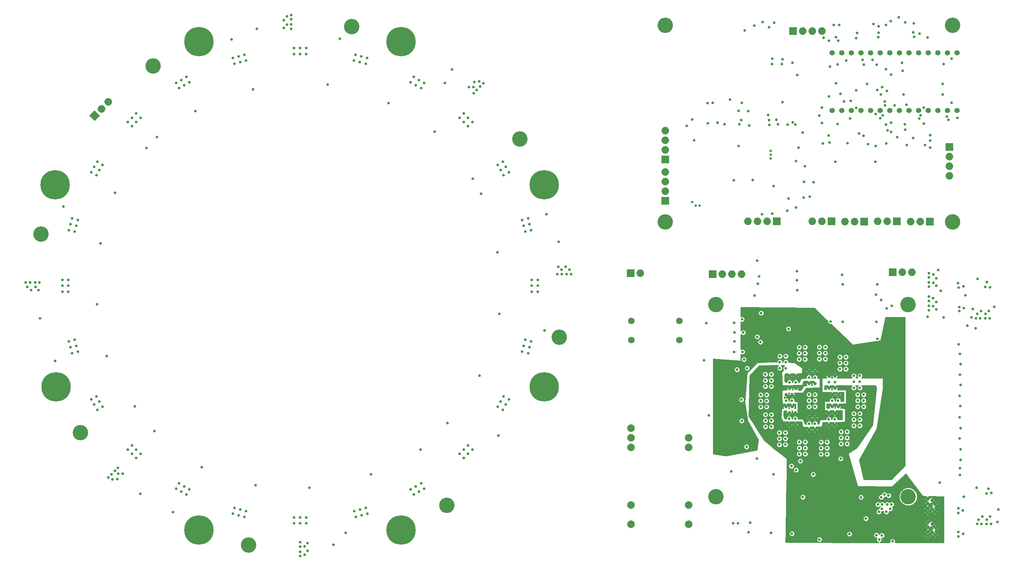
<source format=gbr>
G04 #@! TF.FileFunction,Copper,L2,Inr,Signal*
%FSLAX46Y46*%
G04 Gerber Fmt 4.6, Leading zero omitted, Abs format (unit mm)*
G04 Created by KiCad (PCBNEW 4.0.1-stable) date 2/3/2016 11:10:24 AM*
%MOMM*%
G01*
G04 APERTURE LIST*
%ADD10C,0.100000*%
%ADD11C,4.064000*%
%ADD12C,7.760000*%
%ADD13C,1.397000*%
%ADD14O,1.998980X1.998980*%
%ADD15R,1.998980X1.998980*%
%ADD16C,0.650000*%
%ADD17C,1.750000*%
%ADD18C,2.000000*%
%ADD19C,0.736600*%
%ADD20C,1.998980*%
%ADD21C,0.711200*%
%ADD22C,0.635000*%
%ADD23C,0.254000*%
G04 APERTURE END LIST*
D10*
D11*
X159910000Y-103330000D03*
X77770000Y-158210000D03*
X22890000Y-76070000D03*
X52590000Y-31620000D03*
X130210000Y-147780000D03*
X33320000Y-128510000D03*
D12*
X155930000Y-62970000D03*
X64670000Y-154230000D03*
X118130000Y-154230000D03*
X118130000Y-25170000D03*
X155930000Y-116430000D03*
X64670000Y-25170000D03*
X26670000Y-62970000D03*
D11*
X105030000Y-21190000D03*
X149480000Y-50890000D03*
D13*
X262533800Y-28091300D03*
X259993800Y-28091300D03*
X257453800Y-28091300D03*
X254913800Y-28091300D03*
X252373800Y-28091300D03*
X249833800Y-28091300D03*
X247293800Y-28091300D03*
X244753800Y-28091300D03*
X242213800Y-28091300D03*
X239673800Y-28091300D03*
X237133800Y-28091300D03*
X234593800Y-28091300D03*
X232053800Y-28091300D03*
X232053800Y-43331300D03*
X234593800Y-43331300D03*
X237133800Y-43331300D03*
X239673800Y-43331300D03*
X242213800Y-43331300D03*
X244753800Y-43331300D03*
X247293800Y-43331300D03*
X249833800Y-43331300D03*
X252373800Y-43331300D03*
X254913800Y-43331300D03*
X257453800Y-43331300D03*
X259993800Y-43331300D03*
X262533800Y-43331300D03*
X265073800Y-43331300D03*
X265073800Y-28091300D03*
D14*
X187939080Y-59610160D03*
D15*
X187939080Y-67230160D03*
D14*
X187939080Y-64690160D03*
X187939080Y-62150160D03*
X229366480Y-22328040D03*
D15*
X221746480Y-22328040D03*
D14*
X224286480Y-22328040D03*
X226826480Y-22328040D03*
X226775680Y-72665760D03*
D15*
X231855680Y-72665760D03*
D14*
X229315680Y-72665760D03*
X244111180Y-72665760D03*
D15*
X249191180Y-72665760D03*
D14*
X246651180Y-72665760D03*
X235475180Y-72729260D03*
D15*
X240555180Y-72729260D03*
D14*
X238015180Y-72729260D03*
X252797980Y-72716560D03*
D15*
X257877980Y-72716560D03*
D14*
X255337980Y-72716560D03*
D16*
X215810638Y-55009397D03*
X215810638Y-54009397D03*
X215810638Y-56009397D03*
D11*
X263915680Y-72848760D03*
X187915680Y-72848760D03*
X187915680Y-20848760D03*
X263915680Y-20848760D03*
D14*
X187977180Y-48662759D03*
D15*
X187977180Y-56282759D03*
D14*
X187977180Y-53742759D03*
X187977180Y-51202759D03*
X209821179Y-72665760D03*
D15*
X217441179Y-72665760D03*
D14*
X214901179Y-72665760D03*
X212361179Y-72665760D03*
X181317943Y-86395805D03*
D15*
X178777943Y-86395805D03*
D14*
X208114943Y-86624405D03*
D15*
X200494943Y-86624405D03*
D14*
X203034943Y-86624405D03*
X205574943Y-86624405D03*
D17*
X179001463Y-104038645D03*
X191701463Y-104038645D03*
X191701463Y-98958645D03*
X179001463Y-98958645D03*
D18*
X178838903Y-127315205D03*
X178838903Y-129855205D03*
X178838903Y-132395205D03*
X178838903Y-147635205D03*
X178838903Y-152715205D03*
X194078903Y-152715205D03*
X194078903Y-147635205D03*
X194078903Y-132395205D03*
X194078903Y-129855205D03*
D11*
X201358543Y-145450805D03*
X201358543Y-94650805D03*
X252158543Y-94650805D03*
X252158543Y-145450805D03*
D14*
X253164383Y-86126565D03*
D15*
X248084383Y-86126565D03*
D14*
X250624383Y-86126565D03*
D19*
X259242603Y-149403045D03*
X258417103Y-148615645D03*
X258417103Y-146418545D03*
X259242603Y-147434545D03*
X257274103Y-147180545D03*
X257274103Y-146037545D03*
X257274103Y-148514045D03*
X257274103Y-149657045D03*
X259308643Y-155610805D03*
X258483143Y-154823405D03*
X258483143Y-152626305D03*
X259308643Y-153642305D03*
X257340143Y-153388305D03*
X257340143Y-152245305D03*
X257340143Y-154721805D03*
X257340143Y-155864805D03*
X273761243Y-150695905D03*
X272973843Y-151521405D03*
X270776743Y-151521405D03*
X271792743Y-150695905D03*
X271538743Y-152664405D03*
X270395743Y-152664405D03*
X272872243Y-152664405D03*
X274015243Y-152664405D03*
X244375983Y-149461465D03*
X245163383Y-148635965D03*
X247360483Y-148635965D03*
X246344483Y-149461465D03*
X246598483Y-147492965D03*
X247741483Y-147492965D03*
X245264983Y-147492965D03*
X244121983Y-147492965D03*
X273428503Y-96327205D03*
X272641103Y-97152705D03*
X270444003Y-97152705D03*
X271460003Y-96327205D03*
X271206003Y-98295705D03*
X270063003Y-98295705D03*
X272539503Y-98295705D03*
X273682503Y-98295705D03*
X259585503Y-95910645D03*
X258760003Y-95123245D03*
X258760003Y-92926145D03*
X259585503Y-93942145D03*
X257617003Y-93688145D03*
X257617003Y-92545145D03*
X257617003Y-95021645D03*
X257617003Y-96164645D03*
X259590583Y-89690185D03*
X258765083Y-88902785D03*
X258765083Y-86705685D03*
X259590583Y-87721685D03*
X257622083Y-87467685D03*
X257622083Y-86324685D03*
X257622083Y-88801185D03*
X257622083Y-89944185D03*
X92987500Y-26874500D03*
X92987500Y-28462000D03*
X91400000Y-26874500D03*
X91400000Y-28462000D03*
X89812500Y-26874500D03*
X89812500Y-28462000D03*
X36201346Y-119737935D03*
X37576161Y-118944185D03*
X36995096Y-121112750D03*
X38369911Y-120319000D03*
X37788846Y-122487565D03*
X39163661Y-121693815D03*
X145011154Y-122487565D03*
X143636339Y-121693815D03*
X145804904Y-121112750D03*
X144430089Y-120319000D03*
X146598654Y-119737935D03*
X145223839Y-118944185D03*
X76679752Y-28611753D03*
X77090627Y-30145160D03*
X75146345Y-29022628D03*
X75557220Y-30556035D03*
X73612938Y-29433503D03*
X74023813Y-30966911D03*
X45853751Y-133001185D03*
X46976283Y-131878653D03*
X46976283Y-134123717D03*
X48098815Y-133001185D03*
X48098815Y-135246249D03*
X49221347Y-134123717D03*
X151666497Y-107487062D03*
X150133089Y-107076187D03*
X152077372Y-105953655D03*
X150543965Y-105542780D03*
X152488247Y-104420248D03*
X150954840Y-104009373D03*
X61362065Y-34501346D03*
X62155815Y-35876161D03*
X59987250Y-35295096D03*
X60781000Y-36669911D03*
X58612435Y-36088846D03*
X59406185Y-37463661D03*
X58612435Y-143311154D03*
X59406185Y-141936339D03*
X59987250Y-144104904D03*
X60781000Y-142730089D03*
X61362065Y-144898654D03*
X62155815Y-143523839D03*
X154225500Y-91287500D03*
X152638000Y-91287500D03*
X154225500Y-89700000D03*
X152638000Y-89700000D03*
X154225500Y-88112500D03*
X152638000Y-88112500D03*
X48098815Y-44153751D03*
X49221347Y-45276283D03*
X46976283Y-45276283D03*
X48098815Y-46398815D03*
X45853751Y-46398815D03*
X46976283Y-47521347D03*
X73612938Y-149966497D03*
X74023813Y-148433089D03*
X75146345Y-150377372D03*
X75557220Y-148843965D03*
X76679752Y-150788247D03*
X77090627Y-149254840D03*
X152488247Y-74979752D03*
X150954840Y-75390627D03*
X152077372Y-73446345D03*
X150543965Y-73857220D03*
X151666497Y-71912938D03*
X150133089Y-72323813D03*
X37788846Y-56912435D03*
X39163661Y-57706185D03*
X36995096Y-58287250D03*
X38369911Y-59081000D03*
X36201346Y-59662065D03*
X37576161Y-60455815D03*
X89812500Y-152525500D03*
X89812500Y-150938000D03*
X91400000Y-152525500D03*
X91400000Y-150938000D03*
X92987500Y-152525500D03*
X92987500Y-150938000D03*
X146598654Y-59662065D03*
X145223839Y-60455815D03*
X145804904Y-58287250D03*
X144430089Y-59081000D03*
X145011154Y-56912435D03*
X143636339Y-57706185D03*
X31133503Y-71912938D03*
X32666911Y-72323813D03*
X30722628Y-73446345D03*
X32256035Y-73857220D03*
X30311753Y-74979752D03*
X31845160Y-75390627D03*
X106120248Y-150788247D03*
X105709373Y-149254840D03*
X107653655Y-150377372D03*
X107242780Y-148843965D03*
X109187062Y-149966497D03*
X108776187Y-148433089D03*
X136946249Y-46398815D03*
X135823717Y-47521347D03*
X135823717Y-45276283D03*
X134701185Y-46398815D03*
X134701185Y-44153751D03*
X133578653Y-45276283D03*
X28574500Y-88112500D03*
X30162000Y-88112500D03*
X28574500Y-89700000D03*
X30162000Y-89700000D03*
X28574500Y-91287500D03*
X30162000Y-91287500D03*
X121437935Y-144898654D03*
X120644185Y-143523839D03*
X122812750Y-144104904D03*
X122019000Y-142730089D03*
X124187565Y-143311154D03*
X123393815Y-141936339D03*
X124187565Y-36088846D03*
X123393815Y-37463661D03*
X122812750Y-35295096D03*
X122019000Y-36669911D03*
X121437935Y-34501346D03*
X120644185Y-35876161D03*
X30311753Y-104420248D03*
X31845160Y-104009373D03*
X30722628Y-105953655D03*
X32256035Y-105542780D03*
X31133503Y-107487062D03*
X32666911Y-107076187D03*
X134701185Y-135246249D03*
X133578653Y-134123717D03*
X135823717Y-134123717D03*
X134701185Y-133001185D03*
X136946249Y-133001185D03*
X135823717Y-131878653D03*
X109147062Y-29433503D03*
X108736187Y-30966911D03*
X107613655Y-29022628D03*
X107202780Y-30556035D03*
X106080248Y-28611753D03*
X105669373Y-30145160D03*
X87109940Y-21475600D03*
X87935440Y-20688200D03*
X87935440Y-18491100D03*
X87109940Y-19507100D03*
X89078440Y-19253100D03*
X89078440Y-18110100D03*
X89078440Y-20586600D03*
X89078440Y-21729600D03*
X159680280Y-84627620D03*
X160467680Y-85453120D03*
X162664780Y-85453120D03*
X161648780Y-84627620D03*
X161902780Y-86596120D03*
X163045780Y-86596120D03*
X160569280Y-86596120D03*
X159426280Y-86596120D03*
X22266280Y-90820140D03*
X21478880Y-89994640D03*
X19281780Y-89994640D03*
X20297780Y-90820140D03*
X20043780Y-88851640D03*
X18900780Y-88851640D03*
X21377280Y-88851640D03*
X22520280Y-88851640D03*
X136070728Y-37171350D03*
X137211221Y-37198291D03*
X138764805Y-35644706D03*
X137462668Y-35779410D03*
X139034213Y-36991745D03*
X139842436Y-36183522D03*
X138091286Y-37934672D03*
X137283063Y-38742895D03*
X93393900Y-157772000D03*
X92568400Y-158559400D03*
X92568400Y-160756500D03*
X93393900Y-159740500D03*
X91425400Y-159994500D03*
X91425400Y-161137500D03*
X91425400Y-158661000D03*
X91425400Y-157518000D03*
X44488992Y-139368610D03*
X43348499Y-139341669D03*
X41794915Y-140895254D03*
X43097052Y-140760550D03*
X41525507Y-139548215D03*
X40717284Y-140356438D03*
X42468434Y-138605288D03*
X43276657Y-137797065D03*
X225933043Y-118463305D03*
X227520543Y-118463305D03*
X225933043Y-120050805D03*
X227520543Y-120050805D03*
X225933043Y-121638305D03*
X227520543Y-121638305D03*
X219837043Y-118463305D03*
X221424543Y-118463305D03*
X219837043Y-120050805D03*
X221424543Y-120050805D03*
X219837043Y-121638305D03*
X221424543Y-121638305D03*
X213146683Y-118524265D03*
X214734183Y-118524265D03*
X213146683Y-120111765D03*
X214734183Y-120111765D03*
X213146683Y-121699265D03*
X214734183Y-121699265D03*
X237779603Y-123492505D03*
X239367103Y-123492505D03*
X237779603Y-125080005D03*
X239367103Y-125080005D03*
X237779603Y-126667505D03*
X239367103Y-126667505D03*
X220802243Y-113611905D03*
X222389743Y-113611905D03*
X220802243Y-115199405D03*
X222389743Y-115199405D03*
X220802243Y-116786905D03*
X222389743Y-116786905D03*
X214365883Y-113114065D03*
X215953383Y-113114065D03*
X214365883Y-114701565D03*
X215953383Y-114701565D03*
X214365883Y-116289065D03*
X215953383Y-116289065D03*
X234401403Y-128298185D03*
X235988903Y-128298185D03*
X234401403Y-129885685D03*
X235988903Y-129885685D03*
X234401403Y-131473185D03*
X235988903Y-131473185D03*
X225933043Y-112367305D03*
X227520543Y-112367305D03*
X225933043Y-113954805D03*
X227520543Y-113954805D03*
X225933043Y-115542305D03*
X227520543Y-115542305D03*
X218196203Y-108293145D03*
X219783703Y-108293145D03*
X218196203Y-109880645D03*
X219783703Y-109880645D03*
X218196203Y-111468145D03*
X219783703Y-111468145D03*
X229118203Y-131005825D03*
X230705703Y-131005825D03*
X229118203Y-132593325D03*
X230705703Y-132593325D03*
X229118203Y-134180825D03*
X230705703Y-134180825D03*
X231190843Y-113548405D03*
X232778343Y-113548405D03*
X231190843Y-115135905D03*
X232778343Y-115135905D03*
X231190843Y-116723405D03*
X232778343Y-116723405D03*
X223306683Y-105946185D03*
X224894183Y-105946185D03*
X223306683Y-107533685D03*
X224894183Y-107533685D03*
X223306683Y-109121185D03*
X224894183Y-109121185D03*
X223337163Y-130980425D03*
X224924663Y-130980425D03*
X223337163Y-132567925D03*
X224924663Y-132567925D03*
X223337163Y-134155425D03*
X224924663Y-134155425D03*
X232029043Y-118463305D03*
X233616543Y-118463305D03*
X232029043Y-120050805D03*
X233616543Y-120050805D03*
X232029043Y-121638305D03*
X233616543Y-121638305D03*
X228645763Y-105890305D03*
X230233263Y-105890305D03*
X228645763Y-107477805D03*
X230233263Y-107477805D03*
X228645763Y-109065305D03*
X230233263Y-109065305D03*
X218089523Y-128521705D03*
X219677023Y-128521705D03*
X218089523Y-130109205D03*
X219677023Y-130109205D03*
X218089523Y-131696705D03*
X219677023Y-131696705D03*
X231152743Y-123403605D03*
X232740243Y-123403605D03*
X231152743Y-124991105D03*
X232740243Y-124991105D03*
X231152743Y-126578605D03*
X232740243Y-126578605D03*
X234091523Y-108516665D03*
X235679023Y-108516665D03*
X234091523Y-110104165D03*
X235679023Y-110104165D03*
X234091523Y-111691665D03*
X235679023Y-111691665D03*
X214401443Y-123746505D03*
X215988943Y-123746505D03*
X214401443Y-125334005D03*
X215988943Y-125334005D03*
X214401443Y-126921505D03*
X215988943Y-126921505D03*
X225933043Y-124559305D03*
X227520543Y-124559305D03*
X225933043Y-126146805D03*
X227520543Y-126146805D03*
X225933043Y-127734305D03*
X227520543Y-127734305D03*
X237779603Y-113489985D03*
X239367103Y-113489985D03*
X237779603Y-115077485D03*
X239367103Y-115077485D03*
X237779603Y-116664985D03*
X239367103Y-116664985D03*
X220687943Y-123238505D03*
X222275443Y-123238505D03*
X220687943Y-124826005D03*
X222275443Y-124826005D03*
X220687943Y-126413505D03*
X222275443Y-126413505D03*
X238785443Y-118463305D03*
X240372943Y-118463305D03*
X238785443Y-120050805D03*
X240372943Y-120050805D03*
X238785443Y-121638305D03*
X240372943Y-121638305D03*
D14*
X263016400Y-60656640D03*
D15*
X263016400Y-53036640D03*
D14*
X263016400Y-55576640D03*
X263016400Y-58116640D03*
D12*
X26870000Y-116430000D03*
D20*
X40684091Y-41096829D02*
X40684091Y-41096829D01*
D10*
G36*
X37091989Y-43275439D02*
X38505481Y-44688931D01*
X37091989Y-46102423D01*
X35678497Y-44688931D01*
X37091989Y-43275439D01*
X37091989Y-43275439D01*
G37*
D20*
X38888040Y-42892880D02*
X38888040Y-42892880D01*
D21*
X244350000Y-22750000D03*
X253450000Y-22650000D03*
X246250000Y-20750000D03*
X257956720Y-53153480D03*
X236148280Y-51952060D03*
X251784520Y-52498160D03*
X245274500Y-37171800D03*
X241312100Y-36308200D03*
X241571180Y-52244160D03*
X238627320Y-22886840D03*
X195533680Y-51202760D03*
X193628680Y-47392760D03*
X201700000Y-46600000D03*
X199216680Y-46706960D03*
X207484380Y-46986360D03*
X217707880Y-47024460D03*
X222330680Y-47100660D03*
X224883380Y-58086160D03*
X215472680Y-47138760D03*
X210151380Y-47329260D03*
X222475238Y-56721298D03*
X223173738Y-53165298D03*
X251250000Y-46950000D03*
X251350000Y-48450000D03*
X231393400Y-51776800D03*
X265150000Y-45274400D03*
X257987200Y-51294200D03*
X246359080Y-52040960D03*
X220565380Y-66595160D03*
X216590280Y-63293160D03*
X206074680Y-61845360D03*
X211053080Y-61743760D03*
X224642080Y-62226360D03*
X224476980Y-66341160D03*
X221619480Y-46503760D03*
X209910080Y-43493860D03*
X207344680Y-43392260D03*
X195025680Y-45678260D03*
X207362238Y-52720798D03*
D22*
X195089180Y-67585760D03*
X196958620Y-68474760D03*
X196022630Y-68519210D03*
D21*
X226089880Y-66150660D03*
X227169380Y-62353360D03*
X229798280Y-24106040D03*
X233090120Y-23999360D03*
X238434280Y-24182240D03*
X244240720Y-23999360D03*
X233918160Y-20722760D03*
X244306760Y-21052960D03*
X232516080Y-20727840D03*
X233643840Y-24883280D03*
X231230840Y-24918840D03*
X253745400Y-23841880D03*
X262787800Y-45843360D03*
X256290480Y-46798400D03*
X216196580Y-70646460D03*
X220171680Y-69871760D03*
X213516880Y-70786160D03*
X222483080Y-69033560D03*
X216727440Y-20148720D03*
X213654040Y-19981080D03*
X208904240Y-22160400D03*
X215330440Y-21322200D03*
X211474720Y-20875160D03*
X217352280Y-45843360D03*
X215371080Y-45906860D03*
X263661560Y-29648320D03*
X255437040Y-44603840D03*
X216229600Y-29612760D03*
X218896600Y-29805800D03*
X221522960Y-30755760D03*
X222782800Y-33920600D03*
X233105360Y-36165960D03*
X234248360Y-38985360D03*
X235203400Y-41007200D03*
X251662600Y-41845400D03*
X250936160Y-39137760D03*
X250672000Y-32813160D03*
X243854640Y-31238360D03*
X240445960Y-31212960D03*
X233516840Y-31126600D03*
X231423880Y-31715880D03*
X218739120Y-31045320D03*
X216168640Y-31045320D03*
X203600000Y-47000000D03*
X208043180Y-45868760D03*
X208157480Y-41284060D03*
X200473980Y-41334860D03*
X218888980Y-41144360D03*
X220260580Y-47113360D03*
X199127780Y-41372960D03*
X205084080Y-40496660D03*
X224235680Y-49170760D03*
X215078980Y-44522560D03*
X244918900Y-39102200D03*
X261301900Y-39076800D03*
X261238400Y-36282800D03*
X247659560Y-46554560D03*
X246272720Y-47067640D03*
X245419280Y-44598760D03*
X249666160Y-18726320D03*
X242950000Y-20450000D03*
X236991560Y-40778600D03*
X238429200Y-42632800D03*
X229371560Y-42607400D03*
X229346160Y-46656160D03*
X257240440Y-24060320D03*
X255172880Y-23054480D03*
X256249840Y-42551520D03*
X246663880Y-48596720D03*
X242706560Y-29993760D03*
X240115760Y-29958200D03*
X235772360Y-30110600D03*
X231215600Y-39625440D03*
X246293040Y-32391520D03*
X247593520Y-33834240D03*
X246536880Y-38182720D03*
X245947600Y-40946240D03*
X247654480Y-49053920D03*
X239130240Y-49455240D03*
X243664783Y-92054925D03*
X246458783Y-95712525D03*
X243954343Y-103693205D03*
X209562743Y-111465605D03*
X209974223Y-154879285D03*
X228688943Y-156763965D03*
X208043823Y-119806965D03*
X205859423Y-152486605D03*
X207200543Y-152517085D03*
X212117983Y-135361925D03*
X265684043Y-95377265D03*
X215889883Y-155026605D03*
X244475043Y-156791905D03*
X243751143Y-155598105D03*
X245186243Y-155687005D03*
X272973843Y-88719905D03*
X273812043Y-90066105D03*
X272516643Y-90015305D03*
X265353843Y-88999305D03*
X265468143Y-90129605D03*
X266738143Y-89824805D03*
X266814343Y-95590605D03*
X265684043Y-96314505D03*
X273329443Y-143355305D03*
X272897643Y-144625305D03*
X274167643Y-144472905D03*
X266661943Y-155306005D03*
X265430043Y-155991805D03*
X265430043Y-154772605D03*
X266598443Y-149083005D03*
X265391943Y-148524205D03*
X265430043Y-149794205D03*
X213271143Y-96924105D03*
X212280543Y-83093805D03*
X208229243Y-98562405D03*
X208330843Y-107160305D03*
X209425583Y-132252965D03*
X216588383Y-139558005D03*
X210416183Y-152293565D03*
X205341263Y-138785845D03*
X206171843Y-99489505D03*
X206197243Y-102029505D03*
X206248043Y-104429805D03*
X206133743Y-107147605D03*
X221282303Y-137343125D03*
X222506583Y-138399765D03*
X223629263Y-136032485D03*
X227037943Y-139552925D03*
X234302343Y-135417805D03*
X239499183Y-135722605D03*
X249755703Y-100101645D03*
X249979223Y-106583725D03*
X249395023Y-110109245D03*
X249425503Y-115900445D03*
X249303583Y-121173485D03*
X249811583Y-130795005D03*
X248104703Y-132903205D03*
X245422463Y-138547085D03*
X260489743Y-141691605D03*
X240982543Y-151231845D03*
X265960903Y-110383565D03*
X265960903Y-115915685D03*
X265940583Y-121483365D03*
X266042183Y-127340605D03*
X265976143Y-132893045D03*
X265833903Y-137912085D03*
X265529103Y-105135925D03*
X265793263Y-107655605D03*
X265833903Y-113202965D03*
X265762783Y-118765565D03*
X265737383Y-124465325D03*
X265737383Y-130053325D03*
X265986303Y-135753085D03*
X265864383Y-139735805D03*
X245033843Y-93507805D03*
X231609943Y-99108505D03*
X220497443Y-101064305D03*
X208749943Y-109141505D03*
X245021143Y-145603205D03*
X245844103Y-144856445D03*
X257309663Y-97891845D03*
X260769143Y-91038925D03*
X260093083Y-85486905D03*
X247799903Y-94986085D03*
X261495583Y-98049325D03*
X269979183Y-100950005D03*
X274855983Y-95270565D03*
X268923323Y-98024705D03*
X269247243Y-95824705D03*
X275963423Y-148839165D03*
X275770383Y-152110685D03*
X198737263Y-99542845D03*
X211582043Y-92326705D03*
X208508643Y-102042205D03*
X222796143Y-90828105D03*
X234810343Y-99210105D03*
X212394843Y-89151705D03*
X212229743Y-103172505D03*
X222732643Y-88224605D03*
X234696043Y-86776805D03*
X212737743Y-87221305D03*
X213093343Y-104569505D03*
X222732643Y-85824305D03*
X234810343Y-89291405D03*
X246989643Y-145146005D03*
X248018343Y-157261805D03*
X224299823Y-145557485D03*
X221424543Y-155199325D03*
X199489103Y-123962405D03*
X208150503Y-125384805D03*
X239666823Y-145587965D03*
X236623903Y-155311085D03*
X198178463Y-109377725D03*
X206895743Y-111861845D03*
X243713043Y-99260905D03*
X266890543Y-145476205D03*
X267766843Y-100213405D03*
X267258843Y-92212405D03*
X270459243Y-87881705D03*
X270230643Y-143075905D03*
X244030543Y-89329505D03*
X131587880Y-32473800D03*
X49188511Y-144673991D03*
X100239200Y-158170780D03*
X159771720Y-78092200D03*
X79949680Y-21724520D03*
X22632040Y-98325840D03*
X42489760Y-65117880D03*
X38674680Y-78488440D03*
X37760280Y-94571720D03*
X40285040Y-108257240D03*
X47696760Y-121546520D03*
X52858040Y-128104800D03*
X65405640Y-137670440D03*
X79609320Y-142369440D03*
X93873960Y-143055240D03*
X110156240Y-139554240D03*
X123260000Y-132971440D03*
X130343280Y-125964762D03*
X138801480Y-113413440D03*
X144044040Y-97130682D03*
X143591920Y-80817320D03*
X139263760Y-65387120D03*
X137059040Y-61360920D03*
X126995560Y-48904760D03*
X114828960Y-41419680D03*
X98705040Y-36529880D03*
X79014960Y-37746840D03*
X63764800Y-43497400D03*
X50818120Y-53245920D03*
X53594640Y-50360480D03*
X28880440Y-68739920D03*
X26614760Y-109578040D03*
X57816120Y-149517000D03*
X103414200Y-155033880D03*
X143800200Y-129273200D03*
X156017600Y-101551640D03*
X156551000Y-70822720D03*
X129672720Y-36075520D03*
X101920680Y-24401680D03*
X73330440Y-24584560D03*
X247550000Y-19750000D03*
X251350000Y-20050000D03*
X253650000Y-20350000D03*
X250550000Y-30750000D03*
X236788360Y-45487760D03*
X244779200Y-45411560D03*
X255050960Y-45497920D03*
X261512720Y-31091040D03*
X243953700Y-37971900D03*
X238378400Y-37984600D03*
X263613300Y-41337400D03*
X229605240Y-52081600D03*
X228634960Y-44710520D03*
X245988240Y-41962240D03*
X248568880Y-42023200D03*
X243554920Y-44299040D03*
X249239440Y-50374720D03*
X243524440Y-52787720D03*
X243463480Y-56902520D03*
X232881840Y-56917760D03*
X240364680Y-50044520D03*
X253445680Y-50654120D03*
X262325520Y-44928960D03*
X233486360Y-46910160D03*
X256595280Y-52467680D03*
X257997360Y-49866720D03*
X231134320Y-49968320D03*
D23*
G36*
X219359813Y-110832549D02*
X219148847Y-111043146D01*
X219034533Y-111318446D01*
X219034273Y-111616536D01*
X219148107Y-111892035D01*
X219222906Y-111966965D01*
X219159921Y-111969178D01*
X219110893Y-111980913D01*
X219068728Y-112012556D01*
X218718208Y-112413876D01*
X218693240Y-112457672D01*
X218686968Y-112502660D01*
X218829208Y-115946900D01*
X218841244Y-115995856D01*
X218871378Y-116036271D01*
X218914862Y-116061778D01*
X218956100Y-116068660D01*
X220449620Y-116068660D01*
X220499030Y-116058654D01*
X220522440Y-116042659D01*
X220704805Y-116041141D01*
X220515408Y-116078815D01*
X220477875Y-116202110D01*
X220802243Y-116526478D01*
X221126611Y-116202110D01*
X221089078Y-116078815D01*
X220883816Y-116039652D01*
X222361620Y-116027354D01*
X222102908Y-116078815D01*
X222065375Y-116202110D01*
X222389743Y-116526478D01*
X222714111Y-116202110D01*
X222676578Y-116078815D01*
X222404969Y-116026993D01*
X224113357Y-116012776D01*
X224162682Y-116002359D01*
X224204068Y-115973573D01*
X224235303Y-115917393D01*
X224490188Y-114925660D01*
X225618371Y-114925660D01*
X225608675Y-114957510D01*
X225933043Y-115281878D01*
X226257411Y-114957510D01*
X226247715Y-114925660D01*
X227205871Y-114925660D01*
X227196175Y-114957510D01*
X227520543Y-115281878D01*
X227584077Y-115218344D01*
X227844504Y-115478771D01*
X227780970Y-115542305D01*
X227844504Y-115605839D01*
X227584077Y-115866266D01*
X227520543Y-115802732D01*
X227457009Y-115866266D01*
X227196582Y-115605839D01*
X227260116Y-115542305D01*
X226935748Y-115217937D01*
X226812453Y-115255470D01*
X226756586Y-115548279D01*
X226812453Y-115829140D01*
X226860016Y-115843619D01*
X226802480Y-115901155D01*
X226922358Y-116021033D01*
X226518308Y-116033953D01*
X226651106Y-115901155D01*
X226593570Y-115843619D01*
X226641133Y-115829140D01*
X226697000Y-115536331D01*
X226641133Y-115255470D01*
X226517838Y-115217937D01*
X226193470Y-115542305D01*
X226257004Y-115605839D01*
X225996577Y-115866266D01*
X225933043Y-115802732D01*
X225869509Y-115866266D01*
X225609082Y-115605839D01*
X225672616Y-115542305D01*
X225348248Y-115217937D01*
X225224953Y-115255470D01*
X225169086Y-115548279D01*
X225224953Y-115829140D01*
X225272516Y-115843619D01*
X225214980Y-115901155D01*
X225384048Y-116070223D01*
X224636561Y-116094125D01*
X224587496Y-116105705D01*
X224533685Y-116152548D01*
X223820777Y-117265263D01*
X223014499Y-117239062D01*
X223107806Y-117145755D01*
X223050270Y-117088219D01*
X223097833Y-117073740D01*
X223153700Y-116780931D01*
X223097833Y-116500070D01*
X222974538Y-116462537D01*
X222650170Y-116786905D01*
X222713704Y-116850439D01*
X222453277Y-117110866D01*
X222389743Y-117047332D01*
X222326209Y-117110866D01*
X222065782Y-116850439D01*
X222129316Y-116786905D01*
X221804948Y-116462537D01*
X221681653Y-116500070D01*
X221625786Y-116792879D01*
X221681653Y-117073740D01*
X221729216Y-117088219D01*
X221671680Y-117145755D01*
X221723255Y-117197330D01*
X221469526Y-117196535D01*
X221520306Y-117145755D01*
X221462770Y-117088219D01*
X221510333Y-117073740D01*
X221566200Y-116780931D01*
X221510333Y-116500070D01*
X221387038Y-116462537D01*
X221062670Y-116786905D01*
X221126204Y-116850439D01*
X220865777Y-117110866D01*
X220802243Y-117047332D01*
X220738709Y-117110866D01*
X220478282Y-116850439D01*
X220541816Y-116786905D01*
X220217448Y-116462537D01*
X220094153Y-116500070D01*
X220038286Y-116792879D01*
X220094153Y-117073740D01*
X220141716Y-117088219D01*
X220084180Y-117145755D01*
X220130770Y-117192345D01*
X219809938Y-117191341D01*
X219798935Y-117191784D01*
X218889615Y-117267984D01*
X218841213Y-117282080D01*
X218802109Y-117313898D01*
X218778464Y-117358422D01*
X218773278Y-117390714D01*
X218717398Y-119244914D01*
X218717546Y-119255973D01*
X218803906Y-120769813D01*
X218816710Y-120818573D01*
X218847475Y-120858510D01*
X218891354Y-120883331D01*
X218928811Y-120889566D01*
X219697106Y-120900995D01*
X219550208Y-120930215D01*
X219512675Y-121053510D01*
X219837043Y-121377878D01*
X220161411Y-121053510D01*
X220123878Y-120930215D01*
X219993869Y-120905410D01*
X221174144Y-120922967D01*
X221137708Y-120930215D01*
X221100175Y-121053510D01*
X221424543Y-121377878D01*
X221748911Y-121053510D01*
X221711606Y-120930963D01*
X222000007Y-120935253D01*
X222390629Y-120954591D01*
X222394786Y-122073038D01*
X222067189Y-122072572D01*
X222142606Y-121997155D01*
X222085070Y-121939619D01*
X222132633Y-121925140D01*
X222188500Y-121632331D01*
X222132633Y-121351470D01*
X222009338Y-121313937D01*
X221684970Y-121638305D01*
X221748504Y-121701839D01*
X221488077Y-121962266D01*
X221424543Y-121898732D01*
X221361009Y-121962266D01*
X221100582Y-121701839D01*
X221164116Y-121638305D01*
X220839748Y-121313937D01*
X220716453Y-121351470D01*
X220660586Y-121644279D01*
X220716453Y-121925140D01*
X220764016Y-121939619D01*
X220706480Y-121997155D01*
X220780066Y-122070741D01*
X220481944Y-122070317D01*
X220555106Y-121997155D01*
X220497570Y-121939619D01*
X220545133Y-121925140D01*
X220601000Y-121632331D01*
X220545133Y-121351470D01*
X220421838Y-121313937D01*
X220097470Y-121638305D01*
X220161004Y-121701839D01*
X219900577Y-121962266D01*
X219837043Y-121898732D01*
X219773509Y-121962266D01*
X219513082Y-121701839D01*
X219576616Y-121638305D01*
X219252248Y-121313937D01*
X219128953Y-121351470D01*
X219073086Y-121644279D01*
X219128953Y-121925140D01*
X219176516Y-121939619D01*
X219118980Y-121997155D01*
X219190305Y-122068480D01*
X218951201Y-122068140D01*
X218901776Y-122078076D01*
X218852372Y-122115155D01*
X218699972Y-122303115D01*
X218676626Y-122347796D01*
X218671822Y-122375944D01*
X218544822Y-124626384D01*
X218558807Y-124691869D01*
X219021087Y-125585949D01*
X219052669Y-125625244D01*
X219097050Y-125649156D01*
X219133900Y-125654620D01*
X220656470Y-125654620D01*
X220401108Y-125705415D01*
X220363575Y-125828710D01*
X220687943Y-126153078D01*
X221012311Y-125828710D01*
X220974778Y-125705415D01*
X220708552Y-125654620D01*
X222243970Y-125654620D01*
X221988608Y-125705415D01*
X221951075Y-125828710D01*
X222275443Y-126153078D01*
X222599811Y-125828710D01*
X222562278Y-125705415D01*
X222296052Y-125654620D01*
X223996904Y-125654620D01*
X224241511Y-126948216D01*
X224260523Y-126994907D01*
X224296203Y-127030523D01*
X224366961Y-127051618D01*
X225640494Y-127044985D01*
X225608675Y-127149510D01*
X225933043Y-127473878D01*
X226257411Y-127149510D01*
X226224666Y-127041942D01*
X227230515Y-127036704D01*
X227196175Y-127149510D01*
X227520543Y-127473878D01*
X227831021Y-127163400D01*
X230828375Y-127163400D01*
X230865908Y-127286695D01*
X231158717Y-127342562D01*
X231439578Y-127286695D01*
X231477111Y-127163400D01*
X232415875Y-127163400D01*
X232453408Y-127286695D01*
X232746217Y-127342562D01*
X233027078Y-127286695D01*
X233064611Y-127163400D01*
X232740243Y-126839032D01*
X232415875Y-127163400D01*
X231477111Y-127163400D01*
X231152743Y-126839032D01*
X230828375Y-127163400D01*
X227831021Y-127163400D01*
X227844911Y-127149510D01*
X227809653Y-127033687D01*
X229243761Y-127026218D01*
X229293119Y-127015955D01*
X229334595Y-126987298D01*
X229363286Y-126940259D01*
X229434406Y-126731979D01*
X229438226Y-126718352D01*
X229467796Y-126584579D01*
X230388786Y-126584579D01*
X230444653Y-126865440D01*
X230567948Y-126902973D01*
X230892316Y-126578605D01*
X231413170Y-126578605D01*
X231737538Y-126902973D01*
X231860833Y-126865440D01*
X231914420Y-126584579D01*
X231976286Y-126584579D01*
X232032153Y-126865440D01*
X232155448Y-126902973D01*
X232479816Y-126578605D01*
X233000670Y-126578605D01*
X233325038Y-126902973D01*
X233448333Y-126865440D01*
X233457785Y-126815896D01*
X237030173Y-126815896D01*
X237144007Y-127091395D01*
X237354604Y-127302361D01*
X237629904Y-127416675D01*
X237927994Y-127416935D01*
X238203493Y-127303101D01*
X238414459Y-127092504D01*
X238528773Y-126817204D01*
X238528774Y-126815896D01*
X238617673Y-126815896D01*
X238731507Y-127091395D01*
X238942104Y-127302361D01*
X239217404Y-127416675D01*
X239515494Y-127416935D01*
X239790993Y-127303101D01*
X240001959Y-127092504D01*
X240116273Y-126817204D01*
X240116533Y-126519114D01*
X240002699Y-126243615D01*
X239792102Y-126032649D01*
X239516802Y-125918335D01*
X239218712Y-125918075D01*
X238943213Y-126031909D01*
X238732247Y-126242506D01*
X238617933Y-126517806D01*
X238617673Y-126815896D01*
X238528774Y-126815896D01*
X238529033Y-126519114D01*
X238415199Y-126243615D01*
X238204602Y-126032649D01*
X237929302Y-125918335D01*
X237631212Y-125918075D01*
X237355713Y-126031909D01*
X237144747Y-126242506D01*
X237030433Y-126517806D01*
X237030173Y-126815896D01*
X233457785Y-126815896D01*
X233504200Y-126572631D01*
X233448333Y-126291770D01*
X233325038Y-126254237D01*
X233000670Y-126578605D01*
X232479816Y-126578605D01*
X232155448Y-126254237D01*
X232032153Y-126291770D01*
X231976286Y-126584579D01*
X231914420Y-126584579D01*
X231916700Y-126572631D01*
X231860833Y-126291770D01*
X231737538Y-126254237D01*
X231413170Y-126578605D01*
X230892316Y-126578605D01*
X230567948Y-126254237D01*
X230444653Y-126291770D01*
X230388786Y-126584579D01*
X229467796Y-126584579D01*
X229629572Y-125852740D01*
X230955269Y-125852740D01*
X230865908Y-125870515D01*
X230828375Y-125993810D01*
X231152743Y-126318178D01*
X231477111Y-125993810D01*
X231439578Y-125870515D01*
X231346416Y-125852740D01*
X232542769Y-125852740D01*
X232453408Y-125870515D01*
X232415875Y-125993810D01*
X232740243Y-126318178D01*
X233064611Y-125993810D01*
X233027078Y-125870515D01*
X232933916Y-125852740D01*
X234378980Y-125852740D01*
X234405852Y-125849864D01*
X235391372Y-125636504D01*
X235437547Y-125616270D01*
X235472211Y-125579666D01*
X235491485Y-125514313D01*
X235495836Y-125228396D01*
X237030173Y-125228396D01*
X237144007Y-125503895D01*
X237354604Y-125714861D01*
X237629904Y-125829175D01*
X237927994Y-125829435D01*
X238203493Y-125715601D01*
X238414459Y-125505004D01*
X238528773Y-125229704D01*
X238528774Y-125228396D01*
X238617673Y-125228396D01*
X238731507Y-125503895D01*
X238942104Y-125714861D01*
X239217404Y-125829175D01*
X239515494Y-125829435D01*
X239790993Y-125715601D01*
X240001959Y-125505004D01*
X240116273Y-125229704D01*
X240116533Y-124931614D01*
X240002699Y-124656115D01*
X239792102Y-124445149D01*
X239516802Y-124330835D01*
X239218712Y-124330575D01*
X238943213Y-124444409D01*
X238732247Y-124655006D01*
X238617933Y-124930306D01*
X238617673Y-125228396D01*
X238528774Y-125228396D01*
X238529033Y-124931614D01*
X238415199Y-124656115D01*
X238204602Y-124445149D01*
X237929302Y-124330835D01*
X237631212Y-124330575D01*
X237355713Y-124444409D01*
X237144747Y-124655006D01*
X237030433Y-124930306D01*
X237030173Y-125228396D01*
X235495836Y-125228396D01*
X235519999Y-123640896D01*
X237030173Y-123640896D01*
X237144007Y-123916395D01*
X237354604Y-124127361D01*
X237629904Y-124241675D01*
X237927994Y-124241935D01*
X238203493Y-124128101D01*
X238414459Y-123917504D01*
X238528773Y-123642204D01*
X238528774Y-123640896D01*
X238617673Y-123640896D01*
X238731507Y-123916395D01*
X238942104Y-124127361D01*
X239217404Y-124241675D01*
X239515494Y-124241935D01*
X239790993Y-124128101D01*
X240001959Y-123917504D01*
X240116273Y-123642204D01*
X240116533Y-123344114D01*
X240002699Y-123068615D01*
X239792102Y-122857649D01*
X239516802Y-122743335D01*
X239218712Y-122743075D01*
X238943213Y-122856909D01*
X238732247Y-123067506D01*
X238617933Y-123342806D01*
X238617673Y-123640896D01*
X238528774Y-123640896D01*
X238529033Y-123344114D01*
X238415199Y-123068615D01*
X238204602Y-122857649D01*
X237929302Y-122743335D01*
X237631212Y-122743075D01*
X237355713Y-122856909D01*
X237144747Y-123067506D01*
X237030433Y-123342806D01*
X237030173Y-123640896D01*
X235519999Y-123640896D01*
X235542285Y-122176753D01*
X235533033Y-122127196D01*
X235505229Y-122085144D01*
X235463254Y-122057222D01*
X235415952Y-122047822D01*
X234289720Y-122042041D01*
X234334606Y-121997155D01*
X234277070Y-121939619D01*
X234324633Y-121925140D01*
X234351047Y-121786696D01*
X238036013Y-121786696D01*
X238149847Y-122062195D01*
X238360444Y-122273161D01*
X238635744Y-122387475D01*
X238933834Y-122387735D01*
X239209333Y-122273901D01*
X239420299Y-122063304D01*
X239534613Y-121788004D01*
X239534614Y-121786696D01*
X239623513Y-121786696D01*
X239737347Y-122062195D01*
X239947944Y-122273161D01*
X240223244Y-122387475D01*
X240521334Y-122387735D01*
X240796833Y-122273901D01*
X241007799Y-122063304D01*
X241122113Y-121788004D01*
X241122373Y-121489914D01*
X241008539Y-121214415D01*
X240797942Y-121003449D01*
X240522642Y-120889135D01*
X240224552Y-120888875D01*
X239949053Y-121002709D01*
X239738087Y-121213306D01*
X239623773Y-121488606D01*
X239623513Y-121786696D01*
X239534614Y-121786696D01*
X239534873Y-121489914D01*
X239421039Y-121214415D01*
X239210442Y-121003449D01*
X238935142Y-120889135D01*
X238637052Y-120888875D01*
X238361553Y-121002709D01*
X238150587Y-121213306D01*
X238036273Y-121488606D01*
X238036013Y-121786696D01*
X234351047Y-121786696D01*
X234380500Y-121632331D01*
X234324633Y-121351470D01*
X234201338Y-121313937D01*
X233876970Y-121638305D01*
X233940504Y-121701839D01*
X233680077Y-121962266D01*
X233616543Y-121898732D01*
X233553009Y-121962266D01*
X233292582Y-121701839D01*
X233356116Y-121638305D01*
X233031748Y-121313937D01*
X232908453Y-121351470D01*
X232852586Y-121644279D01*
X232908453Y-121925140D01*
X232956016Y-121939619D01*
X232898480Y-121997155D01*
X232936419Y-122035094D01*
X232710328Y-122033933D01*
X232747106Y-121997155D01*
X232689570Y-121939619D01*
X232737133Y-121925140D01*
X232793000Y-121632331D01*
X232737133Y-121351470D01*
X232613838Y-121313937D01*
X232289470Y-121638305D01*
X232353004Y-121701839D01*
X232092577Y-121962266D01*
X232029043Y-121898732D01*
X231965509Y-121962266D01*
X231705082Y-121701839D01*
X231768616Y-121638305D01*
X231444248Y-121313937D01*
X231320953Y-121351470D01*
X231265086Y-121644279D01*
X231320953Y-121925140D01*
X231368516Y-121939619D01*
X231310980Y-121997155D01*
X231340727Y-122026902D01*
X230594380Y-122023071D01*
X230594380Y-120939759D01*
X231741014Y-120934138D01*
X231704675Y-121053510D01*
X232029043Y-121377878D01*
X232353411Y-121053510D01*
X232316214Y-120931318D01*
X233349628Y-120926253D01*
X233329708Y-120930215D01*
X233292175Y-121053510D01*
X233616543Y-121377878D01*
X233940911Y-121053510D01*
X233903378Y-120930215D01*
X233869260Y-120923705D01*
X235649603Y-120914978D01*
X235698963Y-120904731D01*
X235740448Y-120876086D01*
X235767519Y-120833559D01*
X235775979Y-120787424D01*
X235773403Y-120199196D01*
X238036013Y-120199196D01*
X238149847Y-120474695D01*
X238360444Y-120685661D01*
X238635744Y-120799975D01*
X238933834Y-120800235D01*
X239209333Y-120686401D01*
X239420299Y-120475804D01*
X239534613Y-120200504D01*
X239534614Y-120199196D01*
X239623513Y-120199196D01*
X239737347Y-120474695D01*
X239947944Y-120685661D01*
X240223244Y-120799975D01*
X240521334Y-120800235D01*
X240796833Y-120686401D01*
X241007799Y-120475804D01*
X241122113Y-120200504D01*
X241122373Y-119902414D01*
X241008539Y-119626915D01*
X240797942Y-119415949D01*
X240522642Y-119301635D01*
X240224552Y-119301375D01*
X239949053Y-119415209D01*
X239738087Y-119625806D01*
X239623773Y-119901106D01*
X239623513Y-120199196D01*
X239534614Y-120199196D01*
X239534873Y-119902414D01*
X239421039Y-119626915D01*
X239210442Y-119415949D01*
X238935142Y-119301635D01*
X238637052Y-119301375D01*
X238361553Y-119415209D01*
X238150587Y-119625806D01*
X238036273Y-119901106D01*
X238036013Y-120199196D01*
X235773403Y-120199196D01*
X235766451Y-118611696D01*
X238036013Y-118611696D01*
X238149847Y-118887195D01*
X238360444Y-119098161D01*
X238635744Y-119212475D01*
X238933834Y-119212735D01*
X239209333Y-119098901D01*
X239420299Y-118888304D01*
X239534613Y-118613004D01*
X239534614Y-118611696D01*
X239623513Y-118611696D01*
X239737347Y-118887195D01*
X239947944Y-119098161D01*
X240223244Y-119212475D01*
X240521334Y-119212735D01*
X240796833Y-119098901D01*
X241007799Y-118888304D01*
X241122113Y-118613004D01*
X241122373Y-118314914D01*
X241008539Y-118039415D01*
X240797942Y-117828449D01*
X240522642Y-117714135D01*
X240224552Y-117713875D01*
X239949053Y-117827709D01*
X239738087Y-118038306D01*
X239623773Y-118313606D01*
X239623513Y-118611696D01*
X239534614Y-118611696D01*
X239534873Y-118314914D01*
X239421039Y-118039415D01*
X239210442Y-117828449D01*
X238935142Y-117714135D01*
X238637052Y-117713875D01*
X238361553Y-117827709D01*
X238150587Y-118038306D01*
X238036273Y-118313606D01*
X238036013Y-118611696D01*
X235766451Y-118611696D01*
X235760739Y-117307624D01*
X235750517Y-117258258D01*
X235721894Y-117216758D01*
X235679380Y-117189664D01*
X235635210Y-117181189D01*
X233423080Y-117155581D01*
X233496406Y-117082255D01*
X233438870Y-117024719D01*
X233486433Y-117010240D01*
X233542300Y-116717431D01*
X233486433Y-116436570D01*
X233363138Y-116399037D01*
X233038770Y-116723405D01*
X233102304Y-116786939D01*
X232841877Y-117047366D01*
X232778343Y-116983832D01*
X232714809Y-117047366D01*
X232454382Y-116786939D01*
X232517916Y-116723405D01*
X232193548Y-116399037D01*
X232070253Y-116436570D01*
X232014386Y-116729379D01*
X232070253Y-117010240D01*
X232117816Y-117024719D01*
X232060280Y-117082255D01*
X232118504Y-117140479D01*
X231853747Y-117137414D01*
X231908906Y-117082255D01*
X231851370Y-117024719D01*
X231898933Y-117010240D01*
X231954800Y-116717431D01*
X231898933Y-116436570D01*
X231775638Y-116399037D01*
X231451270Y-116723405D01*
X231514804Y-116786939D01*
X231254377Y-117047366D01*
X231190843Y-116983832D01*
X231127309Y-117047366D01*
X230866882Y-116786939D01*
X230930416Y-116723405D01*
X230606048Y-116399037D01*
X230482753Y-116436570D01*
X230426886Y-116729379D01*
X230482753Y-117010240D01*
X230530316Y-117024719D01*
X230472780Y-117082255D01*
X230512412Y-117121887D01*
X230057854Y-117116625D01*
X230074275Y-116053327D01*
X230892622Y-116052717D01*
X230866475Y-116138610D01*
X231190843Y-116462978D01*
X231515211Y-116138610D01*
X231488928Y-116052272D01*
X232480483Y-116051533D01*
X232453975Y-116138610D01*
X232778343Y-116462978D01*
X233102711Y-116138610D01*
X233076068Y-116051089D01*
X237337158Y-116047911D01*
X237144747Y-116239986D01*
X237030433Y-116515286D01*
X237030173Y-116813376D01*
X237144007Y-117088875D01*
X237354604Y-117299841D01*
X237629904Y-117414155D01*
X237927994Y-117414415D01*
X238203493Y-117300581D01*
X238414459Y-117089984D01*
X238528773Y-116814684D01*
X238529033Y-116516594D01*
X238415199Y-116241095D01*
X238221695Y-116047252D01*
X238925845Y-116046726D01*
X238732247Y-116239986D01*
X238617933Y-116515286D01*
X238617673Y-116813376D01*
X238731507Y-117088875D01*
X238942104Y-117299841D01*
X239217404Y-117414155D01*
X239515494Y-117414415D01*
X239790993Y-117300581D01*
X240001959Y-117089984D01*
X240116273Y-116814684D01*
X240116533Y-116516594D01*
X240002699Y-116241095D01*
X239808014Y-116046069D01*
X243487269Y-116043325D01*
X243733874Y-116670653D01*
X242734449Y-126493283D01*
X238586568Y-132510987D01*
X236371832Y-133933607D01*
X236335667Y-133968730D01*
X236316016Y-134015155D01*
X236318333Y-134075274D01*
X238772964Y-142687112D01*
X238796131Y-142731887D01*
X238834892Y-142764121D01*
X238893865Y-142779294D01*
X247773705Y-142865654D01*
X247823210Y-142856129D01*
X247861938Y-142831182D01*
X251502941Y-139407552D01*
X255943922Y-145274033D01*
X255981722Y-145307389D01*
X256042641Y-145324355D01*
X256983095Y-145343164D01*
X256949735Y-145452750D01*
X257274103Y-145777118D01*
X257598471Y-145452750D01*
X257568676Y-145354876D01*
X261506180Y-145433626D01*
X261506180Y-157531574D01*
X248705834Y-157526925D01*
X248754815Y-157408967D01*
X248755071Y-157115929D01*
X248643166Y-156845100D01*
X248436138Y-156637710D01*
X248165505Y-156525333D01*
X247872467Y-156525077D01*
X247601638Y-156636982D01*
X247394248Y-156844010D01*
X247281871Y-157114643D01*
X247281615Y-157407681D01*
X247330680Y-157526426D01*
X244628637Y-157525444D01*
X244891748Y-157416728D01*
X245099138Y-157209700D01*
X245211515Y-156939067D01*
X245211771Y-156646029D01*
X245130608Y-156449600D01*
X257015775Y-156449600D01*
X257053308Y-156572895D01*
X257346117Y-156628762D01*
X257626978Y-156572895D01*
X257664511Y-156449600D01*
X257410511Y-156195600D01*
X258984275Y-156195600D01*
X259021808Y-156318895D01*
X259314617Y-156374762D01*
X259595478Y-156318895D01*
X259633011Y-156195600D01*
X259308643Y-155871232D01*
X258984275Y-156195600D01*
X257410511Y-156195600D01*
X257340143Y-156125232D01*
X257015775Y-156449600D01*
X245130608Y-156449600D01*
X245119843Y-156423548D01*
X245332119Y-156423733D01*
X245602948Y-156311828D01*
X245810338Y-156104800D01*
X245907512Y-155870779D01*
X256576186Y-155870779D01*
X256632053Y-156151640D01*
X256755348Y-156189173D01*
X257079716Y-155864805D01*
X257600570Y-155864805D01*
X257924938Y-156189173D01*
X258048233Y-156151640D01*
X258104100Y-155858831D01*
X258048233Y-155577970D01*
X257924938Y-155540437D01*
X257600570Y-155864805D01*
X257079716Y-155864805D01*
X256755348Y-155540437D01*
X256632053Y-155577970D01*
X256576186Y-155870779D01*
X245907512Y-155870779D01*
X245922715Y-155834167D01*
X245922971Y-155541129D01*
X245815079Y-155280010D01*
X257015775Y-155280010D01*
X257029070Y-155293305D01*
X257015775Y-155306600D01*
X257053308Y-155429895D01*
X257192151Y-155456386D01*
X257340143Y-155604378D01*
X257486729Y-155457792D01*
X257626978Y-155429895D01*
X257633582Y-155408200D01*
X258158775Y-155408200D01*
X258196308Y-155531495D01*
X258489117Y-155587362D01*
X258552712Y-155574712D01*
X258544686Y-155616779D01*
X258600553Y-155897640D01*
X258723848Y-155935173D01*
X259048216Y-155610805D01*
X259569070Y-155610805D01*
X259893438Y-155935173D01*
X260016733Y-155897640D01*
X260072600Y-155604831D01*
X260016733Y-155323970D01*
X259893438Y-155286437D01*
X259569070Y-155610805D01*
X259048216Y-155610805D01*
X258723848Y-155286437D01*
X258694640Y-155295329D01*
X258483143Y-155083832D01*
X258158775Y-155408200D01*
X257633582Y-155408200D01*
X257664511Y-155306600D01*
X257651216Y-155293305D01*
X257664511Y-155280010D01*
X257626978Y-155156715D01*
X257488135Y-155130224D01*
X257340143Y-154982232D01*
X257193557Y-155128818D01*
X257053308Y-155156715D01*
X257015775Y-155280010D01*
X245815079Y-155280010D01*
X245811066Y-155270300D01*
X245604038Y-155062910D01*
X245333405Y-154950533D01*
X245040367Y-154950277D01*
X244769538Y-155062182D01*
X244562148Y-155269210D01*
X244487013Y-155450154D01*
X244375966Y-155181400D01*
X244168938Y-154974010D01*
X243898305Y-154861633D01*
X243605267Y-154861377D01*
X243334438Y-154973282D01*
X243127048Y-155180310D01*
X243014671Y-155450943D01*
X243014415Y-155743981D01*
X243126320Y-156014810D01*
X243333348Y-156222200D01*
X243603981Y-156334577D01*
X243890300Y-156334827D01*
X243850948Y-156374110D01*
X243738571Y-156644743D01*
X243738315Y-156937781D01*
X243850220Y-157208610D01*
X244057248Y-157416000D01*
X244320548Y-157525332D01*
X219801316Y-157516427D01*
X219810500Y-156909841D01*
X227952215Y-156909841D01*
X228064120Y-157180670D01*
X228271148Y-157388060D01*
X228541781Y-157500437D01*
X228834819Y-157500693D01*
X229105648Y-157388788D01*
X229313038Y-157181760D01*
X229425415Y-156911127D01*
X229425671Y-156618089D01*
X229313766Y-156347260D01*
X229106738Y-156139870D01*
X228836105Y-156027493D01*
X228543067Y-156027237D01*
X228272238Y-156139142D01*
X228064848Y-156346170D01*
X227952471Y-156616803D01*
X227952215Y-156909841D01*
X219810500Y-156909841D01*
X219834190Y-155345201D01*
X220687815Y-155345201D01*
X220799720Y-155616030D01*
X221006748Y-155823420D01*
X221277381Y-155935797D01*
X221570419Y-155936053D01*
X221841248Y-155824148D01*
X222048638Y-155617120D01*
X222115142Y-155456961D01*
X235887175Y-155456961D01*
X235999080Y-155727790D01*
X236206108Y-155935180D01*
X236476741Y-156047557D01*
X236769779Y-156047813D01*
X237040608Y-155935908D01*
X237247998Y-155728880D01*
X237360375Y-155458247D01*
X237360631Y-155165209D01*
X237248726Y-154894380D01*
X237082416Y-154727779D01*
X256576186Y-154727779D01*
X256632053Y-155008640D01*
X256755348Y-155046173D01*
X257079716Y-154721805D01*
X257600570Y-154721805D01*
X257721928Y-154843163D01*
X257775053Y-155110240D01*
X257898348Y-155147773D01*
X258032775Y-155013346D01*
X258048233Y-155008640D01*
X258050768Y-154995353D01*
X258222716Y-154823405D01*
X258101358Y-154702047D01*
X258048233Y-154434970D01*
X257924938Y-154397437D01*
X257790511Y-154531864D01*
X257775053Y-154536570D01*
X257772518Y-154549857D01*
X257600570Y-154721805D01*
X257079716Y-154721805D01*
X256755348Y-154397437D01*
X256632053Y-154434970D01*
X256576186Y-154727779D01*
X237082416Y-154727779D01*
X237041698Y-154686990D01*
X236771065Y-154574613D01*
X236478027Y-154574357D01*
X236207198Y-154686262D01*
X235999808Y-154893290D01*
X235887431Y-155163923D01*
X235887175Y-155456961D01*
X222115142Y-155456961D01*
X222161015Y-155346487D01*
X222161271Y-155053449D01*
X222049366Y-154782620D01*
X221842338Y-154575230D01*
X221571705Y-154462853D01*
X221278667Y-154462597D01*
X221007838Y-154574502D01*
X220800448Y-154781530D01*
X220688071Y-155052163D01*
X220687815Y-155345201D01*
X219834190Y-155345201D01*
X219854965Y-153973100D01*
X257015775Y-153973100D01*
X257040723Y-154055055D01*
X257015775Y-154137010D01*
X257340143Y-154461378D01*
X257664511Y-154137010D01*
X257639563Y-154055055D01*
X257664511Y-153973100D01*
X257340143Y-153648732D01*
X257015775Y-153973100D01*
X219854965Y-153973100D01*
X219863729Y-153394279D01*
X256576186Y-153394279D01*
X256632053Y-153675140D01*
X256755348Y-153712673D01*
X257079716Y-153388305D01*
X256755348Y-153063937D01*
X256632053Y-153101470D01*
X256576186Y-153394279D01*
X219863729Y-153394279D01*
X219872673Y-152803510D01*
X257015775Y-152803510D01*
X257029070Y-152816805D01*
X257015775Y-152830100D01*
X257053308Y-152953395D01*
X257192151Y-152979886D01*
X257340143Y-153127878D01*
X257403677Y-153064344D01*
X257664104Y-153324771D01*
X257600570Y-153388305D01*
X257924938Y-153712673D01*
X258048233Y-153675140D01*
X258104100Y-153382331D01*
X258089660Y-153309735D01*
X258124293Y-153344368D01*
X258181829Y-153286832D01*
X258196308Y-153334395D01*
X258489117Y-153390262D01*
X258598049Y-153368594D01*
X258544686Y-153648279D01*
X258600553Y-153929140D01*
X258648116Y-153943619D01*
X258590580Y-154001155D01*
X258689358Y-154099933D01*
X258477169Y-154059448D01*
X258196308Y-154115315D01*
X258158775Y-154238610D01*
X258483143Y-154562978D01*
X258546677Y-154499444D01*
X258807104Y-154759871D01*
X258743570Y-154823405D01*
X259067938Y-155147773D01*
X259097146Y-155138881D01*
X259308643Y-155350378D01*
X259633011Y-155026010D01*
X259595478Y-154902715D01*
X259302669Y-154846848D01*
X259239074Y-154859498D01*
X259247100Y-154817431D01*
X259191233Y-154536570D01*
X259143670Y-154522091D01*
X259201206Y-154464555D01*
X259102428Y-154365777D01*
X259314617Y-154406262D01*
X259595478Y-154350395D01*
X259633011Y-154227100D01*
X259308643Y-153902732D01*
X259245109Y-153966266D01*
X258984682Y-153705839D01*
X259048216Y-153642305D01*
X259569070Y-153642305D01*
X259893438Y-153966673D01*
X260016733Y-153929140D01*
X260072600Y-153636331D01*
X260016733Y-153355470D01*
X259893438Y-153317937D01*
X259569070Y-153642305D01*
X259048216Y-153642305D01*
X258745229Y-153339318D01*
X258769978Y-153334395D01*
X258807511Y-153211100D01*
X258483143Y-152886732D01*
X258419609Y-152950266D01*
X258159182Y-152689839D01*
X258222716Y-152626305D01*
X258743570Y-152626305D01*
X259046557Y-152929292D01*
X259021808Y-152934215D01*
X258984275Y-153057510D01*
X259308643Y-153381878D01*
X259633011Y-153057510D01*
X259595478Y-152934215D01*
X259302669Y-152878348D01*
X259193737Y-152900016D01*
X259247100Y-152620331D01*
X259191233Y-152339470D01*
X259067938Y-152301937D01*
X258743570Y-152626305D01*
X258222716Y-152626305D01*
X258159182Y-152562771D01*
X258419609Y-152302344D01*
X258483143Y-152365878D01*
X258807511Y-152041510D01*
X258769978Y-151918215D01*
X258477169Y-151862348D01*
X258196308Y-151918215D01*
X258181829Y-151965778D01*
X258124293Y-151908242D01*
X258052519Y-151980016D01*
X258048233Y-151958470D01*
X257924938Y-151920937D01*
X257600570Y-152245305D01*
X257664104Y-152308839D01*
X257403677Y-152569266D01*
X257340143Y-152505732D01*
X257193557Y-152652318D01*
X257053308Y-152680215D01*
X257015775Y-152803510D01*
X219872673Y-152803510D01*
X219881035Y-152251279D01*
X256576186Y-152251279D01*
X256632053Y-152532140D01*
X256755348Y-152569673D01*
X257079716Y-152245305D01*
X256755348Y-151920937D01*
X256632053Y-151958470D01*
X256576186Y-152251279D01*
X219881035Y-152251279D01*
X219894262Y-151377721D01*
X240245815Y-151377721D01*
X240357720Y-151648550D01*
X240564748Y-151855940D01*
X240835381Y-151968317D01*
X241128419Y-151968573D01*
X241399248Y-151856668D01*
X241595748Y-151660510D01*
X257015775Y-151660510D01*
X257340143Y-151984878D01*
X257664511Y-151660510D01*
X257626978Y-151537215D01*
X257334169Y-151481348D01*
X257053308Y-151537215D01*
X257015775Y-151660510D01*
X241595748Y-151660510D01*
X241606638Y-151649640D01*
X241719015Y-151379007D01*
X241719271Y-151085969D01*
X241607366Y-150815140D01*
X241400338Y-150607750D01*
X241129705Y-150495373D01*
X240836667Y-150495117D01*
X240565838Y-150607022D01*
X240358448Y-150814050D01*
X240246071Y-151084683D01*
X240245815Y-151377721D01*
X219894262Y-151377721D01*
X219911460Y-150241840D01*
X256949735Y-150241840D01*
X256987268Y-150365135D01*
X257280077Y-150421002D01*
X257560938Y-150365135D01*
X257598471Y-150241840D01*
X257344471Y-149987840D01*
X258918235Y-149987840D01*
X258955768Y-150111135D01*
X259248577Y-150167002D01*
X259529438Y-150111135D01*
X259566971Y-149987840D01*
X259242603Y-149663472D01*
X258918235Y-149987840D01*
X257344471Y-149987840D01*
X257274103Y-149917472D01*
X256949735Y-150241840D01*
X219911460Y-150241840D01*
X219950835Y-147641356D01*
X243372553Y-147641356D01*
X243486387Y-147916855D01*
X243696984Y-148127821D01*
X243972284Y-148242135D01*
X244270374Y-148242395D01*
X244545873Y-148128561D01*
X244693556Y-147981136D01*
X244726101Y-148013738D01*
X244528527Y-148210966D01*
X244414213Y-148486266D01*
X244414016Y-148712198D01*
X244227592Y-148712035D01*
X243952093Y-148825869D01*
X243741127Y-149036466D01*
X243626813Y-149311766D01*
X243626553Y-149609856D01*
X243740387Y-149885355D01*
X243950984Y-150096321D01*
X244226284Y-150210635D01*
X244524374Y-150210895D01*
X244799873Y-150097061D01*
X245010839Y-149886464D01*
X245125153Y-149611164D01*
X245125350Y-149385232D01*
X245311774Y-149385395D01*
X245587273Y-149271561D01*
X245629519Y-149229389D01*
X245595313Y-149311766D01*
X245595053Y-149609856D01*
X245708887Y-149885355D01*
X245919484Y-150096321D01*
X246194784Y-150210635D01*
X246492874Y-150210895D01*
X246768373Y-150097061D01*
X246979339Y-149886464D01*
X247072121Y-149663019D01*
X256510146Y-149663019D01*
X256566013Y-149943880D01*
X256689308Y-149981413D01*
X257013676Y-149657045D01*
X257534530Y-149657045D01*
X257858898Y-149981413D01*
X257982193Y-149943880D01*
X258038060Y-149651071D01*
X257982193Y-149370210D01*
X257858898Y-149332677D01*
X257534530Y-149657045D01*
X257013676Y-149657045D01*
X256689308Y-149332677D01*
X256566013Y-149370210D01*
X256510146Y-149663019D01*
X247072121Y-149663019D01*
X247093653Y-149611164D01*
X247093892Y-149336598D01*
X247210784Y-149385135D01*
X247508874Y-149385395D01*
X247784373Y-149271561D01*
X247984033Y-149072250D01*
X256949735Y-149072250D01*
X256963030Y-149085545D01*
X256949735Y-149098840D01*
X256987268Y-149222135D01*
X257126111Y-149248626D01*
X257274103Y-149396618D01*
X257420689Y-149250032D01*
X257560938Y-149222135D01*
X257567542Y-149200440D01*
X258092735Y-149200440D01*
X258130268Y-149323735D01*
X258423077Y-149379602D01*
X258486672Y-149366952D01*
X258478646Y-149409019D01*
X258534513Y-149689880D01*
X258657808Y-149727413D01*
X258982176Y-149403045D01*
X259503030Y-149403045D01*
X259827398Y-149727413D01*
X259950693Y-149689880D01*
X260006560Y-149397071D01*
X259950693Y-149116210D01*
X259827398Y-149078677D01*
X259503030Y-149403045D01*
X258982176Y-149403045D01*
X258657808Y-149078677D01*
X258628600Y-149087569D01*
X258417103Y-148876072D01*
X258092735Y-149200440D01*
X257567542Y-149200440D01*
X257598471Y-149098840D01*
X257585176Y-149085545D01*
X257598471Y-149072250D01*
X257560938Y-148948955D01*
X257422095Y-148922464D01*
X257274103Y-148774472D01*
X257127517Y-148921058D01*
X256987268Y-148948955D01*
X256949735Y-149072250D01*
X247984033Y-149072250D01*
X247995339Y-149060964D01*
X248109653Y-148785664D01*
X248109884Y-148520019D01*
X256510146Y-148520019D01*
X256566013Y-148800880D01*
X256689308Y-148838413D01*
X257013676Y-148514045D01*
X257534530Y-148514045D01*
X257655888Y-148635403D01*
X257709013Y-148902480D01*
X257832308Y-148940013D01*
X257966735Y-148805586D01*
X257982193Y-148800880D01*
X257984728Y-148787593D01*
X258156676Y-148615645D01*
X258035318Y-148494287D01*
X257982193Y-148227210D01*
X257858898Y-148189677D01*
X257724471Y-148324104D01*
X257709013Y-148328810D01*
X257706478Y-148342097D01*
X257534530Y-148514045D01*
X257013676Y-148514045D01*
X256689308Y-148189677D01*
X256566013Y-148227210D01*
X256510146Y-148520019D01*
X248109884Y-148520019D01*
X248109913Y-148487574D01*
X247996079Y-148212075D01*
X247986493Y-148202473D01*
X248165373Y-148128561D01*
X248376339Y-147917964D01*
X248490653Y-147642664D01*
X248490913Y-147344574D01*
X248377079Y-147069075D01*
X248166482Y-146858109D01*
X247891182Y-146743795D01*
X247593092Y-146743535D01*
X247317593Y-146857369D01*
X247169910Y-147004794D01*
X247023482Y-146858109D01*
X246748182Y-146743795D01*
X246450092Y-146743535D01*
X246174593Y-146857369D01*
X245963627Y-147067966D01*
X245931796Y-147144625D01*
X245900579Y-147069075D01*
X245689982Y-146858109D01*
X245414682Y-146743795D01*
X245116592Y-146743535D01*
X244841093Y-146857369D01*
X244693410Y-147004794D01*
X244546982Y-146858109D01*
X244271682Y-146743795D01*
X243973592Y-146743535D01*
X243698093Y-146857369D01*
X243487127Y-147067966D01*
X243372813Y-147343266D01*
X243372553Y-147641356D01*
X219950835Y-147641356D01*
X219980179Y-145703361D01*
X223563095Y-145703361D01*
X223675000Y-145974190D01*
X223882028Y-146181580D01*
X224152661Y-146293957D01*
X224445699Y-146294213D01*
X224716528Y-146182308D01*
X224923918Y-145975280D01*
X225024172Y-145733841D01*
X238930095Y-145733841D01*
X239042000Y-146004670D01*
X239249028Y-146212060D01*
X239519661Y-146324437D01*
X239812699Y-146324693D01*
X240083528Y-146212788D01*
X240290918Y-146005760D01*
X240397500Y-145749081D01*
X244284415Y-145749081D01*
X244396320Y-146019910D01*
X244603348Y-146227300D01*
X244873981Y-146339677D01*
X245167019Y-146339933D01*
X245437848Y-146228028D01*
X245645238Y-146021000D01*
X245683574Y-145928675D01*
X249745126Y-145928675D01*
X250111709Y-146815874D01*
X250789904Y-147495254D01*
X251676462Y-147863385D01*
X252636413Y-147864222D01*
X252875725Y-147765340D01*
X256949735Y-147765340D01*
X256974683Y-147847295D01*
X256949735Y-147929250D01*
X257274103Y-148253618D01*
X257598471Y-147929250D01*
X257573523Y-147847295D01*
X257598471Y-147765340D01*
X257274103Y-147440972D01*
X256949735Y-147765340D01*
X252875725Y-147765340D01*
X253523612Y-147497639D01*
X253835275Y-147186519D01*
X256510146Y-147186519D01*
X256566013Y-147467380D01*
X256689308Y-147504913D01*
X257013676Y-147180545D01*
X256689308Y-146856177D01*
X256566013Y-146893710D01*
X256510146Y-147186519D01*
X253835275Y-147186519D01*
X254202992Y-146819444D01*
X254295877Y-146595750D01*
X256949735Y-146595750D01*
X256963030Y-146609045D01*
X256949735Y-146622340D01*
X256987268Y-146745635D01*
X257126111Y-146772126D01*
X257274103Y-146920118D01*
X257337637Y-146856584D01*
X257598064Y-147117011D01*
X257534530Y-147180545D01*
X257858898Y-147504913D01*
X257982193Y-147467380D01*
X258038060Y-147174571D01*
X258023620Y-147101975D01*
X258058253Y-147136608D01*
X258115789Y-147079072D01*
X258130268Y-147126635D01*
X258423077Y-147182502D01*
X258532009Y-147160834D01*
X258478646Y-147440519D01*
X258534513Y-147721380D01*
X258582076Y-147735859D01*
X258524540Y-147793395D01*
X258623318Y-147892173D01*
X258411129Y-147851688D01*
X258130268Y-147907555D01*
X258092735Y-148030850D01*
X258417103Y-148355218D01*
X258480637Y-148291684D01*
X258741064Y-148552111D01*
X258677530Y-148615645D01*
X259001898Y-148940013D01*
X259031106Y-148931121D01*
X259242603Y-149142618D01*
X259566971Y-148818250D01*
X259529438Y-148694955D01*
X259236629Y-148639088D01*
X259173034Y-148651738D01*
X259181060Y-148609671D01*
X259125193Y-148328810D01*
X259077630Y-148314331D01*
X259135166Y-148256795D01*
X259036388Y-148158017D01*
X259248577Y-148198502D01*
X259529438Y-148142635D01*
X259566971Y-148019340D01*
X259242603Y-147694972D01*
X259179069Y-147758506D01*
X258918642Y-147498079D01*
X258982176Y-147434545D01*
X259503030Y-147434545D01*
X259827398Y-147758913D01*
X259950693Y-147721380D01*
X260006560Y-147428571D01*
X259950693Y-147147710D01*
X259827398Y-147110177D01*
X259503030Y-147434545D01*
X258982176Y-147434545D01*
X258679189Y-147131558D01*
X258703938Y-147126635D01*
X258741471Y-147003340D01*
X258417103Y-146678972D01*
X258353569Y-146742506D01*
X258093142Y-146482079D01*
X258156676Y-146418545D01*
X258677530Y-146418545D01*
X258980517Y-146721532D01*
X258955768Y-146726455D01*
X258918235Y-146849750D01*
X259242603Y-147174118D01*
X259566971Y-146849750D01*
X259529438Y-146726455D01*
X259236629Y-146670588D01*
X259127697Y-146692256D01*
X259181060Y-146412571D01*
X259125193Y-146131710D01*
X259001898Y-146094177D01*
X258677530Y-146418545D01*
X258156676Y-146418545D01*
X258093142Y-146355011D01*
X258353569Y-146094584D01*
X258417103Y-146158118D01*
X258741471Y-145833750D01*
X258703938Y-145710455D01*
X258411129Y-145654588D01*
X258130268Y-145710455D01*
X258115789Y-145758018D01*
X258058253Y-145700482D01*
X257986479Y-145772256D01*
X257982193Y-145750710D01*
X257858898Y-145713177D01*
X257534530Y-146037545D01*
X257598064Y-146101079D01*
X257337637Y-146361506D01*
X257274103Y-146297972D01*
X257127517Y-146444558D01*
X256987268Y-146472455D01*
X256949735Y-146595750D01*
X254295877Y-146595750D01*
X254525184Y-146043519D01*
X256510146Y-146043519D01*
X256566013Y-146324380D01*
X256689308Y-146361913D01*
X257013676Y-146037545D01*
X256689308Y-145713177D01*
X256566013Y-145750710D01*
X256510146Y-146043519D01*
X254525184Y-146043519D01*
X254571123Y-145932886D01*
X254571960Y-144972935D01*
X254205377Y-144085736D01*
X253527182Y-143406356D01*
X252640624Y-143038225D01*
X251680673Y-143037388D01*
X250793474Y-143403971D01*
X250114094Y-144082166D01*
X249745963Y-144968724D01*
X249745126Y-145928675D01*
X245683574Y-145928675D01*
X245757615Y-145750367D01*
X245757753Y-145592970D01*
X245989979Y-145593173D01*
X246260808Y-145481268D01*
X246310622Y-145431541D01*
X246364820Y-145562710D01*
X246571848Y-145770100D01*
X246842481Y-145882477D01*
X247135519Y-145882733D01*
X247406348Y-145770828D01*
X247613738Y-145563800D01*
X247726115Y-145293167D01*
X247726371Y-145000129D01*
X247614466Y-144729300D01*
X247407438Y-144521910D01*
X247136805Y-144409533D01*
X246843767Y-144409277D01*
X246572938Y-144521182D01*
X246523124Y-144570909D01*
X246468926Y-144439740D01*
X246261898Y-144232350D01*
X245991265Y-144119973D01*
X245698227Y-144119717D01*
X245427398Y-144231622D01*
X245220008Y-144438650D01*
X245107631Y-144709283D01*
X245107493Y-144866680D01*
X244875267Y-144866477D01*
X244604438Y-144978382D01*
X244397048Y-145185410D01*
X244284671Y-145456043D01*
X244284415Y-145749081D01*
X240397500Y-145749081D01*
X240403295Y-145735127D01*
X240403551Y-145442089D01*
X240291646Y-145171260D01*
X240084618Y-144963870D01*
X239813985Y-144851493D01*
X239520947Y-144851237D01*
X239250118Y-144963142D01*
X239042728Y-145170170D01*
X238930351Y-145440803D01*
X238930095Y-145733841D01*
X225024172Y-145733841D01*
X225036295Y-145704647D01*
X225036551Y-145411609D01*
X224924646Y-145140780D01*
X224717618Y-144933390D01*
X224446985Y-144821013D01*
X224153947Y-144820757D01*
X223883118Y-144932662D01*
X223675728Y-145139690D01*
X223563351Y-145410323D01*
X223563095Y-145703361D01*
X219980179Y-145703361D01*
X220071095Y-139698801D01*
X226301215Y-139698801D01*
X226413120Y-139969630D01*
X226620148Y-140177020D01*
X226890781Y-140289397D01*
X227183819Y-140289653D01*
X227454648Y-140177748D01*
X227662038Y-139970720D01*
X227774415Y-139700087D01*
X227774671Y-139407049D01*
X227662766Y-139136220D01*
X227455738Y-138928830D01*
X227185105Y-138816453D01*
X226892067Y-138816197D01*
X226621238Y-138928102D01*
X226413848Y-139135130D01*
X226301471Y-139405763D01*
X226301215Y-139698801D01*
X220071095Y-139698801D01*
X220088556Y-138545641D01*
X221769855Y-138545641D01*
X221881760Y-138816470D01*
X222088788Y-139023860D01*
X222359421Y-139136237D01*
X222652459Y-139136493D01*
X222923288Y-139024588D01*
X223130678Y-138817560D01*
X223243055Y-138546927D01*
X223243311Y-138253889D01*
X223131406Y-137983060D01*
X222924378Y-137775670D01*
X222653745Y-137663293D01*
X222360707Y-137663037D01*
X222089878Y-137774942D01*
X221882488Y-137981970D01*
X221770111Y-138252603D01*
X221769855Y-138545641D01*
X220088556Y-138545641D01*
X220104555Y-137489001D01*
X220545575Y-137489001D01*
X220657480Y-137759830D01*
X220864508Y-137967220D01*
X221135141Y-138079597D01*
X221428179Y-138079853D01*
X221699008Y-137967948D01*
X221906398Y-137760920D01*
X222018775Y-137490287D01*
X222019031Y-137197249D01*
X221907126Y-136926420D01*
X221700098Y-136719030D01*
X221429465Y-136606653D01*
X221136427Y-136606397D01*
X220865598Y-136718302D01*
X220658208Y-136925330D01*
X220545831Y-137195963D01*
X220545575Y-137489001D01*
X220104555Y-137489001D01*
X220124400Y-136178361D01*
X222892535Y-136178361D01*
X223004440Y-136449190D01*
X223211468Y-136656580D01*
X223482101Y-136768957D01*
X223775139Y-136769213D01*
X224045968Y-136657308D01*
X224253358Y-136450280D01*
X224365735Y-136179647D01*
X224365991Y-135886609D01*
X224254086Y-135615780D01*
X224202078Y-135563681D01*
X233565615Y-135563681D01*
X233677520Y-135834510D01*
X233884548Y-136041900D01*
X234155181Y-136154277D01*
X234448219Y-136154533D01*
X234719048Y-136042628D01*
X234926438Y-135835600D01*
X235038815Y-135564967D01*
X235039071Y-135271929D01*
X234927166Y-135001100D01*
X234720138Y-134793710D01*
X234449505Y-134681333D01*
X234156467Y-134681077D01*
X233885638Y-134792982D01*
X233678248Y-135000010D01*
X233565871Y-135270643D01*
X233565615Y-135563681D01*
X224202078Y-135563681D01*
X224047058Y-135408390D01*
X223776425Y-135296013D01*
X223483387Y-135295757D01*
X223212558Y-135407662D01*
X223005168Y-135614690D01*
X222892791Y-135885323D01*
X222892535Y-136178361D01*
X220124400Y-136178361D01*
X220134688Y-135498938D01*
X220125432Y-135449382D01*
X220087493Y-135398209D01*
X218732272Y-134303816D01*
X222587733Y-134303816D01*
X222701567Y-134579315D01*
X222912164Y-134790281D01*
X223187464Y-134904595D01*
X223485554Y-134904855D01*
X223761053Y-134791021D01*
X223972019Y-134580424D01*
X224086333Y-134305124D01*
X224086334Y-134303816D01*
X224175233Y-134303816D01*
X224289067Y-134579315D01*
X224499664Y-134790281D01*
X224774964Y-134904595D01*
X225073054Y-134904855D01*
X225348553Y-134791021D01*
X225559519Y-134580424D01*
X225663829Y-134329216D01*
X228368773Y-134329216D01*
X228482607Y-134604715D01*
X228693204Y-134815681D01*
X228968504Y-134929995D01*
X229266594Y-134930255D01*
X229542093Y-134816421D01*
X229753059Y-134605824D01*
X229867373Y-134330524D01*
X229867374Y-134329216D01*
X229956273Y-134329216D01*
X230070107Y-134604715D01*
X230280704Y-134815681D01*
X230556004Y-134929995D01*
X230854094Y-134930255D01*
X231129593Y-134816421D01*
X231340559Y-134605824D01*
X231454873Y-134330524D01*
X231455133Y-134032434D01*
X231341299Y-133756935D01*
X231130702Y-133545969D01*
X230855402Y-133431655D01*
X230557312Y-133431395D01*
X230281813Y-133545229D01*
X230070847Y-133755826D01*
X229956533Y-134031126D01*
X229956273Y-134329216D01*
X229867374Y-134329216D01*
X229867633Y-134032434D01*
X229753799Y-133756935D01*
X229543202Y-133545969D01*
X229267902Y-133431655D01*
X228969812Y-133431395D01*
X228694313Y-133545229D01*
X228483347Y-133755826D01*
X228369033Y-134031126D01*
X228368773Y-134329216D01*
X225663829Y-134329216D01*
X225673833Y-134305124D01*
X225674093Y-134007034D01*
X225560259Y-133731535D01*
X225349662Y-133520569D01*
X225074362Y-133406255D01*
X224776272Y-133405995D01*
X224500773Y-133519829D01*
X224289807Y-133730426D01*
X224175493Y-134005726D01*
X224175233Y-134303816D01*
X224086334Y-134303816D01*
X224086593Y-134007034D01*
X223972759Y-133731535D01*
X223762162Y-133520569D01*
X223486862Y-133406255D01*
X223188772Y-133405995D01*
X222913273Y-133519829D01*
X222702307Y-133730426D01*
X222587993Y-134005726D01*
X222587733Y-134303816D01*
X218732272Y-134303816D01*
X216766422Y-132716316D01*
X222587733Y-132716316D01*
X222701567Y-132991815D01*
X222912164Y-133202781D01*
X223187464Y-133317095D01*
X223485554Y-133317355D01*
X223761053Y-133203521D01*
X223972019Y-132992924D01*
X224086333Y-132717624D01*
X224086334Y-132716316D01*
X224175233Y-132716316D01*
X224289067Y-132991815D01*
X224499664Y-133202781D01*
X224774964Y-133317095D01*
X225073054Y-133317355D01*
X225348553Y-133203521D01*
X225559519Y-132992924D01*
X225663829Y-132741716D01*
X228368773Y-132741716D01*
X228482607Y-133017215D01*
X228693204Y-133228181D01*
X228968504Y-133342495D01*
X229266594Y-133342755D01*
X229542093Y-133228921D01*
X229753059Y-133018324D01*
X229867373Y-132743024D01*
X229867374Y-132741716D01*
X229956273Y-132741716D01*
X230070107Y-133017215D01*
X230280704Y-133228181D01*
X230556004Y-133342495D01*
X230854094Y-133342755D01*
X231129593Y-133228921D01*
X231340559Y-133018324D01*
X231454873Y-132743024D01*
X231455133Y-132444934D01*
X231341299Y-132169435D01*
X231130702Y-131958469D01*
X230855402Y-131844155D01*
X230557312Y-131843895D01*
X230281813Y-131957729D01*
X230070847Y-132168326D01*
X229956533Y-132443626D01*
X229956273Y-132741716D01*
X229867374Y-132741716D01*
X229867633Y-132444934D01*
X229753799Y-132169435D01*
X229543202Y-131958469D01*
X229267902Y-131844155D01*
X228969812Y-131843895D01*
X228694313Y-131957729D01*
X228483347Y-132168326D01*
X228369033Y-132443626D01*
X228368773Y-132741716D01*
X225663829Y-132741716D01*
X225673833Y-132717624D01*
X225674093Y-132419534D01*
X225560259Y-132144035D01*
X225349662Y-131933069D01*
X225074362Y-131818755D01*
X224776272Y-131818495D01*
X224500773Y-131932329D01*
X224289807Y-132142926D01*
X224175493Y-132418226D01*
X224175233Y-132716316D01*
X224086334Y-132716316D01*
X224086593Y-132419534D01*
X223972759Y-132144035D01*
X223762162Y-131933069D01*
X223486862Y-131818755D01*
X223188772Y-131818495D01*
X222913273Y-131932329D01*
X222702307Y-132142926D01*
X222587993Y-132418226D01*
X222587733Y-132716316D01*
X216766422Y-132716316D01*
X215687562Y-131845096D01*
X217340093Y-131845096D01*
X217453927Y-132120595D01*
X217664524Y-132331561D01*
X217939824Y-132445875D01*
X218237914Y-132446135D01*
X218513413Y-132332301D01*
X218724379Y-132121704D01*
X218838693Y-131846404D01*
X218838694Y-131845096D01*
X218927593Y-131845096D01*
X219041427Y-132120595D01*
X219252024Y-132331561D01*
X219527324Y-132445875D01*
X219825414Y-132446135D01*
X220100913Y-132332301D01*
X220311879Y-132121704D01*
X220426193Y-131846404D01*
X220426453Y-131548314D01*
X220312619Y-131272815D01*
X220168872Y-131128816D01*
X222587733Y-131128816D01*
X222701567Y-131404315D01*
X222912164Y-131615281D01*
X223187464Y-131729595D01*
X223485554Y-131729855D01*
X223761053Y-131616021D01*
X223972019Y-131405424D01*
X224086333Y-131130124D01*
X224086334Y-131128816D01*
X224175233Y-131128816D01*
X224289067Y-131404315D01*
X224499664Y-131615281D01*
X224774964Y-131729595D01*
X225073054Y-131729855D01*
X225348553Y-131616021D01*
X225559519Y-131405424D01*
X225663829Y-131154216D01*
X228368773Y-131154216D01*
X228482607Y-131429715D01*
X228693204Y-131640681D01*
X228968504Y-131754995D01*
X229266594Y-131755255D01*
X229542093Y-131641421D01*
X229753059Y-131430824D01*
X229867373Y-131155524D01*
X229867374Y-131154216D01*
X229956273Y-131154216D01*
X230070107Y-131429715D01*
X230280704Y-131640681D01*
X230556004Y-131754995D01*
X230854094Y-131755255D01*
X231129593Y-131641421D01*
X231149472Y-131621576D01*
X233651973Y-131621576D01*
X233765807Y-131897075D01*
X233976404Y-132108041D01*
X234251704Y-132222355D01*
X234549794Y-132222615D01*
X234825293Y-132108781D01*
X235036259Y-131898184D01*
X235150573Y-131622884D01*
X235150574Y-131621576D01*
X235239473Y-131621576D01*
X235353307Y-131897075D01*
X235563904Y-132108041D01*
X235839204Y-132222355D01*
X236137294Y-132222615D01*
X236412793Y-132108781D01*
X236623759Y-131898184D01*
X236738073Y-131622884D01*
X236738333Y-131324794D01*
X236624499Y-131049295D01*
X236413902Y-130838329D01*
X236138602Y-130724015D01*
X235840512Y-130723755D01*
X235565013Y-130837589D01*
X235354047Y-131048186D01*
X235239733Y-131323486D01*
X235239473Y-131621576D01*
X235150574Y-131621576D01*
X235150833Y-131324794D01*
X235036999Y-131049295D01*
X234826402Y-130838329D01*
X234551102Y-130724015D01*
X234253012Y-130723755D01*
X233977513Y-130837589D01*
X233766547Y-131048186D01*
X233652233Y-131323486D01*
X233651973Y-131621576D01*
X231149472Y-131621576D01*
X231340559Y-131430824D01*
X231454873Y-131155524D01*
X231455133Y-130857434D01*
X231341299Y-130581935D01*
X231130702Y-130370969D01*
X230855402Y-130256655D01*
X230557312Y-130256395D01*
X230281813Y-130370229D01*
X230070847Y-130580826D01*
X229956533Y-130856126D01*
X229956273Y-131154216D01*
X229867374Y-131154216D01*
X229867633Y-130857434D01*
X229753799Y-130581935D01*
X229543202Y-130370969D01*
X229267902Y-130256655D01*
X228969812Y-130256395D01*
X228694313Y-130370229D01*
X228483347Y-130580826D01*
X228369033Y-130856126D01*
X228368773Y-131154216D01*
X225663829Y-131154216D01*
X225673833Y-131130124D01*
X225674093Y-130832034D01*
X225560259Y-130556535D01*
X225349662Y-130345569D01*
X225074362Y-130231255D01*
X224776272Y-130230995D01*
X224500773Y-130344829D01*
X224289807Y-130555426D01*
X224175493Y-130830726D01*
X224175233Y-131128816D01*
X224086334Y-131128816D01*
X224086593Y-130832034D01*
X223972759Y-130556535D01*
X223762162Y-130345569D01*
X223486862Y-130231255D01*
X223188772Y-130230995D01*
X222913273Y-130344829D01*
X222702307Y-130555426D01*
X222587993Y-130830726D01*
X222587733Y-131128816D01*
X220168872Y-131128816D01*
X220102022Y-131061849D01*
X219826722Y-130947535D01*
X219528632Y-130947275D01*
X219253133Y-131061109D01*
X219042167Y-131271706D01*
X218927853Y-131547006D01*
X218927593Y-131845096D01*
X218838694Y-131845096D01*
X218838953Y-131548314D01*
X218725119Y-131272815D01*
X218514522Y-131061849D01*
X218239222Y-130947535D01*
X217941132Y-130947275D01*
X217665633Y-131061109D01*
X217454667Y-131271706D01*
X217340353Y-131547006D01*
X217340093Y-131845096D01*
X215687562Y-131845096D01*
X214124239Y-130582653D01*
X213915256Y-130257596D01*
X217340093Y-130257596D01*
X217453927Y-130533095D01*
X217664524Y-130744061D01*
X217939824Y-130858375D01*
X218237914Y-130858635D01*
X218513413Y-130744801D01*
X218724379Y-130534204D01*
X218838693Y-130258904D01*
X218838694Y-130257596D01*
X218927593Y-130257596D01*
X219041427Y-130533095D01*
X219252024Y-130744061D01*
X219527324Y-130858375D01*
X219825414Y-130858635D01*
X220100913Y-130744801D01*
X220311879Y-130534204D01*
X220426193Y-130258904D01*
X220426389Y-130034076D01*
X233651973Y-130034076D01*
X233765807Y-130309575D01*
X233976404Y-130520541D01*
X234251704Y-130634855D01*
X234549794Y-130635115D01*
X234825293Y-130521281D01*
X235036259Y-130310684D01*
X235150573Y-130035384D01*
X235150574Y-130034076D01*
X235239473Y-130034076D01*
X235353307Y-130309575D01*
X235563904Y-130520541D01*
X235839204Y-130634855D01*
X236137294Y-130635115D01*
X236412793Y-130521281D01*
X236623759Y-130310684D01*
X236738073Y-130035384D01*
X236738333Y-129737294D01*
X236624499Y-129461795D01*
X236413902Y-129250829D01*
X236138602Y-129136515D01*
X235840512Y-129136255D01*
X235565013Y-129250089D01*
X235354047Y-129460686D01*
X235239733Y-129735986D01*
X235239473Y-130034076D01*
X235150574Y-130034076D01*
X235150833Y-129737294D01*
X235036999Y-129461795D01*
X234826402Y-129250829D01*
X234551102Y-129136515D01*
X234253012Y-129136255D01*
X233977513Y-129250089D01*
X233766547Y-129460686D01*
X233652233Y-129735986D01*
X233651973Y-130034076D01*
X220426389Y-130034076D01*
X220426453Y-129960814D01*
X220312619Y-129685315D01*
X220102022Y-129474349D01*
X219826722Y-129360035D01*
X219528632Y-129359775D01*
X219253133Y-129473609D01*
X219042167Y-129684206D01*
X218927853Y-129959506D01*
X218927593Y-130257596D01*
X218838694Y-130257596D01*
X218838953Y-129960814D01*
X218725119Y-129685315D01*
X218514522Y-129474349D01*
X218239222Y-129360035D01*
X217941132Y-129359775D01*
X217665633Y-129473609D01*
X217454667Y-129684206D01*
X217340353Y-129959506D01*
X217340093Y-130257596D01*
X213915256Y-130257596D01*
X212894631Y-128670096D01*
X217340093Y-128670096D01*
X217453927Y-128945595D01*
X217664524Y-129156561D01*
X217939824Y-129270875D01*
X218237914Y-129271135D01*
X218513413Y-129157301D01*
X218724379Y-128946704D01*
X218838693Y-128671404D01*
X218838694Y-128670096D01*
X218927593Y-128670096D01*
X219041427Y-128945595D01*
X219252024Y-129156561D01*
X219527324Y-129270875D01*
X219825414Y-129271135D01*
X220100913Y-129157301D01*
X220311879Y-128946704D01*
X220426193Y-128671404D01*
X220426453Y-128373314D01*
X220404053Y-128319100D01*
X225608675Y-128319100D01*
X225646208Y-128442395D01*
X225939017Y-128498262D01*
X226219878Y-128442395D01*
X226257411Y-128319100D01*
X227196175Y-128319100D01*
X227233708Y-128442395D01*
X227526517Y-128498262D01*
X227786358Y-128446576D01*
X233651973Y-128446576D01*
X233765807Y-128722075D01*
X233976404Y-128933041D01*
X234251704Y-129047355D01*
X234549794Y-129047615D01*
X234825293Y-128933781D01*
X235036259Y-128723184D01*
X235150573Y-128447884D01*
X235150574Y-128446576D01*
X235239473Y-128446576D01*
X235353307Y-128722075D01*
X235563904Y-128933041D01*
X235839204Y-129047355D01*
X236137294Y-129047615D01*
X236412793Y-128933781D01*
X236623759Y-128723184D01*
X236738073Y-128447884D01*
X236738333Y-128149794D01*
X236624499Y-127874295D01*
X236413902Y-127663329D01*
X236138602Y-127549015D01*
X235840512Y-127548755D01*
X235565013Y-127662589D01*
X235354047Y-127873186D01*
X235239733Y-128148486D01*
X235239473Y-128446576D01*
X235150574Y-128446576D01*
X235150833Y-128149794D01*
X235036999Y-127874295D01*
X234826402Y-127663329D01*
X234551102Y-127549015D01*
X234253012Y-127548755D01*
X233977513Y-127662589D01*
X233766547Y-127873186D01*
X233652233Y-128148486D01*
X233651973Y-128446576D01*
X227786358Y-128446576D01*
X227807378Y-128442395D01*
X227844911Y-128319100D01*
X227520543Y-127994732D01*
X227196175Y-128319100D01*
X226257411Y-128319100D01*
X225933043Y-127994732D01*
X225608675Y-128319100D01*
X220404053Y-128319100D01*
X220312619Y-128097815D01*
X220102022Y-127886849D01*
X219826722Y-127772535D01*
X219528632Y-127772275D01*
X219253133Y-127886109D01*
X219042167Y-128096706D01*
X218927853Y-128372006D01*
X218927593Y-128670096D01*
X218838694Y-128670096D01*
X218838953Y-128373314D01*
X218725119Y-128097815D01*
X218514522Y-127886849D01*
X218239222Y-127772535D01*
X217941132Y-127772275D01*
X217665633Y-127886109D01*
X217454667Y-128096706D01*
X217340353Y-128372006D01*
X217340093Y-128670096D01*
X212894631Y-128670096D01*
X212296839Y-127740279D01*
X225169086Y-127740279D01*
X225224953Y-128021140D01*
X225348248Y-128058673D01*
X225672616Y-127734305D01*
X226193470Y-127734305D01*
X226517838Y-128058673D01*
X226641133Y-128021140D01*
X226694720Y-127740279D01*
X226756586Y-127740279D01*
X226812453Y-128021140D01*
X226935748Y-128058673D01*
X227260116Y-127734305D01*
X227780970Y-127734305D01*
X228105338Y-128058673D01*
X228228633Y-128021140D01*
X228284500Y-127728331D01*
X228228633Y-127447470D01*
X228105338Y-127409937D01*
X227780970Y-127734305D01*
X227260116Y-127734305D01*
X226935748Y-127409937D01*
X226812453Y-127447470D01*
X226756586Y-127740279D01*
X226694720Y-127740279D01*
X226697000Y-127728331D01*
X226641133Y-127447470D01*
X226517838Y-127409937D01*
X226193470Y-127734305D01*
X225672616Y-127734305D01*
X225348248Y-127409937D01*
X225224953Y-127447470D01*
X225169086Y-127740279D01*
X212296839Y-127740279D01*
X211865840Y-127069896D01*
X213652013Y-127069896D01*
X213765847Y-127345395D01*
X213976444Y-127556361D01*
X214251744Y-127670675D01*
X214549834Y-127670935D01*
X214825333Y-127557101D01*
X215036299Y-127346504D01*
X215150613Y-127071204D01*
X215150614Y-127069896D01*
X215239513Y-127069896D01*
X215353347Y-127345395D01*
X215563944Y-127556361D01*
X215839244Y-127670675D01*
X216137334Y-127670935D01*
X216412833Y-127557101D01*
X216623799Y-127346504D01*
X216738113Y-127071204D01*
X216738176Y-126998300D01*
X220363575Y-126998300D01*
X220401108Y-127121595D01*
X220693917Y-127177462D01*
X220974778Y-127121595D01*
X221012311Y-126998300D01*
X221951075Y-126998300D01*
X221988608Y-127121595D01*
X222281417Y-127177462D01*
X222562278Y-127121595D01*
X222599811Y-126998300D01*
X222275443Y-126673932D01*
X221951075Y-126998300D01*
X221012311Y-126998300D01*
X220687943Y-126673932D01*
X220363575Y-126998300D01*
X216738176Y-126998300D01*
X216738373Y-126773114D01*
X216624539Y-126497615D01*
X216546540Y-126419479D01*
X219923986Y-126419479D01*
X219979853Y-126700340D01*
X220103148Y-126737873D01*
X220427516Y-126413505D01*
X220948370Y-126413505D01*
X221272738Y-126737873D01*
X221396033Y-126700340D01*
X221449620Y-126419479D01*
X221511486Y-126419479D01*
X221567353Y-126700340D01*
X221690648Y-126737873D01*
X222015016Y-126413505D01*
X222535870Y-126413505D01*
X222860238Y-126737873D01*
X222983533Y-126700340D01*
X223039400Y-126407531D01*
X222983533Y-126126670D01*
X222860238Y-126089137D01*
X222535870Y-126413505D01*
X222015016Y-126413505D01*
X221690648Y-126089137D01*
X221567353Y-126126670D01*
X221511486Y-126419479D01*
X221449620Y-126419479D01*
X221451900Y-126407531D01*
X221396033Y-126126670D01*
X221272738Y-126089137D01*
X220948370Y-126413505D01*
X220427516Y-126413505D01*
X220103148Y-126089137D01*
X219979853Y-126126670D01*
X219923986Y-126419479D01*
X216546540Y-126419479D01*
X216413942Y-126286649D01*
X216138642Y-126172335D01*
X215840552Y-126172075D01*
X215565053Y-126285909D01*
X215354087Y-126496506D01*
X215239773Y-126771806D01*
X215239513Y-127069896D01*
X215150614Y-127069896D01*
X215150873Y-126773114D01*
X215037039Y-126497615D01*
X214826442Y-126286649D01*
X214551142Y-126172335D01*
X214253052Y-126172075D01*
X213977553Y-126285909D01*
X213766587Y-126496506D01*
X213652273Y-126771806D01*
X213652013Y-127069896D01*
X211865840Y-127069896D01*
X210845215Y-125482396D01*
X213652013Y-125482396D01*
X213765847Y-125757895D01*
X213976444Y-125968861D01*
X214251744Y-126083175D01*
X214549834Y-126083435D01*
X214825333Y-125969601D01*
X215036299Y-125759004D01*
X215150613Y-125483704D01*
X215150614Y-125482396D01*
X215239513Y-125482396D01*
X215353347Y-125757895D01*
X215563944Y-125968861D01*
X215839244Y-126083175D01*
X216137334Y-126083435D01*
X216412833Y-125969601D01*
X216623799Y-125759004D01*
X216738113Y-125483704D01*
X216738373Y-125185614D01*
X216624539Y-124910115D01*
X216413942Y-124699149D01*
X216138642Y-124584835D01*
X215840552Y-124584575D01*
X215565053Y-124698409D01*
X215354087Y-124909006D01*
X215239773Y-125184306D01*
X215239513Y-125482396D01*
X215150614Y-125482396D01*
X215150873Y-125185614D01*
X215037039Y-124910115D01*
X214826442Y-124699149D01*
X214551142Y-124584835D01*
X214253052Y-124584575D01*
X213977553Y-124698409D01*
X213766587Y-124909006D01*
X213652273Y-125184306D01*
X213652013Y-125482396D01*
X210845215Y-125482396D01*
X210031586Y-124216864D01*
X210040575Y-123894896D01*
X213652013Y-123894896D01*
X213765847Y-124170395D01*
X213976444Y-124381361D01*
X214251744Y-124495675D01*
X214549834Y-124495935D01*
X214825333Y-124382101D01*
X215036299Y-124171504D01*
X215150613Y-123896204D01*
X215150614Y-123894896D01*
X215239513Y-123894896D01*
X215353347Y-124170395D01*
X215563944Y-124381361D01*
X215839244Y-124495675D01*
X216137334Y-124495935D01*
X216412833Y-124382101D01*
X216623799Y-124171504D01*
X216738113Y-123896204D01*
X216738373Y-123598114D01*
X216624539Y-123322615D01*
X216413942Y-123111649D01*
X216138642Y-122997335D01*
X215840552Y-122997075D01*
X215565053Y-123110909D01*
X215354087Y-123321506D01*
X215239773Y-123596806D01*
X215239513Y-123894896D01*
X215150614Y-123894896D01*
X215150873Y-123598114D01*
X215037039Y-123322615D01*
X214826442Y-123111649D01*
X214551142Y-122997335D01*
X214253052Y-122997075D01*
X213977553Y-123110909D01*
X213766587Y-123321506D01*
X213652273Y-123596806D01*
X213652013Y-123894896D01*
X210040575Y-123894896D01*
X210097734Y-121847656D01*
X212397253Y-121847656D01*
X212511087Y-122123155D01*
X212721684Y-122334121D01*
X212996984Y-122448435D01*
X213295074Y-122448695D01*
X213570573Y-122334861D01*
X213781539Y-122124264D01*
X213895853Y-121848964D01*
X213895854Y-121847656D01*
X213984753Y-121847656D01*
X214098587Y-122123155D01*
X214309184Y-122334121D01*
X214584484Y-122448435D01*
X214882574Y-122448695D01*
X215158073Y-122334861D01*
X215369039Y-122124264D01*
X215483353Y-121848964D01*
X215483613Y-121550874D01*
X215369779Y-121275375D01*
X215159182Y-121064409D01*
X214883882Y-120950095D01*
X214585792Y-120949835D01*
X214310293Y-121063669D01*
X214099327Y-121274266D01*
X213985013Y-121549566D01*
X213984753Y-121847656D01*
X213895854Y-121847656D01*
X213896113Y-121550874D01*
X213782279Y-121275375D01*
X213571682Y-121064409D01*
X213296382Y-120950095D01*
X212998292Y-120949835D01*
X212722793Y-121063669D01*
X212511827Y-121274266D01*
X212397513Y-121549566D01*
X212397253Y-121847656D01*
X210097734Y-121847656D01*
X210142057Y-120260156D01*
X212397253Y-120260156D01*
X212511087Y-120535655D01*
X212721684Y-120746621D01*
X212996984Y-120860935D01*
X213295074Y-120861195D01*
X213570573Y-120747361D01*
X213781539Y-120536764D01*
X213895853Y-120261464D01*
X213895854Y-120260156D01*
X213984753Y-120260156D01*
X214098587Y-120535655D01*
X214309184Y-120746621D01*
X214584484Y-120860935D01*
X214882574Y-120861195D01*
X215158073Y-120747361D01*
X215369039Y-120536764D01*
X215483353Y-120261464D01*
X215483613Y-119963374D01*
X215369779Y-119687875D01*
X215159182Y-119476909D01*
X214883882Y-119362595D01*
X214585792Y-119362335D01*
X214310293Y-119476169D01*
X214099327Y-119686766D01*
X213985013Y-119962066D01*
X213984753Y-120260156D01*
X213895854Y-120260156D01*
X213896113Y-119963374D01*
X213782279Y-119687875D01*
X213571682Y-119476909D01*
X213296382Y-119362595D01*
X212998292Y-119362335D01*
X212722793Y-119476169D01*
X212511827Y-119686766D01*
X212397513Y-119962066D01*
X212397253Y-120260156D01*
X210142057Y-120260156D01*
X210186380Y-118672656D01*
X212397253Y-118672656D01*
X212511087Y-118948155D01*
X212721684Y-119159121D01*
X212996984Y-119273435D01*
X213295074Y-119273695D01*
X213570573Y-119159861D01*
X213781539Y-118949264D01*
X213895853Y-118673964D01*
X213895854Y-118672656D01*
X213984753Y-118672656D01*
X214098587Y-118948155D01*
X214309184Y-119159121D01*
X214584484Y-119273435D01*
X214882574Y-119273695D01*
X215158073Y-119159861D01*
X215369039Y-118949264D01*
X215483353Y-118673964D01*
X215483613Y-118375874D01*
X215369779Y-118100375D01*
X215159182Y-117889409D01*
X214883882Y-117775095D01*
X214585792Y-117774835D01*
X214310293Y-117888669D01*
X214099327Y-118099266D01*
X213985013Y-118374566D01*
X213984753Y-118672656D01*
X213895854Y-118672656D01*
X213896113Y-118375874D01*
X213782279Y-118100375D01*
X213571682Y-117889409D01*
X213296382Y-117775095D01*
X212998292Y-117774835D01*
X212722793Y-117888669D01*
X212511827Y-118099266D01*
X212397513Y-118374566D01*
X212397253Y-118672656D01*
X210186380Y-118672656D01*
X210248786Y-116437456D01*
X213616453Y-116437456D01*
X213730287Y-116712955D01*
X213940884Y-116923921D01*
X214216184Y-117038235D01*
X214514274Y-117038495D01*
X214789773Y-116924661D01*
X215000739Y-116714064D01*
X215115053Y-116438764D01*
X215115054Y-116437456D01*
X215203953Y-116437456D01*
X215317787Y-116712955D01*
X215528384Y-116923921D01*
X215803684Y-117038235D01*
X216101774Y-117038495D01*
X216377273Y-116924661D01*
X216588239Y-116714064D01*
X216702553Y-116438764D01*
X216702813Y-116140674D01*
X216588979Y-115865175D01*
X216378382Y-115654209D01*
X216103082Y-115539895D01*
X215804992Y-115539635D01*
X215529493Y-115653469D01*
X215318527Y-115864066D01*
X215204213Y-116139366D01*
X215203953Y-116437456D01*
X215115054Y-116437456D01*
X215115313Y-116140674D01*
X215001479Y-115865175D01*
X214790882Y-115654209D01*
X214515582Y-115539895D01*
X214217492Y-115539635D01*
X213941993Y-115653469D01*
X213731027Y-115864066D01*
X213616713Y-116139366D01*
X213616453Y-116437456D01*
X210248786Y-116437456D01*
X210293109Y-114849956D01*
X213616453Y-114849956D01*
X213730287Y-115125455D01*
X213940884Y-115336421D01*
X214216184Y-115450735D01*
X214514274Y-115450995D01*
X214789773Y-115337161D01*
X215000739Y-115126564D01*
X215115053Y-114851264D01*
X215115054Y-114849956D01*
X215203953Y-114849956D01*
X215317787Y-115125455D01*
X215528384Y-115336421D01*
X215803684Y-115450735D01*
X216101774Y-115450995D01*
X216377273Y-115337161D01*
X216588239Y-115126564D01*
X216702553Y-114851264D01*
X216702813Y-114553174D01*
X216588979Y-114277675D01*
X216378382Y-114066709D01*
X216103082Y-113952395D01*
X215804992Y-113952135D01*
X215529493Y-114065969D01*
X215318527Y-114276566D01*
X215204213Y-114551866D01*
X215203953Y-114849956D01*
X215115054Y-114849956D01*
X215115313Y-114553174D01*
X215001479Y-114277675D01*
X214790882Y-114066709D01*
X214515582Y-113952395D01*
X214217492Y-113952135D01*
X213941993Y-114065969D01*
X213731027Y-114276566D01*
X213616713Y-114551866D01*
X213616453Y-114849956D01*
X210293109Y-114849956D01*
X210333958Y-113386913D01*
X210449302Y-113262456D01*
X213616453Y-113262456D01*
X213730287Y-113537955D01*
X213940884Y-113748921D01*
X214216184Y-113863235D01*
X214514274Y-113863495D01*
X214789773Y-113749661D01*
X215000739Y-113539064D01*
X215115053Y-113263764D01*
X215115054Y-113262456D01*
X215203953Y-113262456D01*
X215317787Y-113537955D01*
X215528384Y-113748921D01*
X215803684Y-113863235D01*
X216101774Y-113863495D01*
X216377273Y-113749661D01*
X216588239Y-113539064D01*
X216702553Y-113263764D01*
X216702813Y-112965674D01*
X216588979Y-112690175D01*
X216378382Y-112479209D01*
X216103082Y-112364895D01*
X215804992Y-112364635D01*
X215529493Y-112478469D01*
X215318527Y-112689066D01*
X215204213Y-112964366D01*
X215203953Y-113262456D01*
X215115054Y-113262456D01*
X215115313Y-112965674D01*
X215001479Y-112690175D01*
X214790882Y-112479209D01*
X214515582Y-112364895D01*
X214217492Y-112364635D01*
X213941993Y-112478469D01*
X213731027Y-112689066D01*
X213616713Y-112964366D01*
X213616453Y-113262456D01*
X210449302Y-113262456D01*
X212707719Y-110825620D01*
X217898061Y-110780591D01*
X217772313Y-110832549D01*
X217561347Y-111043146D01*
X217447033Y-111318446D01*
X217446773Y-111616536D01*
X217560607Y-111892035D01*
X217771204Y-112103001D01*
X218046504Y-112217315D01*
X218344594Y-112217575D01*
X218620093Y-112103741D01*
X218831059Y-111893144D01*
X218945373Y-111617844D01*
X218945633Y-111319754D01*
X218831799Y-111044255D01*
X218621202Y-110833289D01*
X218482088Y-110775524D01*
X219519607Y-110766523D01*
X219359813Y-110832549D01*
X219359813Y-110832549D01*
G37*
X219359813Y-110832549D02*
X219148847Y-111043146D01*
X219034533Y-111318446D01*
X219034273Y-111616536D01*
X219148107Y-111892035D01*
X219222906Y-111966965D01*
X219159921Y-111969178D01*
X219110893Y-111980913D01*
X219068728Y-112012556D01*
X218718208Y-112413876D01*
X218693240Y-112457672D01*
X218686968Y-112502660D01*
X218829208Y-115946900D01*
X218841244Y-115995856D01*
X218871378Y-116036271D01*
X218914862Y-116061778D01*
X218956100Y-116068660D01*
X220449620Y-116068660D01*
X220499030Y-116058654D01*
X220522440Y-116042659D01*
X220704805Y-116041141D01*
X220515408Y-116078815D01*
X220477875Y-116202110D01*
X220802243Y-116526478D01*
X221126611Y-116202110D01*
X221089078Y-116078815D01*
X220883816Y-116039652D01*
X222361620Y-116027354D01*
X222102908Y-116078815D01*
X222065375Y-116202110D01*
X222389743Y-116526478D01*
X222714111Y-116202110D01*
X222676578Y-116078815D01*
X222404969Y-116026993D01*
X224113357Y-116012776D01*
X224162682Y-116002359D01*
X224204068Y-115973573D01*
X224235303Y-115917393D01*
X224490188Y-114925660D01*
X225618371Y-114925660D01*
X225608675Y-114957510D01*
X225933043Y-115281878D01*
X226257411Y-114957510D01*
X226247715Y-114925660D01*
X227205871Y-114925660D01*
X227196175Y-114957510D01*
X227520543Y-115281878D01*
X227584077Y-115218344D01*
X227844504Y-115478771D01*
X227780970Y-115542305D01*
X227844504Y-115605839D01*
X227584077Y-115866266D01*
X227520543Y-115802732D01*
X227457009Y-115866266D01*
X227196582Y-115605839D01*
X227260116Y-115542305D01*
X226935748Y-115217937D01*
X226812453Y-115255470D01*
X226756586Y-115548279D01*
X226812453Y-115829140D01*
X226860016Y-115843619D01*
X226802480Y-115901155D01*
X226922358Y-116021033D01*
X226518308Y-116033953D01*
X226651106Y-115901155D01*
X226593570Y-115843619D01*
X226641133Y-115829140D01*
X226697000Y-115536331D01*
X226641133Y-115255470D01*
X226517838Y-115217937D01*
X226193470Y-115542305D01*
X226257004Y-115605839D01*
X225996577Y-115866266D01*
X225933043Y-115802732D01*
X225869509Y-115866266D01*
X225609082Y-115605839D01*
X225672616Y-115542305D01*
X225348248Y-115217937D01*
X225224953Y-115255470D01*
X225169086Y-115548279D01*
X225224953Y-115829140D01*
X225272516Y-115843619D01*
X225214980Y-115901155D01*
X225384048Y-116070223D01*
X224636561Y-116094125D01*
X224587496Y-116105705D01*
X224533685Y-116152548D01*
X223820777Y-117265263D01*
X223014499Y-117239062D01*
X223107806Y-117145755D01*
X223050270Y-117088219D01*
X223097833Y-117073740D01*
X223153700Y-116780931D01*
X223097833Y-116500070D01*
X222974538Y-116462537D01*
X222650170Y-116786905D01*
X222713704Y-116850439D01*
X222453277Y-117110866D01*
X222389743Y-117047332D01*
X222326209Y-117110866D01*
X222065782Y-116850439D01*
X222129316Y-116786905D01*
X221804948Y-116462537D01*
X221681653Y-116500070D01*
X221625786Y-116792879D01*
X221681653Y-117073740D01*
X221729216Y-117088219D01*
X221671680Y-117145755D01*
X221723255Y-117197330D01*
X221469526Y-117196535D01*
X221520306Y-117145755D01*
X221462770Y-117088219D01*
X221510333Y-117073740D01*
X221566200Y-116780931D01*
X221510333Y-116500070D01*
X221387038Y-116462537D01*
X221062670Y-116786905D01*
X221126204Y-116850439D01*
X220865777Y-117110866D01*
X220802243Y-117047332D01*
X220738709Y-117110866D01*
X220478282Y-116850439D01*
X220541816Y-116786905D01*
X220217448Y-116462537D01*
X220094153Y-116500070D01*
X220038286Y-116792879D01*
X220094153Y-117073740D01*
X220141716Y-117088219D01*
X220084180Y-117145755D01*
X220130770Y-117192345D01*
X219809938Y-117191341D01*
X219798935Y-117191784D01*
X218889615Y-117267984D01*
X218841213Y-117282080D01*
X218802109Y-117313898D01*
X218778464Y-117358422D01*
X218773278Y-117390714D01*
X218717398Y-119244914D01*
X218717546Y-119255973D01*
X218803906Y-120769813D01*
X218816710Y-120818573D01*
X218847475Y-120858510D01*
X218891354Y-120883331D01*
X218928811Y-120889566D01*
X219697106Y-120900995D01*
X219550208Y-120930215D01*
X219512675Y-121053510D01*
X219837043Y-121377878D01*
X220161411Y-121053510D01*
X220123878Y-120930215D01*
X219993869Y-120905410D01*
X221174144Y-120922967D01*
X221137708Y-120930215D01*
X221100175Y-121053510D01*
X221424543Y-121377878D01*
X221748911Y-121053510D01*
X221711606Y-120930963D01*
X222000007Y-120935253D01*
X222390629Y-120954591D01*
X222394786Y-122073038D01*
X222067189Y-122072572D01*
X222142606Y-121997155D01*
X222085070Y-121939619D01*
X222132633Y-121925140D01*
X222188500Y-121632331D01*
X222132633Y-121351470D01*
X222009338Y-121313937D01*
X221684970Y-121638305D01*
X221748504Y-121701839D01*
X221488077Y-121962266D01*
X221424543Y-121898732D01*
X221361009Y-121962266D01*
X221100582Y-121701839D01*
X221164116Y-121638305D01*
X220839748Y-121313937D01*
X220716453Y-121351470D01*
X220660586Y-121644279D01*
X220716453Y-121925140D01*
X220764016Y-121939619D01*
X220706480Y-121997155D01*
X220780066Y-122070741D01*
X220481944Y-122070317D01*
X220555106Y-121997155D01*
X220497570Y-121939619D01*
X220545133Y-121925140D01*
X220601000Y-121632331D01*
X220545133Y-121351470D01*
X220421838Y-121313937D01*
X220097470Y-121638305D01*
X220161004Y-121701839D01*
X219900577Y-121962266D01*
X219837043Y-121898732D01*
X219773509Y-121962266D01*
X219513082Y-121701839D01*
X219576616Y-121638305D01*
X219252248Y-121313937D01*
X219128953Y-121351470D01*
X219073086Y-121644279D01*
X219128953Y-121925140D01*
X219176516Y-121939619D01*
X219118980Y-121997155D01*
X219190305Y-122068480D01*
X218951201Y-122068140D01*
X218901776Y-122078076D01*
X218852372Y-122115155D01*
X218699972Y-122303115D01*
X218676626Y-122347796D01*
X218671822Y-122375944D01*
X218544822Y-124626384D01*
X218558807Y-124691869D01*
X219021087Y-125585949D01*
X219052669Y-125625244D01*
X219097050Y-125649156D01*
X219133900Y-125654620D01*
X220656470Y-125654620D01*
X220401108Y-125705415D01*
X220363575Y-125828710D01*
X220687943Y-126153078D01*
X221012311Y-125828710D01*
X220974778Y-125705415D01*
X220708552Y-125654620D01*
X222243970Y-125654620D01*
X221988608Y-125705415D01*
X221951075Y-125828710D01*
X222275443Y-126153078D01*
X222599811Y-125828710D01*
X222562278Y-125705415D01*
X222296052Y-125654620D01*
X223996904Y-125654620D01*
X224241511Y-126948216D01*
X224260523Y-126994907D01*
X224296203Y-127030523D01*
X224366961Y-127051618D01*
X225640494Y-127044985D01*
X225608675Y-127149510D01*
X225933043Y-127473878D01*
X226257411Y-127149510D01*
X226224666Y-127041942D01*
X227230515Y-127036704D01*
X227196175Y-127149510D01*
X227520543Y-127473878D01*
X227831021Y-127163400D01*
X230828375Y-127163400D01*
X230865908Y-127286695D01*
X231158717Y-127342562D01*
X231439578Y-127286695D01*
X231477111Y-127163400D01*
X232415875Y-127163400D01*
X232453408Y-127286695D01*
X232746217Y-127342562D01*
X233027078Y-127286695D01*
X233064611Y-127163400D01*
X232740243Y-126839032D01*
X232415875Y-127163400D01*
X231477111Y-127163400D01*
X231152743Y-126839032D01*
X230828375Y-127163400D01*
X227831021Y-127163400D01*
X227844911Y-127149510D01*
X227809653Y-127033687D01*
X229243761Y-127026218D01*
X229293119Y-127015955D01*
X229334595Y-126987298D01*
X229363286Y-126940259D01*
X229434406Y-126731979D01*
X229438226Y-126718352D01*
X229467796Y-126584579D01*
X230388786Y-126584579D01*
X230444653Y-126865440D01*
X230567948Y-126902973D01*
X230892316Y-126578605D01*
X231413170Y-126578605D01*
X231737538Y-126902973D01*
X231860833Y-126865440D01*
X231914420Y-126584579D01*
X231976286Y-126584579D01*
X232032153Y-126865440D01*
X232155448Y-126902973D01*
X232479816Y-126578605D01*
X233000670Y-126578605D01*
X233325038Y-126902973D01*
X233448333Y-126865440D01*
X233457785Y-126815896D01*
X237030173Y-126815896D01*
X237144007Y-127091395D01*
X237354604Y-127302361D01*
X237629904Y-127416675D01*
X237927994Y-127416935D01*
X238203493Y-127303101D01*
X238414459Y-127092504D01*
X238528773Y-126817204D01*
X238528774Y-126815896D01*
X238617673Y-126815896D01*
X238731507Y-127091395D01*
X238942104Y-127302361D01*
X239217404Y-127416675D01*
X239515494Y-127416935D01*
X239790993Y-127303101D01*
X240001959Y-127092504D01*
X240116273Y-126817204D01*
X240116533Y-126519114D01*
X240002699Y-126243615D01*
X239792102Y-126032649D01*
X239516802Y-125918335D01*
X239218712Y-125918075D01*
X238943213Y-126031909D01*
X238732247Y-126242506D01*
X238617933Y-126517806D01*
X238617673Y-126815896D01*
X238528774Y-126815896D01*
X238529033Y-126519114D01*
X238415199Y-126243615D01*
X238204602Y-126032649D01*
X237929302Y-125918335D01*
X237631212Y-125918075D01*
X237355713Y-126031909D01*
X237144747Y-126242506D01*
X237030433Y-126517806D01*
X237030173Y-126815896D01*
X233457785Y-126815896D01*
X233504200Y-126572631D01*
X233448333Y-126291770D01*
X233325038Y-126254237D01*
X233000670Y-126578605D01*
X232479816Y-126578605D01*
X232155448Y-126254237D01*
X232032153Y-126291770D01*
X231976286Y-126584579D01*
X231914420Y-126584579D01*
X231916700Y-126572631D01*
X231860833Y-126291770D01*
X231737538Y-126254237D01*
X231413170Y-126578605D01*
X230892316Y-126578605D01*
X230567948Y-126254237D01*
X230444653Y-126291770D01*
X230388786Y-126584579D01*
X229467796Y-126584579D01*
X229629572Y-125852740D01*
X230955269Y-125852740D01*
X230865908Y-125870515D01*
X230828375Y-125993810D01*
X231152743Y-126318178D01*
X231477111Y-125993810D01*
X231439578Y-125870515D01*
X231346416Y-125852740D01*
X232542769Y-125852740D01*
X232453408Y-125870515D01*
X232415875Y-125993810D01*
X232740243Y-126318178D01*
X233064611Y-125993810D01*
X233027078Y-125870515D01*
X232933916Y-125852740D01*
X234378980Y-125852740D01*
X234405852Y-125849864D01*
X235391372Y-125636504D01*
X235437547Y-125616270D01*
X235472211Y-125579666D01*
X235491485Y-125514313D01*
X235495836Y-125228396D01*
X237030173Y-125228396D01*
X237144007Y-125503895D01*
X237354604Y-125714861D01*
X237629904Y-125829175D01*
X237927994Y-125829435D01*
X238203493Y-125715601D01*
X238414459Y-125505004D01*
X238528773Y-125229704D01*
X238528774Y-125228396D01*
X238617673Y-125228396D01*
X238731507Y-125503895D01*
X238942104Y-125714861D01*
X239217404Y-125829175D01*
X239515494Y-125829435D01*
X239790993Y-125715601D01*
X240001959Y-125505004D01*
X240116273Y-125229704D01*
X240116533Y-124931614D01*
X240002699Y-124656115D01*
X239792102Y-124445149D01*
X239516802Y-124330835D01*
X239218712Y-124330575D01*
X238943213Y-124444409D01*
X238732247Y-124655006D01*
X238617933Y-124930306D01*
X238617673Y-125228396D01*
X238528774Y-125228396D01*
X238529033Y-124931614D01*
X238415199Y-124656115D01*
X238204602Y-124445149D01*
X237929302Y-124330835D01*
X237631212Y-124330575D01*
X237355713Y-124444409D01*
X237144747Y-124655006D01*
X237030433Y-124930306D01*
X237030173Y-125228396D01*
X235495836Y-125228396D01*
X235519999Y-123640896D01*
X237030173Y-123640896D01*
X237144007Y-123916395D01*
X237354604Y-124127361D01*
X237629904Y-124241675D01*
X237927994Y-124241935D01*
X238203493Y-124128101D01*
X238414459Y-123917504D01*
X238528773Y-123642204D01*
X238528774Y-123640896D01*
X238617673Y-123640896D01*
X238731507Y-123916395D01*
X238942104Y-124127361D01*
X239217404Y-124241675D01*
X239515494Y-124241935D01*
X239790993Y-124128101D01*
X240001959Y-123917504D01*
X240116273Y-123642204D01*
X240116533Y-123344114D01*
X240002699Y-123068615D01*
X239792102Y-122857649D01*
X239516802Y-122743335D01*
X239218712Y-122743075D01*
X238943213Y-122856909D01*
X238732247Y-123067506D01*
X238617933Y-123342806D01*
X238617673Y-123640896D01*
X238528774Y-123640896D01*
X238529033Y-123344114D01*
X238415199Y-123068615D01*
X238204602Y-122857649D01*
X237929302Y-122743335D01*
X237631212Y-122743075D01*
X237355713Y-122856909D01*
X237144747Y-123067506D01*
X237030433Y-123342806D01*
X237030173Y-123640896D01*
X235519999Y-123640896D01*
X235542285Y-122176753D01*
X235533033Y-122127196D01*
X235505229Y-122085144D01*
X235463254Y-122057222D01*
X235415952Y-122047822D01*
X234289720Y-122042041D01*
X234334606Y-121997155D01*
X234277070Y-121939619D01*
X234324633Y-121925140D01*
X234351047Y-121786696D01*
X238036013Y-121786696D01*
X238149847Y-122062195D01*
X238360444Y-122273161D01*
X238635744Y-122387475D01*
X238933834Y-122387735D01*
X239209333Y-122273901D01*
X239420299Y-122063304D01*
X239534613Y-121788004D01*
X239534614Y-121786696D01*
X239623513Y-121786696D01*
X239737347Y-122062195D01*
X239947944Y-122273161D01*
X240223244Y-122387475D01*
X240521334Y-122387735D01*
X240796833Y-122273901D01*
X241007799Y-122063304D01*
X241122113Y-121788004D01*
X241122373Y-121489914D01*
X241008539Y-121214415D01*
X240797942Y-121003449D01*
X240522642Y-120889135D01*
X240224552Y-120888875D01*
X239949053Y-121002709D01*
X239738087Y-121213306D01*
X239623773Y-121488606D01*
X239623513Y-121786696D01*
X239534614Y-121786696D01*
X239534873Y-121489914D01*
X239421039Y-121214415D01*
X239210442Y-121003449D01*
X238935142Y-120889135D01*
X238637052Y-120888875D01*
X238361553Y-121002709D01*
X238150587Y-121213306D01*
X238036273Y-121488606D01*
X238036013Y-121786696D01*
X234351047Y-121786696D01*
X234380500Y-121632331D01*
X234324633Y-121351470D01*
X234201338Y-121313937D01*
X233876970Y-121638305D01*
X233940504Y-121701839D01*
X233680077Y-121962266D01*
X233616543Y-121898732D01*
X233553009Y-121962266D01*
X233292582Y-121701839D01*
X233356116Y-121638305D01*
X233031748Y-121313937D01*
X232908453Y-121351470D01*
X232852586Y-121644279D01*
X232908453Y-121925140D01*
X232956016Y-121939619D01*
X232898480Y-121997155D01*
X232936419Y-122035094D01*
X232710328Y-122033933D01*
X232747106Y-121997155D01*
X232689570Y-121939619D01*
X232737133Y-121925140D01*
X232793000Y-121632331D01*
X232737133Y-121351470D01*
X232613838Y-121313937D01*
X232289470Y-121638305D01*
X232353004Y-121701839D01*
X232092577Y-121962266D01*
X232029043Y-121898732D01*
X231965509Y-121962266D01*
X231705082Y-121701839D01*
X231768616Y-121638305D01*
X231444248Y-121313937D01*
X231320953Y-121351470D01*
X231265086Y-121644279D01*
X231320953Y-121925140D01*
X231368516Y-121939619D01*
X231310980Y-121997155D01*
X231340727Y-122026902D01*
X230594380Y-122023071D01*
X230594380Y-120939759D01*
X231741014Y-120934138D01*
X231704675Y-121053510D01*
X232029043Y-121377878D01*
X232353411Y-121053510D01*
X232316214Y-120931318D01*
X233349628Y-120926253D01*
X233329708Y-120930215D01*
X233292175Y-121053510D01*
X233616543Y-121377878D01*
X233940911Y-121053510D01*
X233903378Y-120930215D01*
X233869260Y-120923705D01*
X235649603Y-120914978D01*
X235698963Y-120904731D01*
X235740448Y-120876086D01*
X235767519Y-120833559D01*
X235775979Y-120787424D01*
X235773403Y-120199196D01*
X238036013Y-120199196D01*
X238149847Y-120474695D01*
X238360444Y-120685661D01*
X238635744Y-120799975D01*
X238933834Y-120800235D01*
X239209333Y-120686401D01*
X239420299Y-120475804D01*
X239534613Y-120200504D01*
X239534614Y-120199196D01*
X239623513Y-120199196D01*
X239737347Y-120474695D01*
X239947944Y-120685661D01*
X240223244Y-120799975D01*
X240521334Y-120800235D01*
X240796833Y-120686401D01*
X241007799Y-120475804D01*
X241122113Y-120200504D01*
X241122373Y-119902414D01*
X241008539Y-119626915D01*
X240797942Y-119415949D01*
X240522642Y-119301635D01*
X240224552Y-119301375D01*
X239949053Y-119415209D01*
X239738087Y-119625806D01*
X239623773Y-119901106D01*
X239623513Y-120199196D01*
X239534614Y-120199196D01*
X239534873Y-119902414D01*
X239421039Y-119626915D01*
X239210442Y-119415949D01*
X238935142Y-119301635D01*
X238637052Y-119301375D01*
X238361553Y-119415209D01*
X238150587Y-119625806D01*
X238036273Y-119901106D01*
X238036013Y-120199196D01*
X235773403Y-120199196D01*
X235766451Y-118611696D01*
X238036013Y-118611696D01*
X238149847Y-118887195D01*
X238360444Y-119098161D01*
X238635744Y-119212475D01*
X238933834Y-119212735D01*
X239209333Y-119098901D01*
X239420299Y-118888304D01*
X239534613Y-118613004D01*
X239534614Y-118611696D01*
X239623513Y-118611696D01*
X239737347Y-118887195D01*
X239947944Y-119098161D01*
X240223244Y-119212475D01*
X240521334Y-119212735D01*
X240796833Y-119098901D01*
X241007799Y-118888304D01*
X241122113Y-118613004D01*
X241122373Y-118314914D01*
X241008539Y-118039415D01*
X240797942Y-117828449D01*
X240522642Y-117714135D01*
X240224552Y-117713875D01*
X239949053Y-117827709D01*
X239738087Y-118038306D01*
X239623773Y-118313606D01*
X239623513Y-118611696D01*
X239534614Y-118611696D01*
X239534873Y-118314914D01*
X239421039Y-118039415D01*
X239210442Y-117828449D01*
X238935142Y-117714135D01*
X238637052Y-117713875D01*
X238361553Y-117827709D01*
X238150587Y-118038306D01*
X238036273Y-118313606D01*
X238036013Y-118611696D01*
X235766451Y-118611696D01*
X235760739Y-117307624D01*
X235750517Y-117258258D01*
X235721894Y-117216758D01*
X235679380Y-117189664D01*
X235635210Y-117181189D01*
X233423080Y-117155581D01*
X233496406Y-117082255D01*
X233438870Y-117024719D01*
X233486433Y-117010240D01*
X233542300Y-116717431D01*
X233486433Y-116436570D01*
X233363138Y-116399037D01*
X233038770Y-116723405D01*
X233102304Y-116786939D01*
X232841877Y-117047366D01*
X232778343Y-116983832D01*
X232714809Y-117047366D01*
X232454382Y-116786939D01*
X232517916Y-116723405D01*
X232193548Y-116399037D01*
X232070253Y-116436570D01*
X232014386Y-116729379D01*
X232070253Y-117010240D01*
X232117816Y-117024719D01*
X232060280Y-117082255D01*
X232118504Y-117140479D01*
X231853747Y-117137414D01*
X231908906Y-117082255D01*
X231851370Y-117024719D01*
X231898933Y-117010240D01*
X231954800Y-116717431D01*
X231898933Y-116436570D01*
X231775638Y-116399037D01*
X231451270Y-116723405D01*
X231514804Y-116786939D01*
X231254377Y-117047366D01*
X231190843Y-116983832D01*
X231127309Y-117047366D01*
X230866882Y-116786939D01*
X230930416Y-116723405D01*
X230606048Y-116399037D01*
X230482753Y-116436570D01*
X230426886Y-116729379D01*
X230482753Y-117010240D01*
X230530316Y-117024719D01*
X230472780Y-117082255D01*
X230512412Y-117121887D01*
X230057854Y-117116625D01*
X230074275Y-116053327D01*
X230892622Y-116052717D01*
X230866475Y-116138610D01*
X231190843Y-116462978D01*
X231515211Y-116138610D01*
X231488928Y-116052272D01*
X232480483Y-116051533D01*
X232453975Y-116138610D01*
X232778343Y-116462978D01*
X233102711Y-116138610D01*
X233076068Y-116051089D01*
X237337158Y-116047911D01*
X237144747Y-116239986D01*
X237030433Y-116515286D01*
X237030173Y-116813376D01*
X237144007Y-117088875D01*
X237354604Y-117299841D01*
X237629904Y-117414155D01*
X237927994Y-117414415D01*
X238203493Y-117300581D01*
X238414459Y-117089984D01*
X238528773Y-116814684D01*
X238529033Y-116516594D01*
X238415199Y-116241095D01*
X238221695Y-116047252D01*
X238925845Y-116046726D01*
X238732247Y-116239986D01*
X238617933Y-116515286D01*
X238617673Y-116813376D01*
X238731507Y-117088875D01*
X238942104Y-117299841D01*
X239217404Y-117414155D01*
X239515494Y-117414415D01*
X239790993Y-117300581D01*
X240001959Y-117089984D01*
X240116273Y-116814684D01*
X240116533Y-116516594D01*
X240002699Y-116241095D01*
X239808014Y-116046069D01*
X243487269Y-116043325D01*
X243733874Y-116670653D01*
X242734449Y-126493283D01*
X238586568Y-132510987D01*
X236371832Y-133933607D01*
X236335667Y-133968730D01*
X236316016Y-134015155D01*
X236318333Y-134075274D01*
X238772964Y-142687112D01*
X238796131Y-142731887D01*
X238834892Y-142764121D01*
X238893865Y-142779294D01*
X247773705Y-142865654D01*
X247823210Y-142856129D01*
X247861938Y-142831182D01*
X251502941Y-139407552D01*
X255943922Y-145274033D01*
X255981722Y-145307389D01*
X256042641Y-145324355D01*
X256983095Y-145343164D01*
X256949735Y-145452750D01*
X257274103Y-145777118D01*
X257598471Y-145452750D01*
X257568676Y-145354876D01*
X261506180Y-145433626D01*
X261506180Y-157531574D01*
X248705834Y-157526925D01*
X248754815Y-157408967D01*
X248755071Y-157115929D01*
X248643166Y-156845100D01*
X248436138Y-156637710D01*
X248165505Y-156525333D01*
X247872467Y-156525077D01*
X247601638Y-156636982D01*
X247394248Y-156844010D01*
X247281871Y-157114643D01*
X247281615Y-157407681D01*
X247330680Y-157526426D01*
X244628637Y-157525444D01*
X244891748Y-157416728D01*
X245099138Y-157209700D01*
X245211515Y-156939067D01*
X245211771Y-156646029D01*
X245130608Y-156449600D01*
X257015775Y-156449600D01*
X257053308Y-156572895D01*
X257346117Y-156628762D01*
X257626978Y-156572895D01*
X257664511Y-156449600D01*
X257410511Y-156195600D01*
X258984275Y-156195600D01*
X259021808Y-156318895D01*
X259314617Y-156374762D01*
X259595478Y-156318895D01*
X259633011Y-156195600D01*
X259308643Y-155871232D01*
X258984275Y-156195600D01*
X257410511Y-156195600D01*
X257340143Y-156125232D01*
X257015775Y-156449600D01*
X245130608Y-156449600D01*
X245119843Y-156423548D01*
X245332119Y-156423733D01*
X245602948Y-156311828D01*
X245810338Y-156104800D01*
X245907512Y-155870779D01*
X256576186Y-155870779D01*
X256632053Y-156151640D01*
X256755348Y-156189173D01*
X257079716Y-155864805D01*
X257600570Y-155864805D01*
X257924938Y-156189173D01*
X258048233Y-156151640D01*
X258104100Y-155858831D01*
X258048233Y-155577970D01*
X257924938Y-155540437D01*
X257600570Y-155864805D01*
X257079716Y-155864805D01*
X256755348Y-155540437D01*
X256632053Y-155577970D01*
X256576186Y-155870779D01*
X245907512Y-155870779D01*
X245922715Y-155834167D01*
X245922971Y-155541129D01*
X245815079Y-155280010D01*
X257015775Y-155280010D01*
X257029070Y-155293305D01*
X257015775Y-155306600D01*
X257053308Y-155429895D01*
X257192151Y-155456386D01*
X257340143Y-155604378D01*
X257486729Y-155457792D01*
X257626978Y-155429895D01*
X257633582Y-155408200D01*
X258158775Y-155408200D01*
X258196308Y-155531495D01*
X258489117Y-155587362D01*
X258552712Y-155574712D01*
X258544686Y-155616779D01*
X258600553Y-155897640D01*
X258723848Y-155935173D01*
X259048216Y-155610805D01*
X259569070Y-155610805D01*
X259893438Y-155935173D01*
X260016733Y-155897640D01*
X260072600Y-155604831D01*
X260016733Y-155323970D01*
X259893438Y-155286437D01*
X259569070Y-155610805D01*
X259048216Y-155610805D01*
X258723848Y-155286437D01*
X258694640Y-155295329D01*
X258483143Y-155083832D01*
X258158775Y-155408200D01*
X257633582Y-155408200D01*
X257664511Y-155306600D01*
X257651216Y-155293305D01*
X257664511Y-155280010D01*
X257626978Y-155156715D01*
X257488135Y-155130224D01*
X257340143Y-154982232D01*
X257193557Y-155128818D01*
X257053308Y-155156715D01*
X257015775Y-155280010D01*
X245815079Y-155280010D01*
X245811066Y-155270300D01*
X245604038Y-155062910D01*
X245333405Y-154950533D01*
X245040367Y-154950277D01*
X244769538Y-155062182D01*
X244562148Y-155269210D01*
X244487013Y-155450154D01*
X244375966Y-155181400D01*
X244168938Y-154974010D01*
X243898305Y-154861633D01*
X243605267Y-154861377D01*
X243334438Y-154973282D01*
X243127048Y-155180310D01*
X243014671Y-155450943D01*
X243014415Y-155743981D01*
X243126320Y-156014810D01*
X243333348Y-156222200D01*
X243603981Y-156334577D01*
X243890300Y-156334827D01*
X243850948Y-156374110D01*
X243738571Y-156644743D01*
X243738315Y-156937781D01*
X243850220Y-157208610D01*
X244057248Y-157416000D01*
X244320548Y-157525332D01*
X219801316Y-157516427D01*
X219810500Y-156909841D01*
X227952215Y-156909841D01*
X228064120Y-157180670D01*
X228271148Y-157388060D01*
X228541781Y-157500437D01*
X228834819Y-157500693D01*
X229105648Y-157388788D01*
X229313038Y-157181760D01*
X229425415Y-156911127D01*
X229425671Y-156618089D01*
X229313766Y-156347260D01*
X229106738Y-156139870D01*
X228836105Y-156027493D01*
X228543067Y-156027237D01*
X228272238Y-156139142D01*
X228064848Y-156346170D01*
X227952471Y-156616803D01*
X227952215Y-156909841D01*
X219810500Y-156909841D01*
X219834190Y-155345201D01*
X220687815Y-155345201D01*
X220799720Y-155616030D01*
X221006748Y-155823420D01*
X221277381Y-155935797D01*
X221570419Y-155936053D01*
X221841248Y-155824148D01*
X222048638Y-155617120D01*
X222115142Y-155456961D01*
X235887175Y-155456961D01*
X235999080Y-155727790D01*
X236206108Y-155935180D01*
X236476741Y-156047557D01*
X236769779Y-156047813D01*
X237040608Y-155935908D01*
X237247998Y-155728880D01*
X237360375Y-155458247D01*
X237360631Y-155165209D01*
X237248726Y-154894380D01*
X237082416Y-154727779D01*
X256576186Y-154727779D01*
X256632053Y-155008640D01*
X256755348Y-155046173D01*
X257079716Y-154721805D01*
X257600570Y-154721805D01*
X257721928Y-154843163D01*
X257775053Y-155110240D01*
X257898348Y-155147773D01*
X258032775Y-155013346D01*
X258048233Y-155008640D01*
X258050768Y-154995353D01*
X258222716Y-154823405D01*
X258101358Y-154702047D01*
X258048233Y-154434970D01*
X257924938Y-154397437D01*
X257790511Y-154531864D01*
X257775053Y-154536570D01*
X257772518Y-154549857D01*
X257600570Y-154721805D01*
X257079716Y-154721805D01*
X256755348Y-154397437D01*
X256632053Y-154434970D01*
X256576186Y-154727779D01*
X237082416Y-154727779D01*
X237041698Y-154686990D01*
X236771065Y-154574613D01*
X236478027Y-154574357D01*
X236207198Y-154686262D01*
X235999808Y-154893290D01*
X235887431Y-155163923D01*
X235887175Y-155456961D01*
X222115142Y-155456961D01*
X222161015Y-155346487D01*
X222161271Y-155053449D01*
X222049366Y-154782620D01*
X221842338Y-154575230D01*
X221571705Y-154462853D01*
X221278667Y-154462597D01*
X221007838Y-154574502D01*
X220800448Y-154781530D01*
X220688071Y-155052163D01*
X220687815Y-155345201D01*
X219834190Y-155345201D01*
X219854965Y-153973100D01*
X257015775Y-153973100D01*
X257040723Y-154055055D01*
X257015775Y-154137010D01*
X257340143Y-154461378D01*
X257664511Y-154137010D01*
X257639563Y-154055055D01*
X257664511Y-153973100D01*
X257340143Y-153648732D01*
X257015775Y-153973100D01*
X219854965Y-153973100D01*
X219863729Y-153394279D01*
X256576186Y-153394279D01*
X256632053Y-153675140D01*
X256755348Y-153712673D01*
X257079716Y-153388305D01*
X256755348Y-153063937D01*
X256632053Y-153101470D01*
X256576186Y-153394279D01*
X219863729Y-153394279D01*
X219872673Y-152803510D01*
X257015775Y-152803510D01*
X257029070Y-152816805D01*
X257015775Y-152830100D01*
X257053308Y-152953395D01*
X257192151Y-152979886D01*
X257340143Y-153127878D01*
X257403677Y-153064344D01*
X257664104Y-153324771D01*
X257600570Y-153388305D01*
X257924938Y-153712673D01*
X258048233Y-153675140D01*
X258104100Y-153382331D01*
X258089660Y-153309735D01*
X258124293Y-153344368D01*
X258181829Y-153286832D01*
X258196308Y-153334395D01*
X258489117Y-153390262D01*
X258598049Y-153368594D01*
X258544686Y-153648279D01*
X258600553Y-153929140D01*
X258648116Y-153943619D01*
X258590580Y-154001155D01*
X258689358Y-154099933D01*
X258477169Y-154059448D01*
X258196308Y-154115315D01*
X258158775Y-154238610D01*
X258483143Y-154562978D01*
X258546677Y-154499444D01*
X258807104Y-154759871D01*
X258743570Y-154823405D01*
X259067938Y-155147773D01*
X259097146Y-155138881D01*
X259308643Y-155350378D01*
X259633011Y-155026010D01*
X259595478Y-154902715D01*
X259302669Y-154846848D01*
X259239074Y-154859498D01*
X259247100Y-154817431D01*
X259191233Y-154536570D01*
X259143670Y-154522091D01*
X259201206Y-154464555D01*
X259102428Y-154365777D01*
X259314617Y-154406262D01*
X259595478Y-154350395D01*
X259633011Y-154227100D01*
X259308643Y-153902732D01*
X259245109Y-153966266D01*
X258984682Y-153705839D01*
X259048216Y-153642305D01*
X259569070Y-153642305D01*
X259893438Y-153966673D01*
X260016733Y-153929140D01*
X260072600Y-153636331D01*
X260016733Y-153355470D01*
X259893438Y-153317937D01*
X259569070Y-153642305D01*
X259048216Y-153642305D01*
X258745229Y-153339318D01*
X258769978Y-153334395D01*
X258807511Y-153211100D01*
X258483143Y-152886732D01*
X258419609Y-152950266D01*
X258159182Y-152689839D01*
X258222716Y-152626305D01*
X258743570Y-152626305D01*
X259046557Y-152929292D01*
X259021808Y-152934215D01*
X258984275Y-153057510D01*
X259308643Y-153381878D01*
X259633011Y-153057510D01*
X259595478Y-152934215D01*
X259302669Y-152878348D01*
X259193737Y-152900016D01*
X259247100Y-152620331D01*
X259191233Y-152339470D01*
X259067938Y-152301937D01*
X258743570Y-152626305D01*
X258222716Y-152626305D01*
X258159182Y-152562771D01*
X258419609Y-152302344D01*
X258483143Y-152365878D01*
X258807511Y-152041510D01*
X258769978Y-151918215D01*
X258477169Y-151862348D01*
X258196308Y-151918215D01*
X258181829Y-151965778D01*
X258124293Y-151908242D01*
X258052519Y-151980016D01*
X258048233Y-151958470D01*
X257924938Y-151920937D01*
X257600570Y-152245305D01*
X257664104Y-152308839D01*
X257403677Y-152569266D01*
X257340143Y-152505732D01*
X257193557Y-152652318D01*
X257053308Y-152680215D01*
X257015775Y-152803510D01*
X219872673Y-152803510D01*
X219881035Y-152251279D01*
X256576186Y-152251279D01*
X256632053Y-152532140D01*
X256755348Y-152569673D01*
X257079716Y-152245305D01*
X256755348Y-151920937D01*
X256632053Y-151958470D01*
X256576186Y-152251279D01*
X219881035Y-152251279D01*
X219894262Y-151377721D01*
X240245815Y-151377721D01*
X240357720Y-151648550D01*
X240564748Y-151855940D01*
X240835381Y-151968317D01*
X241128419Y-151968573D01*
X241399248Y-151856668D01*
X241595748Y-151660510D01*
X257015775Y-151660510D01*
X257340143Y-151984878D01*
X257664511Y-151660510D01*
X257626978Y-151537215D01*
X257334169Y-151481348D01*
X257053308Y-151537215D01*
X257015775Y-151660510D01*
X241595748Y-151660510D01*
X241606638Y-151649640D01*
X241719015Y-151379007D01*
X241719271Y-151085969D01*
X241607366Y-150815140D01*
X241400338Y-150607750D01*
X241129705Y-150495373D01*
X240836667Y-150495117D01*
X240565838Y-150607022D01*
X240358448Y-150814050D01*
X240246071Y-151084683D01*
X240245815Y-151377721D01*
X219894262Y-151377721D01*
X219911460Y-150241840D01*
X256949735Y-150241840D01*
X256987268Y-150365135D01*
X257280077Y-150421002D01*
X257560938Y-150365135D01*
X257598471Y-150241840D01*
X257344471Y-149987840D01*
X258918235Y-149987840D01*
X258955768Y-150111135D01*
X259248577Y-150167002D01*
X259529438Y-150111135D01*
X259566971Y-149987840D01*
X259242603Y-149663472D01*
X258918235Y-149987840D01*
X257344471Y-149987840D01*
X257274103Y-149917472D01*
X256949735Y-150241840D01*
X219911460Y-150241840D01*
X219950835Y-147641356D01*
X243372553Y-147641356D01*
X243486387Y-147916855D01*
X243696984Y-148127821D01*
X243972284Y-148242135D01*
X244270374Y-148242395D01*
X244545873Y-148128561D01*
X244693556Y-147981136D01*
X244726101Y-148013738D01*
X244528527Y-148210966D01*
X244414213Y-148486266D01*
X244414016Y-148712198D01*
X244227592Y-148712035D01*
X243952093Y-148825869D01*
X243741127Y-149036466D01*
X243626813Y-149311766D01*
X243626553Y-149609856D01*
X243740387Y-149885355D01*
X243950984Y-150096321D01*
X244226284Y-150210635D01*
X244524374Y-150210895D01*
X244799873Y-150097061D01*
X245010839Y-149886464D01*
X245125153Y-149611164D01*
X245125350Y-149385232D01*
X245311774Y-149385395D01*
X245587273Y-149271561D01*
X245629519Y-149229389D01*
X245595313Y-149311766D01*
X245595053Y-149609856D01*
X245708887Y-149885355D01*
X245919484Y-150096321D01*
X246194784Y-150210635D01*
X246492874Y-150210895D01*
X246768373Y-150097061D01*
X246979339Y-149886464D01*
X247072121Y-149663019D01*
X256510146Y-149663019D01*
X256566013Y-149943880D01*
X256689308Y-149981413D01*
X257013676Y-149657045D01*
X257534530Y-149657045D01*
X257858898Y-149981413D01*
X257982193Y-149943880D01*
X258038060Y-149651071D01*
X257982193Y-149370210D01*
X257858898Y-149332677D01*
X257534530Y-149657045D01*
X257013676Y-149657045D01*
X256689308Y-149332677D01*
X256566013Y-149370210D01*
X256510146Y-149663019D01*
X247072121Y-149663019D01*
X247093653Y-149611164D01*
X247093892Y-149336598D01*
X247210784Y-149385135D01*
X247508874Y-149385395D01*
X247784373Y-149271561D01*
X247984033Y-149072250D01*
X256949735Y-149072250D01*
X256963030Y-149085545D01*
X256949735Y-149098840D01*
X256987268Y-149222135D01*
X257126111Y-149248626D01*
X257274103Y-149396618D01*
X257420689Y-149250032D01*
X257560938Y-149222135D01*
X257567542Y-149200440D01*
X258092735Y-149200440D01*
X258130268Y-149323735D01*
X258423077Y-149379602D01*
X258486672Y-149366952D01*
X258478646Y-149409019D01*
X258534513Y-149689880D01*
X258657808Y-149727413D01*
X258982176Y-149403045D01*
X259503030Y-149403045D01*
X259827398Y-149727413D01*
X259950693Y-149689880D01*
X260006560Y-149397071D01*
X259950693Y-149116210D01*
X259827398Y-149078677D01*
X259503030Y-149403045D01*
X258982176Y-149403045D01*
X258657808Y-149078677D01*
X258628600Y-149087569D01*
X258417103Y-148876072D01*
X258092735Y-149200440D01*
X257567542Y-149200440D01*
X257598471Y-149098840D01*
X257585176Y-149085545D01*
X257598471Y-149072250D01*
X257560938Y-148948955D01*
X257422095Y-148922464D01*
X257274103Y-148774472D01*
X257127517Y-148921058D01*
X256987268Y-148948955D01*
X256949735Y-149072250D01*
X247984033Y-149072250D01*
X247995339Y-149060964D01*
X248109653Y-148785664D01*
X248109884Y-148520019D01*
X256510146Y-148520019D01*
X256566013Y-148800880D01*
X256689308Y-148838413D01*
X257013676Y-148514045D01*
X257534530Y-148514045D01*
X257655888Y-148635403D01*
X257709013Y-148902480D01*
X257832308Y-148940013D01*
X257966735Y-148805586D01*
X257982193Y-148800880D01*
X257984728Y-148787593D01*
X258156676Y-148615645D01*
X258035318Y-148494287D01*
X257982193Y-148227210D01*
X257858898Y-148189677D01*
X257724471Y-148324104D01*
X257709013Y-148328810D01*
X257706478Y-148342097D01*
X257534530Y-148514045D01*
X257013676Y-148514045D01*
X256689308Y-148189677D01*
X256566013Y-148227210D01*
X256510146Y-148520019D01*
X248109884Y-148520019D01*
X248109913Y-148487574D01*
X247996079Y-148212075D01*
X247986493Y-148202473D01*
X248165373Y-148128561D01*
X248376339Y-147917964D01*
X248490653Y-147642664D01*
X248490913Y-147344574D01*
X248377079Y-147069075D01*
X248166482Y-146858109D01*
X247891182Y-146743795D01*
X247593092Y-146743535D01*
X247317593Y-146857369D01*
X247169910Y-147004794D01*
X247023482Y-146858109D01*
X246748182Y-146743795D01*
X246450092Y-146743535D01*
X246174593Y-146857369D01*
X245963627Y-147067966D01*
X245931796Y-147144625D01*
X245900579Y-147069075D01*
X245689982Y-146858109D01*
X245414682Y-146743795D01*
X245116592Y-146743535D01*
X244841093Y-146857369D01*
X244693410Y-147004794D01*
X244546982Y-146858109D01*
X244271682Y-146743795D01*
X243973592Y-146743535D01*
X243698093Y-146857369D01*
X243487127Y-147067966D01*
X243372813Y-147343266D01*
X243372553Y-147641356D01*
X219950835Y-147641356D01*
X219980179Y-145703361D01*
X223563095Y-145703361D01*
X223675000Y-145974190D01*
X223882028Y-146181580D01*
X224152661Y-146293957D01*
X224445699Y-146294213D01*
X224716528Y-146182308D01*
X224923918Y-145975280D01*
X225024172Y-145733841D01*
X238930095Y-145733841D01*
X239042000Y-146004670D01*
X239249028Y-146212060D01*
X239519661Y-146324437D01*
X239812699Y-146324693D01*
X240083528Y-146212788D01*
X240290918Y-146005760D01*
X240397500Y-145749081D01*
X244284415Y-145749081D01*
X244396320Y-146019910D01*
X244603348Y-146227300D01*
X244873981Y-146339677D01*
X245167019Y-146339933D01*
X245437848Y-146228028D01*
X245645238Y-146021000D01*
X245683574Y-145928675D01*
X249745126Y-145928675D01*
X250111709Y-146815874D01*
X250789904Y-147495254D01*
X251676462Y-147863385D01*
X252636413Y-147864222D01*
X252875725Y-147765340D01*
X256949735Y-147765340D01*
X256974683Y-147847295D01*
X256949735Y-147929250D01*
X257274103Y-148253618D01*
X257598471Y-147929250D01*
X257573523Y-147847295D01*
X257598471Y-147765340D01*
X257274103Y-147440972D01*
X256949735Y-147765340D01*
X252875725Y-147765340D01*
X253523612Y-147497639D01*
X253835275Y-147186519D01*
X256510146Y-147186519D01*
X256566013Y-147467380D01*
X256689308Y-147504913D01*
X257013676Y-147180545D01*
X256689308Y-146856177D01*
X256566013Y-146893710D01*
X256510146Y-147186519D01*
X253835275Y-147186519D01*
X254202992Y-146819444D01*
X254295877Y-146595750D01*
X256949735Y-146595750D01*
X256963030Y-146609045D01*
X256949735Y-146622340D01*
X256987268Y-146745635D01*
X257126111Y-146772126D01*
X257274103Y-146920118D01*
X257337637Y-146856584D01*
X257598064Y-147117011D01*
X257534530Y-147180545D01*
X257858898Y-147504913D01*
X257982193Y-147467380D01*
X258038060Y-147174571D01*
X258023620Y-147101975D01*
X258058253Y-147136608D01*
X258115789Y-147079072D01*
X258130268Y-147126635D01*
X258423077Y-147182502D01*
X258532009Y-147160834D01*
X258478646Y-147440519D01*
X258534513Y-147721380D01*
X258582076Y-147735859D01*
X258524540Y-147793395D01*
X258623318Y-147892173D01*
X258411129Y-147851688D01*
X258130268Y-147907555D01*
X258092735Y-148030850D01*
X258417103Y-148355218D01*
X258480637Y-148291684D01*
X258741064Y-148552111D01*
X258677530Y-148615645D01*
X259001898Y-148940013D01*
X259031106Y-148931121D01*
X259242603Y-149142618D01*
X259566971Y-148818250D01*
X259529438Y-148694955D01*
X259236629Y-148639088D01*
X259173034Y-148651738D01*
X259181060Y-148609671D01*
X259125193Y-148328810D01*
X259077630Y-148314331D01*
X259135166Y-148256795D01*
X259036388Y-148158017D01*
X259248577Y-148198502D01*
X259529438Y-148142635D01*
X259566971Y-148019340D01*
X259242603Y-147694972D01*
X259179069Y-147758506D01*
X258918642Y-147498079D01*
X258982176Y-147434545D01*
X259503030Y-147434545D01*
X259827398Y-147758913D01*
X259950693Y-147721380D01*
X260006560Y-147428571D01*
X259950693Y-147147710D01*
X259827398Y-147110177D01*
X259503030Y-147434545D01*
X258982176Y-147434545D01*
X258679189Y-147131558D01*
X258703938Y-147126635D01*
X258741471Y-147003340D01*
X258417103Y-146678972D01*
X258353569Y-146742506D01*
X258093142Y-146482079D01*
X258156676Y-146418545D01*
X258677530Y-146418545D01*
X258980517Y-146721532D01*
X258955768Y-146726455D01*
X258918235Y-146849750D01*
X259242603Y-147174118D01*
X259566971Y-146849750D01*
X259529438Y-146726455D01*
X259236629Y-146670588D01*
X259127697Y-146692256D01*
X259181060Y-146412571D01*
X259125193Y-146131710D01*
X259001898Y-146094177D01*
X258677530Y-146418545D01*
X258156676Y-146418545D01*
X258093142Y-146355011D01*
X258353569Y-146094584D01*
X258417103Y-146158118D01*
X258741471Y-145833750D01*
X258703938Y-145710455D01*
X258411129Y-145654588D01*
X258130268Y-145710455D01*
X258115789Y-145758018D01*
X258058253Y-145700482D01*
X257986479Y-145772256D01*
X257982193Y-145750710D01*
X257858898Y-145713177D01*
X257534530Y-146037545D01*
X257598064Y-146101079D01*
X257337637Y-146361506D01*
X257274103Y-146297972D01*
X257127517Y-146444558D01*
X256987268Y-146472455D01*
X256949735Y-146595750D01*
X254295877Y-146595750D01*
X254525184Y-146043519D01*
X256510146Y-146043519D01*
X256566013Y-146324380D01*
X256689308Y-146361913D01*
X257013676Y-146037545D01*
X256689308Y-145713177D01*
X256566013Y-145750710D01*
X256510146Y-146043519D01*
X254525184Y-146043519D01*
X254571123Y-145932886D01*
X254571960Y-144972935D01*
X254205377Y-144085736D01*
X253527182Y-143406356D01*
X252640624Y-143038225D01*
X251680673Y-143037388D01*
X250793474Y-143403971D01*
X250114094Y-144082166D01*
X249745963Y-144968724D01*
X249745126Y-145928675D01*
X245683574Y-145928675D01*
X245757615Y-145750367D01*
X245757753Y-145592970D01*
X245989979Y-145593173D01*
X246260808Y-145481268D01*
X246310622Y-145431541D01*
X246364820Y-145562710D01*
X246571848Y-145770100D01*
X246842481Y-145882477D01*
X247135519Y-145882733D01*
X247406348Y-145770828D01*
X247613738Y-145563800D01*
X247726115Y-145293167D01*
X247726371Y-145000129D01*
X247614466Y-144729300D01*
X247407438Y-144521910D01*
X247136805Y-144409533D01*
X246843767Y-144409277D01*
X246572938Y-144521182D01*
X246523124Y-144570909D01*
X246468926Y-144439740D01*
X246261898Y-144232350D01*
X245991265Y-144119973D01*
X245698227Y-144119717D01*
X245427398Y-144231622D01*
X245220008Y-144438650D01*
X245107631Y-144709283D01*
X245107493Y-144866680D01*
X244875267Y-144866477D01*
X244604438Y-144978382D01*
X244397048Y-145185410D01*
X244284671Y-145456043D01*
X244284415Y-145749081D01*
X240397500Y-145749081D01*
X240403295Y-145735127D01*
X240403551Y-145442089D01*
X240291646Y-145171260D01*
X240084618Y-144963870D01*
X239813985Y-144851493D01*
X239520947Y-144851237D01*
X239250118Y-144963142D01*
X239042728Y-145170170D01*
X238930351Y-145440803D01*
X238930095Y-145733841D01*
X225024172Y-145733841D01*
X225036295Y-145704647D01*
X225036551Y-145411609D01*
X224924646Y-145140780D01*
X224717618Y-144933390D01*
X224446985Y-144821013D01*
X224153947Y-144820757D01*
X223883118Y-144932662D01*
X223675728Y-145139690D01*
X223563351Y-145410323D01*
X223563095Y-145703361D01*
X219980179Y-145703361D01*
X220071095Y-139698801D01*
X226301215Y-139698801D01*
X226413120Y-139969630D01*
X226620148Y-140177020D01*
X226890781Y-140289397D01*
X227183819Y-140289653D01*
X227454648Y-140177748D01*
X227662038Y-139970720D01*
X227774415Y-139700087D01*
X227774671Y-139407049D01*
X227662766Y-139136220D01*
X227455738Y-138928830D01*
X227185105Y-138816453D01*
X226892067Y-138816197D01*
X226621238Y-138928102D01*
X226413848Y-139135130D01*
X226301471Y-139405763D01*
X226301215Y-139698801D01*
X220071095Y-139698801D01*
X220088556Y-138545641D01*
X221769855Y-138545641D01*
X221881760Y-138816470D01*
X222088788Y-139023860D01*
X222359421Y-139136237D01*
X222652459Y-139136493D01*
X222923288Y-139024588D01*
X223130678Y-138817560D01*
X223243055Y-138546927D01*
X223243311Y-138253889D01*
X223131406Y-137983060D01*
X222924378Y-137775670D01*
X222653745Y-137663293D01*
X222360707Y-137663037D01*
X222089878Y-137774942D01*
X221882488Y-137981970D01*
X221770111Y-138252603D01*
X221769855Y-138545641D01*
X220088556Y-138545641D01*
X220104555Y-137489001D01*
X220545575Y-137489001D01*
X220657480Y-137759830D01*
X220864508Y-137967220D01*
X221135141Y-138079597D01*
X221428179Y-138079853D01*
X221699008Y-137967948D01*
X221906398Y-137760920D01*
X222018775Y-137490287D01*
X222019031Y-137197249D01*
X221907126Y-136926420D01*
X221700098Y-136719030D01*
X221429465Y-136606653D01*
X221136427Y-136606397D01*
X220865598Y-136718302D01*
X220658208Y-136925330D01*
X220545831Y-137195963D01*
X220545575Y-137489001D01*
X220104555Y-137489001D01*
X220124400Y-136178361D01*
X222892535Y-136178361D01*
X223004440Y-136449190D01*
X223211468Y-136656580D01*
X223482101Y-136768957D01*
X223775139Y-136769213D01*
X224045968Y-136657308D01*
X224253358Y-136450280D01*
X224365735Y-136179647D01*
X224365991Y-135886609D01*
X224254086Y-135615780D01*
X224202078Y-135563681D01*
X233565615Y-135563681D01*
X233677520Y-135834510D01*
X233884548Y-136041900D01*
X234155181Y-136154277D01*
X234448219Y-136154533D01*
X234719048Y-136042628D01*
X234926438Y-135835600D01*
X235038815Y-135564967D01*
X235039071Y-135271929D01*
X234927166Y-135001100D01*
X234720138Y-134793710D01*
X234449505Y-134681333D01*
X234156467Y-134681077D01*
X233885638Y-134792982D01*
X233678248Y-135000010D01*
X233565871Y-135270643D01*
X233565615Y-135563681D01*
X224202078Y-135563681D01*
X224047058Y-135408390D01*
X223776425Y-135296013D01*
X223483387Y-135295757D01*
X223212558Y-135407662D01*
X223005168Y-135614690D01*
X222892791Y-135885323D01*
X222892535Y-136178361D01*
X220124400Y-136178361D01*
X220134688Y-135498938D01*
X220125432Y-135449382D01*
X220087493Y-135398209D01*
X218732272Y-134303816D01*
X222587733Y-134303816D01*
X222701567Y-134579315D01*
X222912164Y-134790281D01*
X223187464Y-134904595D01*
X223485554Y-134904855D01*
X223761053Y-134791021D01*
X223972019Y-134580424D01*
X224086333Y-134305124D01*
X224086334Y-134303816D01*
X224175233Y-134303816D01*
X224289067Y-134579315D01*
X224499664Y-134790281D01*
X224774964Y-134904595D01*
X225073054Y-134904855D01*
X225348553Y-134791021D01*
X225559519Y-134580424D01*
X225663829Y-134329216D01*
X228368773Y-134329216D01*
X228482607Y-134604715D01*
X228693204Y-134815681D01*
X228968504Y-134929995D01*
X229266594Y-134930255D01*
X229542093Y-134816421D01*
X229753059Y-134605824D01*
X229867373Y-134330524D01*
X229867374Y-134329216D01*
X229956273Y-134329216D01*
X230070107Y-134604715D01*
X230280704Y-134815681D01*
X230556004Y-134929995D01*
X230854094Y-134930255D01*
X231129593Y-134816421D01*
X231340559Y-134605824D01*
X231454873Y-134330524D01*
X231455133Y-134032434D01*
X231341299Y-133756935D01*
X231130702Y-133545969D01*
X230855402Y-133431655D01*
X230557312Y-133431395D01*
X230281813Y-133545229D01*
X230070847Y-133755826D01*
X229956533Y-134031126D01*
X229956273Y-134329216D01*
X229867374Y-134329216D01*
X229867633Y-134032434D01*
X229753799Y-133756935D01*
X229543202Y-133545969D01*
X229267902Y-133431655D01*
X228969812Y-133431395D01*
X228694313Y-133545229D01*
X228483347Y-133755826D01*
X228369033Y-134031126D01*
X228368773Y-134329216D01*
X225663829Y-134329216D01*
X225673833Y-134305124D01*
X225674093Y-134007034D01*
X225560259Y-133731535D01*
X225349662Y-133520569D01*
X225074362Y-133406255D01*
X224776272Y-133405995D01*
X224500773Y-133519829D01*
X224289807Y-133730426D01*
X224175493Y-134005726D01*
X224175233Y-134303816D01*
X224086334Y-134303816D01*
X224086593Y-134007034D01*
X223972759Y-133731535D01*
X223762162Y-133520569D01*
X223486862Y-133406255D01*
X223188772Y-133405995D01*
X222913273Y-133519829D01*
X222702307Y-133730426D01*
X222587993Y-134005726D01*
X222587733Y-134303816D01*
X218732272Y-134303816D01*
X216766422Y-132716316D01*
X222587733Y-132716316D01*
X222701567Y-132991815D01*
X222912164Y-133202781D01*
X223187464Y-133317095D01*
X223485554Y-133317355D01*
X223761053Y-133203521D01*
X223972019Y-132992924D01*
X224086333Y-132717624D01*
X224086334Y-132716316D01*
X224175233Y-132716316D01*
X224289067Y-132991815D01*
X224499664Y-133202781D01*
X224774964Y-133317095D01*
X225073054Y-133317355D01*
X225348553Y-133203521D01*
X225559519Y-132992924D01*
X225663829Y-132741716D01*
X228368773Y-132741716D01*
X228482607Y-133017215D01*
X228693204Y-133228181D01*
X228968504Y-133342495D01*
X229266594Y-133342755D01*
X229542093Y-133228921D01*
X229753059Y-133018324D01*
X229867373Y-132743024D01*
X229867374Y-132741716D01*
X229956273Y-132741716D01*
X230070107Y-133017215D01*
X230280704Y-133228181D01*
X230556004Y-133342495D01*
X230854094Y-133342755D01*
X231129593Y-133228921D01*
X231340559Y-133018324D01*
X231454873Y-132743024D01*
X231455133Y-132444934D01*
X231341299Y-132169435D01*
X231130702Y-131958469D01*
X230855402Y-131844155D01*
X230557312Y-131843895D01*
X230281813Y-131957729D01*
X230070847Y-132168326D01*
X229956533Y-132443626D01*
X229956273Y-132741716D01*
X229867374Y-132741716D01*
X229867633Y-132444934D01*
X229753799Y-132169435D01*
X229543202Y-131958469D01*
X229267902Y-131844155D01*
X228969812Y-131843895D01*
X228694313Y-131957729D01*
X228483347Y-132168326D01*
X228369033Y-132443626D01*
X228368773Y-132741716D01*
X225663829Y-132741716D01*
X225673833Y-132717624D01*
X225674093Y-132419534D01*
X225560259Y-132144035D01*
X225349662Y-131933069D01*
X225074362Y-131818755D01*
X224776272Y-131818495D01*
X224500773Y-131932329D01*
X224289807Y-132142926D01*
X224175493Y-132418226D01*
X224175233Y-132716316D01*
X224086334Y-132716316D01*
X224086593Y-132419534D01*
X223972759Y-132144035D01*
X223762162Y-131933069D01*
X223486862Y-131818755D01*
X223188772Y-131818495D01*
X222913273Y-131932329D01*
X222702307Y-132142926D01*
X222587993Y-132418226D01*
X222587733Y-132716316D01*
X216766422Y-132716316D01*
X215687562Y-131845096D01*
X217340093Y-131845096D01*
X217453927Y-132120595D01*
X217664524Y-132331561D01*
X217939824Y-132445875D01*
X218237914Y-132446135D01*
X218513413Y-132332301D01*
X218724379Y-132121704D01*
X218838693Y-131846404D01*
X218838694Y-131845096D01*
X218927593Y-131845096D01*
X219041427Y-132120595D01*
X219252024Y-132331561D01*
X219527324Y-132445875D01*
X219825414Y-132446135D01*
X220100913Y-132332301D01*
X220311879Y-132121704D01*
X220426193Y-131846404D01*
X220426453Y-131548314D01*
X220312619Y-131272815D01*
X220168872Y-131128816D01*
X222587733Y-131128816D01*
X222701567Y-131404315D01*
X222912164Y-131615281D01*
X223187464Y-131729595D01*
X223485554Y-131729855D01*
X223761053Y-131616021D01*
X223972019Y-131405424D01*
X224086333Y-131130124D01*
X224086334Y-131128816D01*
X224175233Y-131128816D01*
X224289067Y-131404315D01*
X224499664Y-131615281D01*
X224774964Y-131729595D01*
X225073054Y-131729855D01*
X225348553Y-131616021D01*
X225559519Y-131405424D01*
X225663829Y-131154216D01*
X228368773Y-131154216D01*
X228482607Y-131429715D01*
X228693204Y-131640681D01*
X228968504Y-131754995D01*
X229266594Y-131755255D01*
X229542093Y-131641421D01*
X229753059Y-131430824D01*
X229867373Y-131155524D01*
X229867374Y-131154216D01*
X229956273Y-131154216D01*
X230070107Y-131429715D01*
X230280704Y-131640681D01*
X230556004Y-131754995D01*
X230854094Y-131755255D01*
X231129593Y-131641421D01*
X231149472Y-131621576D01*
X233651973Y-131621576D01*
X233765807Y-131897075D01*
X233976404Y-132108041D01*
X234251704Y-132222355D01*
X234549794Y-132222615D01*
X234825293Y-132108781D01*
X235036259Y-131898184D01*
X235150573Y-131622884D01*
X235150574Y-131621576D01*
X235239473Y-131621576D01*
X235353307Y-131897075D01*
X235563904Y-132108041D01*
X235839204Y-132222355D01*
X236137294Y-132222615D01*
X236412793Y-132108781D01*
X236623759Y-131898184D01*
X236738073Y-131622884D01*
X236738333Y-131324794D01*
X236624499Y-131049295D01*
X236413902Y-130838329D01*
X236138602Y-130724015D01*
X235840512Y-130723755D01*
X235565013Y-130837589D01*
X235354047Y-131048186D01*
X235239733Y-131323486D01*
X235239473Y-131621576D01*
X235150574Y-131621576D01*
X235150833Y-131324794D01*
X235036999Y-131049295D01*
X234826402Y-130838329D01*
X234551102Y-130724015D01*
X234253012Y-130723755D01*
X233977513Y-130837589D01*
X233766547Y-131048186D01*
X233652233Y-131323486D01*
X233651973Y-131621576D01*
X231149472Y-131621576D01*
X231340559Y-131430824D01*
X231454873Y-131155524D01*
X231455133Y-130857434D01*
X231341299Y-130581935D01*
X231130702Y-130370969D01*
X230855402Y-130256655D01*
X230557312Y-130256395D01*
X230281813Y-130370229D01*
X230070847Y-130580826D01*
X229956533Y-130856126D01*
X229956273Y-131154216D01*
X229867374Y-131154216D01*
X229867633Y-130857434D01*
X229753799Y-130581935D01*
X229543202Y-130370969D01*
X229267902Y-130256655D01*
X228969812Y-130256395D01*
X228694313Y-130370229D01*
X228483347Y-130580826D01*
X228369033Y-130856126D01*
X228368773Y-131154216D01*
X225663829Y-131154216D01*
X225673833Y-131130124D01*
X225674093Y-130832034D01*
X225560259Y-130556535D01*
X225349662Y-130345569D01*
X225074362Y-130231255D01*
X224776272Y-130230995D01*
X224500773Y-130344829D01*
X224289807Y-130555426D01*
X224175493Y-130830726D01*
X224175233Y-131128816D01*
X224086334Y-131128816D01*
X224086593Y-130832034D01*
X223972759Y-130556535D01*
X223762162Y-130345569D01*
X223486862Y-130231255D01*
X223188772Y-130230995D01*
X222913273Y-130344829D01*
X222702307Y-130555426D01*
X222587993Y-130830726D01*
X222587733Y-131128816D01*
X220168872Y-131128816D01*
X220102022Y-131061849D01*
X219826722Y-130947535D01*
X219528632Y-130947275D01*
X219253133Y-131061109D01*
X219042167Y-131271706D01*
X218927853Y-131547006D01*
X218927593Y-131845096D01*
X218838694Y-131845096D01*
X218838953Y-131548314D01*
X218725119Y-131272815D01*
X218514522Y-131061849D01*
X218239222Y-130947535D01*
X217941132Y-130947275D01*
X217665633Y-131061109D01*
X217454667Y-131271706D01*
X217340353Y-131547006D01*
X217340093Y-131845096D01*
X215687562Y-131845096D01*
X214124239Y-130582653D01*
X213915256Y-130257596D01*
X217340093Y-130257596D01*
X217453927Y-130533095D01*
X217664524Y-130744061D01*
X217939824Y-130858375D01*
X218237914Y-130858635D01*
X218513413Y-130744801D01*
X218724379Y-130534204D01*
X218838693Y-130258904D01*
X218838694Y-130257596D01*
X218927593Y-130257596D01*
X219041427Y-130533095D01*
X219252024Y-130744061D01*
X219527324Y-130858375D01*
X219825414Y-130858635D01*
X220100913Y-130744801D01*
X220311879Y-130534204D01*
X220426193Y-130258904D01*
X220426389Y-130034076D01*
X233651973Y-130034076D01*
X233765807Y-130309575D01*
X233976404Y-130520541D01*
X234251704Y-130634855D01*
X234549794Y-130635115D01*
X234825293Y-130521281D01*
X235036259Y-130310684D01*
X235150573Y-130035384D01*
X235150574Y-130034076D01*
X235239473Y-130034076D01*
X235353307Y-130309575D01*
X235563904Y-130520541D01*
X235839204Y-130634855D01*
X236137294Y-130635115D01*
X236412793Y-130521281D01*
X236623759Y-130310684D01*
X236738073Y-130035384D01*
X236738333Y-129737294D01*
X236624499Y-129461795D01*
X236413902Y-129250829D01*
X236138602Y-129136515D01*
X235840512Y-129136255D01*
X235565013Y-129250089D01*
X235354047Y-129460686D01*
X235239733Y-129735986D01*
X235239473Y-130034076D01*
X235150574Y-130034076D01*
X235150833Y-129737294D01*
X235036999Y-129461795D01*
X234826402Y-129250829D01*
X234551102Y-129136515D01*
X234253012Y-129136255D01*
X233977513Y-129250089D01*
X233766547Y-129460686D01*
X233652233Y-129735986D01*
X233651973Y-130034076D01*
X220426389Y-130034076D01*
X220426453Y-129960814D01*
X220312619Y-129685315D01*
X220102022Y-129474349D01*
X219826722Y-129360035D01*
X219528632Y-129359775D01*
X219253133Y-129473609D01*
X219042167Y-129684206D01*
X218927853Y-129959506D01*
X218927593Y-130257596D01*
X218838694Y-130257596D01*
X218838953Y-129960814D01*
X218725119Y-129685315D01*
X218514522Y-129474349D01*
X218239222Y-129360035D01*
X217941132Y-129359775D01*
X217665633Y-129473609D01*
X217454667Y-129684206D01*
X217340353Y-129959506D01*
X217340093Y-130257596D01*
X213915256Y-130257596D01*
X212894631Y-128670096D01*
X217340093Y-128670096D01*
X217453927Y-128945595D01*
X217664524Y-129156561D01*
X217939824Y-129270875D01*
X218237914Y-129271135D01*
X218513413Y-129157301D01*
X218724379Y-128946704D01*
X218838693Y-128671404D01*
X218838694Y-128670096D01*
X218927593Y-128670096D01*
X219041427Y-128945595D01*
X219252024Y-129156561D01*
X219527324Y-129270875D01*
X219825414Y-129271135D01*
X220100913Y-129157301D01*
X220311879Y-128946704D01*
X220426193Y-128671404D01*
X220426453Y-128373314D01*
X220404053Y-128319100D01*
X225608675Y-128319100D01*
X225646208Y-128442395D01*
X225939017Y-128498262D01*
X226219878Y-128442395D01*
X226257411Y-128319100D01*
X227196175Y-128319100D01*
X227233708Y-128442395D01*
X227526517Y-128498262D01*
X227786358Y-128446576D01*
X233651973Y-128446576D01*
X233765807Y-128722075D01*
X233976404Y-128933041D01*
X234251704Y-129047355D01*
X234549794Y-129047615D01*
X234825293Y-128933781D01*
X235036259Y-128723184D01*
X235150573Y-128447884D01*
X235150574Y-128446576D01*
X235239473Y-128446576D01*
X235353307Y-128722075D01*
X235563904Y-128933041D01*
X235839204Y-129047355D01*
X236137294Y-129047615D01*
X236412793Y-128933781D01*
X236623759Y-128723184D01*
X236738073Y-128447884D01*
X236738333Y-128149794D01*
X236624499Y-127874295D01*
X236413902Y-127663329D01*
X236138602Y-127549015D01*
X235840512Y-127548755D01*
X235565013Y-127662589D01*
X235354047Y-127873186D01*
X235239733Y-128148486D01*
X235239473Y-128446576D01*
X235150574Y-128446576D01*
X235150833Y-128149794D01*
X235036999Y-127874295D01*
X234826402Y-127663329D01*
X234551102Y-127549015D01*
X234253012Y-127548755D01*
X233977513Y-127662589D01*
X233766547Y-127873186D01*
X233652233Y-128148486D01*
X233651973Y-128446576D01*
X227786358Y-128446576D01*
X227807378Y-128442395D01*
X227844911Y-128319100D01*
X227520543Y-127994732D01*
X227196175Y-128319100D01*
X226257411Y-128319100D01*
X225933043Y-127994732D01*
X225608675Y-128319100D01*
X220404053Y-128319100D01*
X220312619Y-128097815D01*
X220102022Y-127886849D01*
X219826722Y-127772535D01*
X219528632Y-127772275D01*
X219253133Y-127886109D01*
X219042167Y-128096706D01*
X218927853Y-128372006D01*
X218927593Y-128670096D01*
X218838694Y-128670096D01*
X218838953Y-128373314D01*
X218725119Y-128097815D01*
X218514522Y-127886849D01*
X218239222Y-127772535D01*
X217941132Y-127772275D01*
X217665633Y-127886109D01*
X217454667Y-128096706D01*
X217340353Y-128372006D01*
X217340093Y-128670096D01*
X212894631Y-128670096D01*
X212296839Y-127740279D01*
X225169086Y-127740279D01*
X225224953Y-128021140D01*
X225348248Y-128058673D01*
X225672616Y-127734305D01*
X226193470Y-127734305D01*
X226517838Y-128058673D01*
X226641133Y-128021140D01*
X226694720Y-127740279D01*
X226756586Y-127740279D01*
X226812453Y-128021140D01*
X226935748Y-128058673D01*
X227260116Y-127734305D01*
X227780970Y-127734305D01*
X228105338Y-128058673D01*
X228228633Y-128021140D01*
X228284500Y-127728331D01*
X228228633Y-127447470D01*
X228105338Y-127409937D01*
X227780970Y-127734305D01*
X227260116Y-127734305D01*
X226935748Y-127409937D01*
X226812453Y-127447470D01*
X226756586Y-127740279D01*
X226694720Y-127740279D01*
X226697000Y-127728331D01*
X226641133Y-127447470D01*
X226517838Y-127409937D01*
X226193470Y-127734305D01*
X225672616Y-127734305D01*
X225348248Y-127409937D01*
X225224953Y-127447470D01*
X225169086Y-127740279D01*
X212296839Y-127740279D01*
X211865840Y-127069896D01*
X213652013Y-127069896D01*
X213765847Y-127345395D01*
X213976444Y-127556361D01*
X214251744Y-127670675D01*
X214549834Y-127670935D01*
X214825333Y-127557101D01*
X215036299Y-127346504D01*
X215150613Y-127071204D01*
X215150614Y-127069896D01*
X215239513Y-127069896D01*
X215353347Y-127345395D01*
X215563944Y-127556361D01*
X215839244Y-127670675D01*
X216137334Y-127670935D01*
X216412833Y-127557101D01*
X216623799Y-127346504D01*
X216738113Y-127071204D01*
X216738176Y-126998300D01*
X220363575Y-126998300D01*
X220401108Y-127121595D01*
X220693917Y-127177462D01*
X220974778Y-127121595D01*
X221012311Y-126998300D01*
X221951075Y-126998300D01*
X221988608Y-127121595D01*
X222281417Y-127177462D01*
X222562278Y-127121595D01*
X222599811Y-126998300D01*
X222275443Y-126673932D01*
X221951075Y-126998300D01*
X221012311Y-126998300D01*
X220687943Y-126673932D01*
X220363575Y-126998300D01*
X216738176Y-126998300D01*
X216738373Y-126773114D01*
X216624539Y-126497615D01*
X216546540Y-126419479D01*
X219923986Y-126419479D01*
X219979853Y-126700340D01*
X220103148Y-126737873D01*
X220427516Y-126413505D01*
X220948370Y-126413505D01*
X221272738Y-126737873D01*
X221396033Y-126700340D01*
X221449620Y-126419479D01*
X221511486Y-126419479D01*
X221567353Y-126700340D01*
X221690648Y-126737873D01*
X222015016Y-126413505D01*
X222535870Y-126413505D01*
X222860238Y-126737873D01*
X222983533Y-126700340D01*
X223039400Y-126407531D01*
X222983533Y-126126670D01*
X222860238Y-126089137D01*
X222535870Y-126413505D01*
X222015016Y-126413505D01*
X221690648Y-126089137D01*
X221567353Y-126126670D01*
X221511486Y-126419479D01*
X221449620Y-126419479D01*
X221451900Y-126407531D01*
X221396033Y-126126670D01*
X221272738Y-126089137D01*
X220948370Y-126413505D01*
X220427516Y-126413505D01*
X220103148Y-126089137D01*
X219979853Y-126126670D01*
X219923986Y-126419479D01*
X216546540Y-126419479D01*
X216413942Y-126286649D01*
X216138642Y-126172335D01*
X215840552Y-126172075D01*
X215565053Y-126285909D01*
X215354087Y-126496506D01*
X215239773Y-126771806D01*
X215239513Y-127069896D01*
X215150614Y-127069896D01*
X215150873Y-126773114D01*
X215037039Y-126497615D01*
X214826442Y-126286649D01*
X214551142Y-126172335D01*
X214253052Y-126172075D01*
X213977553Y-126285909D01*
X213766587Y-126496506D01*
X213652273Y-126771806D01*
X213652013Y-127069896D01*
X211865840Y-127069896D01*
X210845215Y-125482396D01*
X213652013Y-125482396D01*
X213765847Y-125757895D01*
X213976444Y-125968861D01*
X214251744Y-126083175D01*
X214549834Y-126083435D01*
X214825333Y-125969601D01*
X215036299Y-125759004D01*
X215150613Y-125483704D01*
X215150614Y-125482396D01*
X215239513Y-125482396D01*
X215353347Y-125757895D01*
X215563944Y-125968861D01*
X215839244Y-126083175D01*
X216137334Y-126083435D01*
X216412833Y-125969601D01*
X216623799Y-125759004D01*
X216738113Y-125483704D01*
X216738373Y-125185614D01*
X216624539Y-124910115D01*
X216413942Y-124699149D01*
X216138642Y-124584835D01*
X215840552Y-124584575D01*
X215565053Y-124698409D01*
X215354087Y-124909006D01*
X215239773Y-125184306D01*
X215239513Y-125482396D01*
X215150614Y-125482396D01*
X215150873Y-125185614D01*
X215037039Y-124910115D01*
X214826442Y-124699149D01*
X214551142Y-124584835D01*
X214253052Y-124584575D01*
X213977553Y-124698409D01*
X213766587Y-124909006D01*
X213652273Y-125184306D01*
X213652013Y-125482396D01*
X210845215Y-125482396D01*
X210031586Y-124216864D01*
X210040575Y-123894896D01*
X213652013Y-123894896D01*
X213765847Y-124170395D01*
X213976444Y-124381361D01*
X214251744Y-124495675D01*
X214549834Y-124495935D01*
X214825333Y-124382101D01*
X215036299Y-124171504D01*
X215150613Y-123896204D01*
X215150614Y-123894896D01*
X215239513Y-123894896D01*
X215353347Y-124170395D01*
X215563944Y-124381361D01*
X215839244Y-124495675D01*
X216137334Y-124495935D01*
X216412833Y-124382101D01*
X216623799Y-124171504D01*
X216738113Y-123896204D01*
X216738373Y-123598114D01*
X216624539Y-123322615D01*
X216413942Y-123111649D01*
X216138642Y-122997335D01*
X215840552Y-122997075D01*
X215565053Y-123110909D01*
X215354087Y-123321506D01*
X215239773Y-123596806D01*
X215239513Y-123894896D01*
X215150614Y-123894896D01*
X215150873Y-123598114D01*
X215037039Y-123322615D01*
X214826442Y-123111649D01*
X214551142Y-122997335D01*
X214253052Y-122997075D01*
X213977553Y-123110909D01*
X213766587Y-123321506D01*
X213652273Y-123596806D01*
X213652013Y-123894896D01*
X210040575Y-123894896D01*
X210097734Y-121847656D01*
X212397253Y-121847656D01*
X212511087Y-122123155D01*
X212721684Y-122334121D01*
X212996984Y-122448435D01*
X213295074Y-122448695D01*
X213570573Y-122334861D01*
X213781539Y-122124264D01*
X213895853Y-121848964D01*
X213895854Y-121847656D01*
X213984753Y-121847656D01*
X214098587Y-122123155D01*
X214309184Y-122334121D01*
X214584484Y-122448435D01*
X214882574Y-122448695D01*
X215158073Y-122334861D01*
X215369039Y-122124264D01*
X215483353Y-121848964D01*
X215483613Y-121550874D01*
X215369779Y-121275375D01*
X215159182Y-121064409D01*
X214883882Y-120950095D01*
X214585792Y-120949835D01*
X214310293Y-121063669D01*
X214099327Y-121274266D01*
X213985013Y-121549566D01*
X213984753Y-121847656D01*
X213895854Y-121847656D01*
X213896113Y-121550874D01*
X213782279Y-121275375D01*
X213571682Y-121064409D01*
X213296382Y-120950095D01*
X212998292Y-120949835D01*
X212722793Y-121063669D01*
X212511827Y-121274266D01*
X212397513Y-121549566D01*
X212397253Y-121847656D01*
X210097734Y-121847656D01*
X210142057Y-120260156D01*
X212397253Y-120260156D01*
X212511087Y-120535655D01*
X212721684Y-120746621D01*
X212996984Y-120860935D01*
X213295074Y-120861195D01*
X213570573Y-120747361D01*
X213781539Y-120536764D01*
X213895853Y-120261464D01*
X213895854Y-120260156D01*
X213984753Y-120260156D01*
X214098587Y-120535655D01*
X214309184Y-120746621D01*
X214584484Y-120860935D01*
X214882574Y-120861195D01*
X215158073Y-120747361D01*
X215369039Y-120536764D01*
X215483353Y-120261464D01*
X215483613Y-119963374D01*
X215369779Y-119687875D01*
X215159182Y-119476909D01*
X214883882Y-119362595D01*
X214585792Y-119362335D01*
X214310293Y-119476169D01*
X214099327Y-119686766D01*
X213985013Y-119962066D01*
X213984753Y-120260156D01*
X213895854Y-120260156D01*
X213896113Y-119963374D01*
X213782279Y-119687875D01*
X213571682Y-119476909D01*
X213296382Y-119362595D01*
X212998292Y-119362335D01*
X212722793Y-119476169D01*
X212511827Y-119686766D01*
X212397513Y-119962066D01*
X212397253Y-120260156D01*
X210142057Y-120260156D01*
X210186380Y-118672656D01*
X212397253Y-118672656D01*
X212511087Y-118948155D01*
X212721684Y-119159121D01*
X212996984Y-119273435D01*
X213295074Y-119273695D01*
X213570573Y-119159861D01*
X213781539Y-118949264D01*
X213895853Y-118673964D01*
X213895854Y-118672656D01*
X213984753Y-118672656D01*
X214098587Y-118948155D01*
X214309184Y-119159121D01*
X214584484Y-119273435D01*
X214882574Y-119273695D01*
X215158073Y-119159861D01*
X215369039Y-118949264D01*
X215483353Y-118673964D01*
X215483613Y-118375874D01*
X215369779Y-118100375D01*
X215159182Y-117889409D01*
X214883882Y-117775095D01*
X214585792Y-117774835D01*
X214310293Y-117888669D01*
X214099327Y-118099266D01*
X213985013Y-118374566D01*
X213984753Y-118672656D01*
X213895854Y-118672656D01*
X213896113Y-118375874D01*
X213782279Y-118100375D01*
X213571682Y-117889409D01*
X213296382Y-117775095D01*
X212998292Y-117774835D01*
X212722793Y-117888669D01*
X212511827Y-118099266D01*
X212397513Y-118374566D01*
X212397253Y-118672656D01*
X210186380Y-118672656D01*
X210248786Y-116437456D01*
X213616453Y-116437456D01*
X213730287Y-116712955D01*
X213940884Y-116923921D01*
X214216184Y-117038235D01*
X214514274Y-117038495D01*
X214789773Y-116924661D01*
X215000739Y-116714064D01*
X215115053Y-116438764D01*
X215115054Y-116437456D01*
X215203953Y-116437456D01*
X215317787Y-116712955D01*
X215528384Y-116923921D01*
X215803684Y-117038235D01*
X216101774Y-117038495D01*
X216377273Y-116924661D01*
X216588239Y-116714064D01*
X216702553Y-116438764D01*
X216702813Y-116140674D01*
X216588979Y-115865175D01*
X216378382Y-115654209D01*
X216103082Y-115539895D01*
X215804992Y-115539635D01*
X215529493Y-115653469D01*
X215318527Y-115864066D01*
X215204213Y-116139366D01*
X215203953Y-116437456D01*
X215115054Y-116437456D01*
X215115313Y-116140674D01*
X215001479Y-115865175D01*
X214790882Y-115654209D01*
X214515582Y-115539895D01*
X214217492Y-115539635D01*
X213941993Y-115653469D01*
X213731027Y-115864066D01*
X213616713Y-116139366D01*
X213616453Y-116437456D01*
X210248786Y-116437456D01*
X210293109Y-114849956D01*
X213616453Y-114849956D01*
X213730287Y-115125455D01*
X213940884Y-115336421D01*
X214216184Y-115450735D01*
X214514274Y-115450995D01*
X214789773Y-115337161D01*
X215000739Y-115126564D01*
X215115053Y-114851264D01*
X215115054Y-114849956D01*
X215203953Y-114849956D01*
X215317787Y-115125455D01*
X215528384Y-115336421D01*
X215803684Y-115450735D01*
X216101774Y-115450995D01*
X216377273Y-115337161D01*
X216588239Y-115126564D01*
X216702553Y-114851264D01*
X216702813Y-114553174D01*
X216588979Y-114277675D01*
X216378382Y-114066709D01*
X216103082Y-113952395D01*
X215804992Y-113952135D01*
X215529493Y-114065969D01*
X215318527Y-114276566D01*
X215204213Y-114551866D01*
X215203953Y-114849956D01*
X215115054Y-114849956D01*
X215115313Y-114553174D01*
X215001479Y-114277675D01*
X214790882Y-114066709D01*
X214515582Y-113952395D01*
X214217492Y-113952135D01*
X213941993Y-114065969D01*
X213731027Y-114276566D01*
X213616713Y-114551866D01*
X213616453Y-114849956D01*
X210293109Y-114849956D01*
X210333958Y-113386913D01*
X210449302Y-113262456D01*
X213616453Y-113262456D01*
X213730287Y-113537955D01*
X213940884Y-113748921D01*
X214216184Y-113863235D01*
X214514274Y-113863495D01*
X214789773Y-113749661D01*
X215000739Y-113539064D01*
X215115053Y-113263764D01*
X215115054Y-113262456D01*
X215203953Y-113262456D01*
X215317787Y-113537955D01*
X215528384Y-113748921D01*
X215803684Y-113863235D01*
X216101774Y-113863495D01*
X216377273Y-113749661D01*
X216588239Y-113539064D01*
X216702553Y-113263764D01*
X216702813Y-112965674D01*
X216588979Y-112690175D01*
X216378382Y-112479209D01*
X216103082Y-112364895D01*
X215804992Y-112364635D01*
X215529493Y-112478469D01*
X215318527Y-112689066D01*
X215204213Y-112964366D01*
X215203953Y-113262456D01*
X215115054Y-113262456D01*
X215115313Y-112965674D01*
X215001479Y-112690175D01*
X214790882Y-112479209D01*
X214515582Y-112364895D01*
X214217492Y-112364635D01*
X213941993Y-112478469D01*
X213731027Y-112689066D01*
X213616713Y-112964366D01*
X213616453Y-113262456D01*
X210449302Y-113262456D01*
X212707719Y-110825620D01*
X217898061Y-110780591D01*
X217772313Y-110832549D01*
X217561347Y-111043146D01*
X217447033Y-111318446D01*
X217446773Y-111616536D01*
X217560607Y-111892035D01*
X217771204Y-112103001D01*
X218046504Y-112217315D01*
X218344594Y-112217575D01*
X218620093Y-112103741D01*
X218831059Y-111893144D01*
X218945373Y-111617844D01*
X218945633Y-111319754D01*
X218831799Y-111044255D01*
X218621202Y-110833289D01*
X218482088Y-110775524D01*
X219519607Y-110766523D01*
X219359813Y-110832549D01*
G36*
X227271511Y-95590782D02*
X230873408Y-99033479D01*
X230873215Y-99254381D01*
X230985120Y-99525210D01*
X231192148Y-99732600D01*
X231462781Y-99844977D01*
X231722670Y-99845204D01*
X237312044Y-105187534D01*
X237320982Y-105229815D01*
X237349778Y-105271195D01*
X237392403Y-105298112D01*
X237456491Y-105304987D01*
X243661319Y-104369109D01*
X243807181Y-104429677D01*
X244100219Y-104429933D01*
X244371048Y-104318028D01*
X244437092Y-104252099D01*
X244847481Y-104190200D01*
X244894846Y-104172936D01*
X244931764Y-104138606D01*
X244953006Y-104089864D01*
X246176928Y-98055180D01*
X251239631Y-98064897D01*
X251280086Y-137261446D01*
X247746602Y-140869581D01*
X240399412Y-140919325D01*
X239273178Y-135732722D01*
X243872869Y-127417896D01*
X243887288Y-127375571D01*
X245487488Y-116885371D01*
X245488939Y-116866697D01*
X245499099Y-114164137D01*
X245489279Y-114114690D01*
X245460995Y-114072959D01*
X245418704Y-114045520D01*
X245372100Y-114036660D01*
X240144538Y-114036660D01*
X239879564Y-114037165D01*
X240001959Y-113914984D01*
X240116273Y-113639684D01*
X240116533Y-113341594D01*
X240002699Y-113066095D01*
X239792102Y-112855129D01*
X239516802Y-112740815D01*
X239218712Y-112740555D01*
X238943213Y-112854389D01*
X238732247Y-113064986D01*
X238617933Y-113340286D01*
X238617673Y-113638376D01*
X238731507Y-113913875D01*
X238856529Y-114039116D01*
X238289026Y-114040198D01*
X238414459Y-113914984D01*
X238528773Y-113639684D01*
X238529033Y-113341594D01*
X238415199Y-113066095D01*
X238204602Y-112855129D01*
X237929302Y-112740815D01*
X237631212Y-112740555D01*
X237355713Y-112854389D01*
X237144747Y-113064986D01*
X237030433Y-113340286D01*
X237030173Y-113638376D01*
X237144007Y-113913875D01*
X237272044Y-114042137D01*
X233354054Y-114049607D01*
X233496406Y-113907255D01*
X233438870Y-113849719D01*
X233486433Y-113835240D01*
X233542300Y-113542431D01*
X233486433Y-113261570D01*
X233363138Y-113224037D01*
X233038770Y-113548405D01*
X233102304Y-113611939D01*
X232841877Y-113872366D01*
X232778343Y-113808832D01*
X232714809Y-113872366D01*
X232454382Y-113611939D01*
X232517916Y-113548405D01*
X232193548Y-113224037D01*
X232070253Y-113261570D01*
X232014386Y-113554379D01*
X232070253Y-113835240D01*
X232117816Y-113849719D01*
X232060280Y-113907255D01*
X232204823Y-114051798D01*
X231763522Y-114052639D01*
X231908906Y-113907255D01*
X231851370Y-113849719D01*
X231898933Y-113835240D01*
X231954800Y-113542431D01*
X231898933Y-113261570D01*
X231775638Y-113224037D01*
X231451270Y-113548405D01*
X231514804Y-113611939D01*
X231254377Y-113872366D01*
X231190843Y-113808832D01*
X231127309Y-113872366D01*
X230866882Y-113611939D01*
X230930416Y-113548405D01*
X230606048Y-113224037D01*
X230482753Y-113261570D01*
X230426886Y-113554379D01*
X230482753Y-113835240D01*
X230530316Y-113849719D01*
X230472780Y-113907255D01*
X230620344Y-114054819D01*
X229486698Y-114056980D01*
X229437307Y-114067080D01*
X229395737Y-114095600D01*
X229368538Y-114138047D01*
X229359943Y-114183069D01*
X229334543Y-117723829D01*
X229344194Y-117773310D01*
X229372336Y-117815137D01*
X229414533Y-117842720D01*
X229461429Y-117851740D01*
X231712224Y-117853711D01*
X231704675Y-117878510D01*
X232029043Y-118202878D01*
X232353411Y-117878510D01*
X232346031Y-117854266D01*
X233299301Y-117855101D01*
X233292175Y-117878510D01*
X233616543Y-118202878D01*
X233940911Y-117878510D01*
X233933954Y-117855657D01*
X235135652Y-117856709D01*
X235131068Y-120208370D01*
X234363677Y-120205407D01*
X234365713Y-120200504D01*
X234365973Y-119902414D01*
X234252139Y-119626915D01*
X234041542Y-119415949D01*
X233766242Y-119301635D01*
X233468152Y-119301375D01*
X233192653Y-119415209D01*
X232981687Y-119625806D01*
X232867373Y-119901106D01*
X232867113Y-120199196D01*
X232869007Y-120203780D01*
X232776853Y-120203780D01*
X232778213Y-120200504D01*
X232778473Y-119902414D01*
X232664639Y-119626915D01*
X232454042Y-119415949D01*
X232178742Y-119301635D01*
X231880652Y-119301375D01*
X231605153Y-119415209D01*
X231394187Y-119625806D01*
X231279873Y-119901106D01*
X231279613Y-120199196D01*
X231281507Y-120203780D01*
X230111780Y-120203780D01*
X230062370Y-120213786D01*
X230020745Y-120242227D01*
X229993465Y-120284621D01*
X229984780Y-120330495D01*
X229979700Y-122596175D01*
X229989595Y-122645608D01*
X230017943Y-122687296D01*
X230060276Y-122714671D01*
X230106838Y-122723460D01*
X230857650Y-122722641D01*
X230828375Y-122818810D01*
X231152743Y-123143178D01*
X231477111Y-122818810D01*
X231447640Y-122721998D01*
X232445678Y-122720909D01*
X232415875Y-122818810D01*
X232740243Y-123143178D01*
X233064611Y-122818810D01*
X233034613Y-122720267D01*
X234638567Y-122718518D01*
X234647749Y-125018844D01*
X233774243Y-125085694D01*
X233489459Y-125087679D01*
X233489673Y-124842714D01*
X233375839Y-124567215D01*
X233165242Y-124356249D01*
X232889942Y-124241935D01*
X232591852Y-124241675D01*
X232316353Y-124355509D01*
X232105387Y-124566106D01*
X231991073Y-124841406D01*
X231990852Y-125094819D01*
X231901953Y-125094550D01*
X231902173Y-124842714D01*
X231788339Y-124567215D01*
X231577742Y-124356249D01*
X231302442Y-124241935D01*
X231004352Y-124241675D01*
X230728853Y-124355509D01*
X230517887Y-124566106D01*
X230403573Y-124841406D01*
X230403356Y-125090016D01*
X228964084Y-125085661D01*
X228914644Y-125095517D01*
X228872934Y-125123832D01*
X228842027Y-125176262D01*
X228513084Y-126275872D01*
X228269728Y-126279735D01*
X228269973Y-125998414D01*
X228156139Y-125722915D01*
X227945542Y-125511949D01*
X227670242Y-125397635D01*
X227372152Y-125397375D01*
X227096653Y-125511209D01*
X226885687Y-125721806D01*
X226771373Y-125997106D01*
X226771113Y-126295196D01*
X226775423Y-126305628D01*
X226677706Y-126307358D01*
X226682213Y-126296504D01*
X226682473Y-125998414D01*
X226568639Y-125722915D01*
X226358042Y-125511949D01*
X226082742Y-125397635D01*
X225784652Y-125397375D01*
X225509153Y-125511209D01*
X225298187Y-125721806D01*
X225183873Y-125997106D01*
X225183615Y-126293208D01*
X224973493Y-126279564D01*
X224454424Y-125144100D01*
X225608675Y-125144100D01*
X225646208Y-125267395D01*
X225939017Y-125323262D01*
X226219878Y-125267395D01*
X226257411Y-125144100D01*
X227196175Y-125144100D01*
X227233708Y-125267395D01*
X227526517Y-125323262D01*
X227807378Y-125267395D01*
X227844911Y-125144100D01*
X227520543Y-124819732D01*
X227196175Y-125144100D01*
X226257411Y-125144100D01*
X225933043Y-124819732D01*
X225608675Y-125144100D01*
X224454424Y-125144100D01*
X224354803Y-124926179D01*
X224325160Y-124885401D01*
X224281989Y-124859369D01*
X224234085Y-124852087D01*
X223863508Y-124867316D01*
X223024681Y-124897635D01*
X223024873Y-124677614D01*
X222978458Y-124565279D01*
X225169086Y-124565279D01*
X225224953Y-124846140D01*
X225348248Y-124883673D01*
X225672616Y-124559305D01*
X226193470Y-124559305D01*
X226517838Y-124883673D01*
X226641133Y-124846140D01*
X226694720Y-124565279D01*
X226756586Y-124565279D01*
X226812453Y-124846140D01*
X226935748Y-124883673D01*
X227260116Y-124559305D01*
X227780970Y-124559305D01*
X228105338Y-124883673D01*
X228228633Y-124846140D01*
X228284500Y-124553331D01*
X228228633Y-124272470D01*
X228105338Y-124234937D01*
X227780970Y-124559305D01*
X227260116Y-124559305D01*
X226935748Y-124234937D01*
X226812453Y-124272470D01*
X226756586Y-124565279D01*
X226694720Y-124565279D01*
X226697000Y-124553331D01*
X226641133Y-124272470D01*
X226517838Y-124234937D01*
X226193470Y-124559305D01*
X225672616Y-124559305D01*
X225348248Y-124234937D01*
X225224953Y-124272470D01*
X225169086Y-124565279D01*
X222978458Y-124565279D01*
X222911039Y-124402115D01*
X222700442Y-124191149D01*
X222425142Y-124076835D01*
X222127052Y-124076575D01*
X221851553Y-124190409D01*
X221640587Y-124401006D01*
X221526273Y-124676306D01*
X221526067Y-124912940D01*
X221437168Y-124912940D01*
X221437373Y-124677614D01*
X221323539Y-124402115D01*
X221112942Y-124191149D01*
X220837642Y-124076835D01*
X220539552Y-124076575D01*
X220264053Y-124190409D01*
X220053087Y-124401006D01*
X219938773Y-124676306D01*
X219938567Y-124912940D01*
X219769358Y-124912940D01*
X219312146Y-124630922D01*
X219258305Y-123823300D01*
X220363575Y-123823300D01*
X220401108Y-123946595D01*
X220693917Y-124002462D01*
X220974778Y-123946595D01*
X221012311Y-123823300D01*
X221951075Y-123823300D01*
X221988608Y-123946595D01*
X222281417Y-124002462D01*
X222421940Y-123974510D01*
X225608675Y-123974510D01*
X225933043Y-124298878D01*
X226257411Y-123974510D01*
X227196175Y-123974510D01*
X227520543Y-124298878D01*
X227831021Y-123988400D01*
X230828375Y-123988400D01*
X230865908Y-124111695D01*
X231158717Y-124167562D01*
X231439578Y-124111695D01*
X231477111Y-123988400D01*
X232415875Y-123988400D01*
X232453408Y-124111695D01*
X232746217Y-124167562D01*
X233027078Y-124111695D01*
X233064611Y-123988400D01*
X232740243Y-123664032D01*
X232415875Y-123988400D01*
X231477111Y-123988400D01*
X231152743Y-123664032D01*
X230828375Y-123988400D01*
X227831021Y-123988400D01*
X227844911Y-123974510D01*
X227807378Y-123851215D01*
X227514569Y-123795348D01*
X227233708Y-123851215D01*
X227196175Y-123974510D01*
X226257411Y-123974510D01*
X226219878Y-123851215D01*
X225927069Y-123795348D01*
X225646208Y-123851215D01*
X225608675Y-123974510D01*
X222421940Y-123974510D01*
X222562278Y-123946595D01*
X222599811Y-123823300D01*
X222275443Y-123498932D01*
X221951075Y-123823300D01*
X221012311Y-123823300D01*
X220687943Y-123498932D01*
X220363575Y-123823300D01*
X219258305Y-123823300D01*
X219255858Y-123786601D01*
X219264855Y-122787975D01*
X220071396Y-122778139D01*
X219969880Y-122879655D01*
X220027416Y-122937191D01*
X219979853Y-122951670D01*
X219923986Y-123244479D01*
X219979853Y-123525340D01*
X220103148Y-123562873D01*
X220427516Y-123238505D01*
X220363982Y-123174971D01*
X220624409Y-122914544D01*
X220687943Y-122978078D01*
X220751477Y-122914544D01*
X221011904Y-123174971D01*
X220948370Y-123238505D01*
X221272738Y-123562873D01*
X221396033Y-123525340D01*
X221451900Y-123232531D01*
X221396033Y-122951670D01*
X221348470Y-122937191D01*
X221406006Y-122879655D01*
X221289633Y-122763282D01*
X221678495Y-122758540D01*
X221557380Y-122879655D01*
X221614916Y-122937191D01*
X221567353Y-122951670D01*
X221511486Y-123244479D01*
X221567353Y-123525340D01*
X221690648Y-123562873D01*
X222015016Y-123238505D01*
X221951482Y-123174971D01*
X222211909Y-122914544D01*
X222275443Y-122978078D01*
X222338977Y-122914544D01*
X222599404Y-123174971D01*
X222535870Y-123238505D01*
X222860238Y-123562873D01*
X222983533Y-123525340D01*
X223005619Y-123409579D01*
X230388786Y-123409579D01*
X230444653Y-123690440D01*
X230567948Y-123727973D01*
X230892316Y-123403605D01*
X231413170Y-123403605D01*
X231737538Y-123727973D01*
X231860833Y-123690440D01*
X231914420Y-123409579D01*
X231976286Y-123409579D01*
X232032153Y-123690440D01*
X232155448Y-123727973D01*
X232479816Y-123403605D01*
X233000670Y-123403605D01*
X233325038Y-123727973D01*
X233448333Y-123690440D01*
X233504200Y-123397631D01*
X233448333Y-123116770D01*
X233325038Y-123079237D01*
X233000670Y-123403605D01*
X232479816Y-123403605D01*
X232155448Y-123079237D01*
X232032153Y-123116770D01*
X231976286Y-123409579D01*
X231914420Y-123409579D01*
X231916700Y-123397631D01*
X231860833Y-123116770D01*
X231737538Y-123079237D01*
X231413170Y-123403605D01*
X230892316Y-123403605D01*
X230567948Y-123079237D01*
X230444653Y-123116770D01*
X230388786Y-123409579D01*
X223005619Y-123409579D01*
X223039400Y-123232531D01*
X222983533Y-122951670D01*
X222935970Y-122937191D01*
X222993506Y-122879655D01*
X222858007Y-122744156D01*
X222889569Y-122743771D01*
X222938853Y-122733163D01*
X222980128Y-122704217D01*
X223006889Y-122661493D01*
X223015020Y-122616780D01*
X223015020Y-121786696D01*
X225183613Y-121786696D01*
X225297447Y-122062195D01*
X225508044Y-122273161D01*
X225783344Y-122387475D01*
X226081434Y-122387735D01*
X226356933Y-122273901D01*
X226567899Y-122063304D01*
X226682213Y-121788004D01*
X226682214Y-121786696D01*
X226771113Y-121786696D01*
X226884947Y-122062195D01*
X227095544Y-122273161D01*
X227370844Y-122387475D01*
X227668934Y-122387735D01*
X227944433Y-122273901D01*
X228155399Y-122063304D01*
X228269713Y-121788004D01*
X228269973Y-121489914D01*
X228156139Y-121214415D01*
X227945542Y-121003449D01*
X227670242Y-120889135D01*
X227372152Y-120888875D01*
X227096653Y-121002709D01*
X226885687Y-121213306D01*
X226771373Y-121488606D01*
X226771113Y-121786696D01*
X226682214Y-121786696D01*
X226682473Y-121489914D01*
X226568639Y-121214415D01*
X226358042Y-121003449D01*
X226082742Y-120889135D01*
X225784652Y-120888875D01*
X225509153Y-121002709D01*
X225298187Y-121213306D01*
X225183873Y-121488606D01*
X225183613Y-121786696D01*
X223015020Y-121786696D01*
X223015020Y-120396820D01*
X223005014Y-120347410D01*
X222976573Y-120305785D01*
X222934179Y-120278505D01*
X222888911Y-120269823D01*
X222147091Y-120264617D01*
X222173713Y-120200504D01*
X222173714Y-120199196D01*
X225183613Y-120199196D01*
X225297447Y-120474695D01*
X225508044Y-120685661D01*
X225783344Y-120799975D01*
X226081434Y-120800235D01*
X226356933Y-120686401D01*
X226567899Y-120475804D01*
X226682213Y-120200504D01*
X226682214Y-120199196D01*
X226771113Y-120199196D01*
X226884947Y-120474695D01*
X227095544Y-120685661D01*
X227370844Y-120799975D01*
X227668934Y-120800235D01*
X227944433Y-120686401D01*
X228155399Y-120475804D01*
X228269713Y-120200504D01*
X228269973Y-119902414D01*
X228156139Y-119626915D01*
X227945542Y-119415949D01*
X227670242Y-119301635D01*
X227372152Y-119301375D01*
X227096653Y-119415209D01*
X226885687Y-119625806D01*
X226771373Y-119901106D01*
X226771113Y-120199196D01*
X226682214Y-120199196D01*
X226682473Y-119902414D01*
X226568639Y-119626915D01*
X226358042Y-119415949D01*
X226082742Y-119301635D01*
X225784652Y-119301375D01*
X225509153Y-119415209D01*
X225298187Y-119625806D01*
X225183873Y-119901106D01*
X225183613Y-120199196D01*
X222173714Y-120199196D01*
X222173973Y-119902414D01*
X222060139Y-119626915D01*
X221849542Y-119415949D01*
X221574242Y-119301635D01*
X221276152Y-119301375D01*
X221000653Y-119415209D01*
X220789687Y-119625806D01*
X220675373Y-119901106D01*
X220675113Y-120199196D01*
X220700096Y-120259660D01*
X220561649Y-120259660D01*
X220586213Y-120200504D01*
X220586473Y-119902414D01*
X220472639Y-119626915D01*
X220262042Y-119415949D01*
X219986742Y-119301635D01*
X219688652Y-119301375D01*
X219413153Y-119415209D01*
X219379548Y-119448755D01*
X219363906Y-119067081D01*
X219478193Y-119181368D01*
X219535729Y-119123832D01*
X219550208Y-119171395D01*
X219843017Y-119227262D01*
X220123878Y-119171395D01*
X220161411Y-119048100D01*
X221100175Y-119048100D01*
X221137708Y-119171395D01*
X221430517Y-119227262D01*
X221711378Y-119171395D01*
X221748911Y-119048100D01*
X221424543Y-118723732D01*
X221100175Y-119048100D01*
X220161411Y-119048100D01*
X219837043Y-118723732D01*
X219773509Y-118787266D01*
X219513082Y-118526839D01*
X219576616Y-118463305D01*
X219513082Y-118399771D01*
X219773509Y-118139344D01*
X219837043Y-118202878D01*
X219900577Y-118139344D01*
X220161004Y-118399771D01*
X220097470Y-118463305D01*
X220421838Y-118787673D01*
X220545133Y-118750140D01*
X220601000Y-118457331D01*
X220545133Y-118176470D01*
X220497570Y-118161991D01*
X220555106Y-118104455D01*
X220455481Y-118004830D01*
X220802924Y-118008011D01*
X220706480Y-118104455D01*
X220764016Y-118161991D01*
X220716453Y-118176470D01*
X220660586Y-118469279D01*
X220716453Y-118750140D01*
X220839748Y-118787673D01*
X221164116Y-118463305D01*
X221100582Y-118399771D01*
X221361009Y-118139344D01*
X221424543Y-118202878D01*
X221488077Y-118139344D01*
X221748504Y-118399771D01*
X221684970Y-118463305D01*
X222009338Y-118787673D01*
X222132633Y-118750140D01*
X222159047Y-118611696D01*
X225183613Y-118611696D01*
X225297447Y-118887195D01*
X225508044Y-119098161D01*
X225783344Y-119212475D01*
X226081434Y-119212735D01*
X226356933Y-119098901D01*
X226567899Y-118888304D01*
X226682213Y-118613004D01*
X226682214Y-118611696D01*
X226771113Y-118611696D01*
X226884947Y-118887195D01*
X227095544Y-119098161D01*
X227370844Y-119212475D01*
X227668934Y-119212735D01*
X227944433Y-119098901D01*
X227995323Y-119048100D01*
X231704675Y-119048100D01*
X231742208Y-119171395D01*
X232035017Y-119227262D01*
X232315878Y-119171395D01*
X232353411Y-119048100D01*
X233292175Y-119048100D01*
X233329708Y-119171395D01*
X233622517Y-119227262D01*
X233903378Y-119171395D01*
X233940911Y-119048100D01*
X233616543Y-118723732D01*
X233292175Y-119048100D01*
X232353411Y-119048100D01*
X232029043Y-118723732D01*
X231704675Y-119048100D01*
X227995323Y-119048100D01*
X228155399Y-118888304D01*
X228269713Y-118613004D01*
X228269838Y-118469279D01*
X231265086Y-118469279D01*
X231320953Y-118750140D01*
X231444248Y-118787673D01*
X231768616Y-118463305D01*
X232289470Y-118463305D01*
X232613838Y-118787673D01*
X232737133Y-118750140D01*
X232790720Y-118469279D01*
X232852586Y-118469279D01*
X232908453Y-118750140D01*
X233031748Y-118787673D01*
X233356116Y-118463305D01*
X233876970Y-118463305D01*
X234201338Y-118787673D01*
X234324633Y-118750140D01*
X234380500Y-118457331D01*
X234324633Y-118176470D01*
X234201338Y-118138937D01*
X233876970Y-118463305D01*
X233356116Y-118463305D01*
X233031748Y-118138937D01*
X232908453Y-118176470D01*
X232852586Y-118469279D01*
X232790720Y-118469279D01*
X232793000Y-118457331D01*
X232737133Y-118176470D01*
X232613838Y-118138937D01*
X232289470Y-118463305D01*
X231768616Y-118463305D01*
X231444248Y-118138937D01*
X231320953Y-118176470D01*
X231265086Y-118469279D01*
X228269838Y-118469279D01*
X228269973Y-118314914D01*
X228156139Y-118039415D01*
X227945542Y-117828449D01*
X227670242Y-117714135D01*
X227372152Y-117713875D01*
X227096653Y-117827709D01*
X226885687Y-118038306D01*
X226771373Y-118313606D01*
X226771113Y-118611696D01*
X226682214Y-118611696D01*
X226682473Y-118314914D01*
X226568639Y-118039415D01*
X226358042Y-117828449D01*
X226082742Y-117714135D01*
X225784652Y-117713875D01*
X225509153Y-117827709D01*
X225298187Y-118038306D01*
X225183873Y-118313606D01*
X225183613Y-118611696D01*
X222159047Y-118611696D01*
X222188500Y-118457331D01*
X222132633Y-118176470D01*
X222085070Y-118161991D01*
X222142606Y-118104455D01*
X222057649Y-118019498D01*
X224263537Y-118039695D01*
X224313037Y-118030142D01*
X224368351Y-117986085D01*
X225230956Y-116767717D01*
X228672923Y-116662961D01*
X228722006Y-116651457D01*
X228762746Y-116621763D01*
X228788724Y-116578559D01*
X228796055Y-116537159D01*
X228816375Y-114271479D01*
X228806813Y-114221981D01*
X228778746Y-114180103D01*
X228736598Y-114152444D01*
X228688295Y-114143345D01*
X228252037Y-114147074D01*
X228269713Y-114104504D01*
X228269973Y-113806414D01*
X228156139Y-113530915D01*
X227945542Y-113319949D01*
X227670242Y-113205635D01*
X227372152Y-113205375D01*
X227096653Y-113319209D01*
X226885687Y-113529806D01*
X226771373Y-113805106D01*
X226771113Y-114103196D01*
X226794391Y-114159532D01*
X226658882Y-114160690D01*
X226682213Y-114104504D01*
X226682473Y-113806414D01*
X226568639Y-113530915D01*
X226358042Y-113319949D01*
X226082742Y-113205635D01*
X225784652Y-113205375D01*
X225509153Y-113319209D01*
X225298187Y-113529806D01*
X225183873Y-113805106D01*
X225183613Y-114103196D01*
X225212477Y-114173053D01*
X223933415Y-114183985D01*
X223884092Y-114194412D01*
X223842712Y-114223208D01*
X223819827Y-114256400D01*
X223350103Y-115243294D01*
X223138999Y-115250410D01*
X223139173Y-115051014D01*
X223025339Y-114775515D01*
X222814742Y-114564549D01*
X222539442Y-114450235D01*
X222241352Y-114449975D01*
X221965853Y-114563809D01*
X221754887Y-114774406D01*
X221640573Y-115049706D01*
X221640389Y-115260345D01*
X221551490Y-115260643D01*
X221551673Y-115051014D01*
X221437839Y-114775515D01*
X221227242Y-114564549D01*
X220951942Y-114450235D01*
X220653852Y-114449975D01*
X220378353Y-114563809D01*
X220167387Y-114774406D01*
X220053073Y-115049706D01*
X220052885Y-115265663D01*
X219984064Y-115265894D01*
X219526338Y-114969221D01*
X219540577Y-114196700D01*
X220477875Y-114196700D01*
X220515408Y-114319995D01*
X220808217Y-114375862D01*
X221089078Y-114319995D01*
X221126611Y-114196700D01*
X222065375Y-114196700D01*
X222102908Y-114319995D01*
X222395717Y-114375862D01*
X222676578Y-114319995D01*
X222714111Y-114196700D01*
X222389743Y-113872332D01*
X222065375Y-114196700D01*
X221126611Y-114196700D01*
X220802243Y-113872332D01*
X220477875Y-114196700D01*
X219540577Y-114196700D01*
X219551247Y-113617879D01*
X220038286Y-113617879D01*
X220094153Y-113898740D01*
X220217448Y-113936273D01*
X220541816Y-113611905D01*
X221062670Y-113611905D01*
X221387038Y-113936273D01*
X221510333Y-113898740D01*
X221563920Y-113617879D01*
X221625786Y-113617879D01*
X221681653Y-113898740D01*
X221804948Y-113936273D01*
X222129316Y-113611905D01*
X222650170Y-113611905D01*
X222974538Y-113936273D01*
X223097833Y-113898740D01*
X223153700Y-113605931D01*
X223097833Y-113325070D01*
X222974538Y-113287537D01*
X222650170Y-113611905D01*
X222129316Y-113611905D01*
X221804948Y-113287537D01*
X221681653Y-113325070D01*
X221625786Y-113617879D01*
X221563920Y-113617879D01*
X221566200Y-113605931D01*
X221510333Y-113325070D01*
X221387038Y-113287537D01*
X221062670Y-113611905D01*
X220541816Y-113611905D01*
X220217448Y-113287537D01*
X220094153Y-113325070D01*
X220038286Y-113617879D01*
X219551247Y-113617879D01*
X219563367Y-112960395D01*
X220496604Y-112965585D01*
X220477875Y-113027110D01*
X220802243Y-113351478D01*
X221126611Y-113027110D01*
X221108919Y-112968991D01*
X222081421Y-112974400D01*
X222065375Y-113027110D01*
X222389743Y-113351478D01*
X222714111Y-113027110D01*
X222699111Y-112977835D01*
X224004914Y-112985098D01*
X224054379Y-112975367D01*
X224088841Y-112952100D01*
X225608675Y-112952100D01*
X225646208Y-113075395D01*
X225939017Y-113131262D01*
X226219878Y-113075395D01*
X226257411Y-112952100D01*
X227196175Y-112952100D01*
X227233708Y-113075395D01*
X227526517Y-113131262D01*
X227807378Y-113075395D01*
X227841407Y-112963610D01*
X230866475Y-112963610D01*
X231190843Y-113287978D01*
X231515211Y-112963610D01*
X232453975Y-112963610D01*
X232778343Y-113287978D01*
X233102711Y-112963610D01*
X233065178Y-112840315D01*
X232772369Y-112784448D01*
X232491508Y-112840315D01*
X232453975Y-112963610D01*
X231515211Y-112963610D01*
X231477678Y-112840315D01*
X231184869Y-112784448D01*
X230904008Y-112840315D01*
X230866475Y-112963610D01*
X227841407Y-112963610D01*
X227844911Y-112952100D01*
X227520543Y-112627732D01*
X227196175Y-112952100D01*
X226257411Y-112952100D01*
X225933043Y-112627732D01*
X225608675Y-112952100D01*
X224088841Y-112952100D01*
X224096161Y-112947158D01*
X224123676Y-112904916D01*
X224132430Y-112865040D01*
X224159340Y-112373279D01*
X225169086Y-112373279D01*
X225224953Y-112654140D01*
X225348248Y-112691673D01*
X225672616Y-112367305D01*
X226193470Y-112367305D01*
X226517838Y-112691673D01*
X226641133Y-112654140D01*
X226694720Y-112373279D01*
X226756586Y-112373279D01*
X226812453Y-112654140D01*
X226935748Y-112691673D01*
X227260116Y-112367305D01*
X227780970Y-112367305D01*
X228105338Y-112691673D01*
X228228633Y-112654140D01*
X228284500Y-112361331D01*
X228228633Y-112080470D01*
X228105338Y-112042937D01*
X227780970Y-112367305D01*
X227260116Y-112367305D01*
X226935748Y-112042937D01*
X226812453Y-112080470D01*
X226756586Y-112373279D01*
X226694720Y-112373279D01*
X226697000Y-112361331D01*
X226641133Y-112080470D01*
X226517838Y-112042937D01*
X226193470Y-112367305D01*
X225672616Y-112367305D01*
X225348248Y-112042937D01*
X225224953Y-112080470D01*
X225169086Y-112373279D01*
X224159340Y-112373279D01*
X224191669Y-111782510D01*
X225608675Y-111782510D01*
X225933043Y-112106878D01*
X226257411Y-111782510D01*
X227196175Y-111782510D01*
X227520543Y-112106878D01*
X227787365Y-111840056D01*
X233342093Y-111840056D01*
X233455927Y-112115555D01*
X233666524Y-112326521D01*
X233941824Y-112440835D01*
X234239914Y-112441095D01*
X234515413Y-112327261D01*
X234726379Y-112116664D01*
X234840693Y-111841364D01*
X234840694Y-111840056D01*
X234929593Y-111840056D01*
X235043427Y-112115555D01*
X235254024Y-112326521D01*
X235529324Y-112440835D01*
X235827414Y-112441095D01*
X236102913Y-112327261D01*
X236313879Y-112116664D01*
X236428193Y-111841364D01*
X236428453Y-111543274D01*
X236314619Y-111267775D01*
X236104022Y-111056809D01*
X235828722Y-110942495D01*
X235530632Y-110942235D01*
X235255133Y-111056069D01*
X235044167Y-111266666D01*
X234929853Y-111541966D01*
X234929593Y-111840056D01*
X234840694Y-111840056D01*
X234840953Y-111543274D01*
X234727119Y-111267775D01*
X234516522Y-111056809D01*
X234241222Y-110942495D01*
X233943132Y-110942235D01*
X233667633Y-111056069D01*
X233456667Y-111266666D01*
X233342353Y-111541966D01*
X233342093Y-111840056D01*
X227787365Y-111840056D01*
X227844911Y-111782510D01*
X227807378Y-111659215D01*
X227514569Y-111603348D01*
X227233708Y-111659215D01*
X227196175Y-111782510D01*
X226257411Y-111782510D01*
X226219878Y-111659215D01*
X225927069Y-111603348D01*
X225646208Y-111659215D01*
X225608675Y-111782510D01*
X224191669Y-111782510D01*
X224209661Y-111453745D01*
X224202370Y-111403861D01*
X224176246Y-111360745D01*
X224135406Y-111331189D01*
X224084960Y-111319823D01*
X224065837Y-111319505D01*
X222489662Y-110252556D01*
X233342093Y-110252556D01*
X233455927Y-110528055D01*
X233666524Y-110739021D01*
X233941824Y-110853335D01*
X234239914Y-110853595D01*
X234515413Y-110739761D01*
X234726379Y-110529164D01*
X234840693Y-110253864D01*
X234840694Y-110252556D01*
X234929593Y-110252556D01*
X235043427Y-110528055D01*
X235254024Y-110739021D01*
X235529324Y-110853335D01*
X235827414Y-110853595D01*
X236102913Y-110739761D01*
X236313879Y-110529164D01*
X236428193Y-110253864D01*
X236428453Y-109955774D01*
X236314619Y-109680275D01*
X236104022Y-109469309D01*
X235828722Y-109354995D01*
X235530632Y-109354735D01*
X235255133Y-109468569D01*
X235044167Y-109679166D01*
X234929853Y-109954466D01*
X234929593Y-110252556D01*
X234840694Y-110252556D01*
X234840953Y-109955774D01*
X234727119Y-109680275D01*
X234516522Y-109469309D01*
X234241222Y-109354995D01*
X233943132Y-109354735D01*
X233667633Y-109468569D01*
X233456667Y-109679166D01*
X233342353Y-109954466D01*
X233342093Y-110252556D01*
X222489662Y-110252556D01*
X222115932Y-109999570D01*
X222048835Y-109977806D01*
X220532961Y-109928907D01*
X220533133Y-109732254D01*
X220419299Y-109456755D01*
X220232448Y-109269576D01*
X222557253Y-109269576D01*
X222671087Y-109545075D01*
X222881684Y-109756041D01*
X223156984Y-109870355D01*
X223455074Y-109870615D01*
X223730573Y-109756781D01*
X223941539Y-109546184D01*
X224055853Y-109270884D01*
X224055854Y-109269576D01*
X224144753Y-109269576D01*
X224258587Y-109545075D01*
X224469184Y-109756041D01*
X224744484Y-109870355D01*
X225042574Y-109870615D01*
X225318073Y-109756781D01*
X225529039Y-109546184D01*
X225643353Y-109270884D01*
X225643402Y-109213696D01*
X227896333Y-109213696D01*
X228010167Y-109489195D01*
X228220764Y-109700161D01*
X228496064Y-109814475D01*
X228794154Y-109814735D01*
X229069653Y-109700901D01*
X229280619Y-109490304D01*
X229394933Y-109215004D01*
X229394934Y-109213696D01*
X229483833Y-109213696D01*
X229597667Y-109489195D01*
X229808264Y-109700161D01*
X230083564Y-109814475D01*
X230381654Y-109814735D01*
X230657153Y-109700901D01*
X230868119Y-109490304D01*
X230982433Y-109215004D01*
X230982693Y-108916914D01*
X230878628Y-108665056D01*
X233342093Y-108665056D01*
X233455927Y-108940555D01*
X233666524Y-109151521D01*
X233941824Y-109265835D01*
X234239914Y-109266095D01*
X234515413Y-109152261D01*
X234726379Y-108941664D01*
X234840693Y-108666364D01*
X234840694Y-108665056D01*
X234929593Y-108665056D01*
X235043427Y-108940555D01*
X235254024Y-109151521D01*
X235529324Y-109265835D01*
X235827414Y-109266095D01*
X236102913Y-109152261D01*
X236313879Y-108941664D01*
X236428193Y-108666364D01*
X236428453Y-108368274D01*
X236314619Y-108092775D01*
X236104022Y-107881809D01*
X235828722Y-107767495D01*
X235530632Y-107767235D01*
X235255133Y-107881069D01*
X235044167Y-108091666D01*
X234929853Y-108366966D01*
X234929593Y-108665056D01*
X234840694Y-108665056D01*
X234840953Y-108368274D01*
X234727119Y-108092775D01*
X234516522Y-107881809D01*
X234241222Y-107767495D01*
X233943132Y-107767235D01*
X233667633Y-107881069D01*
X233456667Y-108091666D01*
X233342353Y-108366966D01*
X233342093Y-108665056D01*
X230878628Y-108665056D01*
X230868859Y-108641415D01*
X230658262Y-108430449D01*
X230382962Y-108316135D01*
X230084872Y-108315875D01*
X229809373Y-108429709D01*
X229598407Y-108640306D01*
X229484093Y-108915606D01*
X229483833Y-109213696D01*
X229394934Y-109213696D01*
X229395193Y-108916914D01*
X229281359Y-108641415D01*
X229070762Y-108430449D01*
X228795462Y-108316135D01*
X228497372Y-108315875D01*
X228221873Y-108429709D01*
X228010907Y-108640306D01*
X227896593Y-108915606D01*
X227896333Y-109213696D01*
X225643402Y-109213696D01*
X225643613Y-108972794D01*
X225529779Y-108697295D01*
X225319182Y-108486329D01*
X225043882Y-108372015D01*
X224745792Y-108371755D01*
X224470293Y-108485589D01*
X224259327Y-108696186D01*
X224145013Y-108971486D01*
X224144753Y-109269576D01*
X224055854Y-109269576D01*
X224056113Y-108972794D01*
X223942279Y-108697295D01*
X223731682Y-108486329D01*
X223456382Y-108372015D01*
X223158292Y-108371755D01*
X222882793Y-108485589D01*
X222671827Y-108696186D01*
X222557513Y-108971486D01*
X222557253Y-109269576D01*
X220232448Y-109269576D01*
X220208702Y-109245789D01*
X219933402Y-109131475D01*
X219635312Y-109131215D01*
X219359813Y-109245049D01*
X219148847Y-109455646D01*
X219034533Y-109730946D01*
X219034402Y-109880566D01*
X218945506Y-109877699D01*
X218945633Y-109732254D01*
X218831799Y-109456755D01*
X218621202Y-109245789D01*
X218345902Y-109131475D01*
X218047812Y-109131215D01*
X217772313Y-109245049D01*
X217561347Y-109455646D01*
X217447033Y-109730946D01*
X217446947Y-109829358D01*
X215749635Y-109774606D01*
X215736993Y-109774828D01*
X212272433Y-110008508D01*
X212223809Y-110021816D01*
X212191177Y-110045417D01*
X209600377Y-112636217D01*
X209572514Y-112678231D01*
X209563622Y-112715432D01*
X208913382Y-120487832D01*
X208914510Y-120518329D01*
X209676510Y-125318929D01*
X209691354Y-125361467D01*
X212530409Y-130389065D01*
X212167376Y-133075504D01*
X204049006Y-134618996D01*
X200673005Y-134105257D01*
X200670265Y-132398841D01*
X208688855Y-132398841D01*
X208800760Y-132669670D01*
X209007788Y-132877060D01*
X209278421Y-132989437D01*
X209571459Y-132989693D01*
X209842288Y-132877788D01*
X210049678Y-132670760D01*
X210162055Y-132400127D01*
X210162311Y-132107089D01*
X210050406Y-131836260D01*
X209843378Y-131628870D01*
X209572745Y-131516493D01*
X209279707Y-131516237D01*
X209008878Y-131628142D01*
X208801488Y-131835170D01*
X208689111Y-132105803D01*
X208688855Y-132398841D01*
X200670265Y-132398841D01*
X200659232Y-125530681D01*
X207413775Y-125530681D01*
X207525680Y-125801510D01*
X207732708Y-126008900D01*
X208003341Y-126121277D01*
X208296379Y-126121533D01*
X208567208Y-126009628D01*
X208774598Y-125802600D01*
X208886975Y-125531967D01*
X208887231Y-125238929D01*
X208775326Y-124968100D01*
X208568298Y-124760710D01*
X208297665Y-124648333D01*
X208004627Y-124648077D01*
X207733798Y-124759982D01*
X207526408Y-124967010D01*
X207414031Y-125237643D01*
X207413775Y-125530681D01*
X200659232Y-125530681D01*
X200650271Y-119952841D01*
X207307095Y-119952841D01*
X207419000Y-120223670D01*
X207626028Y-120431060D01*
X207896661Y-120543437D01*
X208189699Y-120543693D01*
X208460528Y-120431788D01*
X208667918Y-120224760D01*
X208780295Y-119954127D01*
X208780551Y-119661089D01*
X208668646Y-119390260D01*
X208461618Y-119182870D01*
X208190985Y-119070493D01*
X207897947Y-119070237D01*
X207627118Y-119182142D01*
X207419728Y-119389170D01*
X207307351Y-119659803D01*
X207307095Y-119952841D01*
X200650271Y-119952841D01*
X200637508Y-112007721D01*
X206159015Y-112007721D01*
X206270920Y-112278550D01*
X206477948Y-112485940D01*
X206748581Y-112598317D01*
X207041619Y-112598573D01*
X207312448Y-112486668D01*
X207519838Y-112279640D01*
X207632215Y-112009007D01*
X207632471Y-111715969D01*
X207589298Y-111611481D01*
X208826015Y-111611481D01*
X208937920Y-111882310D01*
X209144948Y-112089700D01*
X209415581Y-112202077D01*
X209708619Y-112202333D01*
X209979448Y-112090428D01*
X210186838Y-111883400D01*
X210299215Y-111612767D01*
X210299471Y-111319729D01*
X210187566Y-111048900D01*
X209980538Y-110841510D01*
X209709905Y-110729133D01*
X209416867Y-110728877D01*
X209146038Y-110840782D01*
X208938648Y-111047810D01*
X208826271Y-111318443D01*
X208826015Y-111611481D01*
X207589298Y-111611481D01*
X207520566Y-111445140D01*
X207313538Y-111237750D01*
X207042905Y-111125373D01*
X206749867Y-111125117D01*
X206479038Y-111237022D01*
X206271648Y-111444050D01*
X206159271Y-111714683D01*
X206159015Y-112007721D01*
X200637508Y-112007721D01*
X200632760Y-109052682D01*
X207775899Y-109576080D01*
X207825908Y-109569712D01*
X207869500Y-109544389D01*
X207899805Y-109504102D01*
X207912180Y-109449739D01*
X207912588Y-109287381D01*
X208013215Y-109287381D01*
X208125120Y-109558210D01*
X208332148Y-109765600D01*
X208602781Y-109877977D01*
X208895819Y-109878233D01*
X209166648Y-109766328D01*
X209374038Y-109559300D01*
X209486415Y-109288667D01*
X209486671Y-108995629D01*
X209374766Y-108724800D01*
X209167738Y-108517410D01*
X208985014Y-108441536D01*
X217446773Y-108441536D01*
X217560607Y-108717035D01*
X217771204Y-108928001D01*
X218046504Y-109042315D01*
X218344594Y-109042575D01*
X218620093Y-108928741D01*
X218831059Y-108718144D01*
X218945373Y-108442844D01*
X218945374Y-108441536D01*
X219034273Y-108441536D01*
X219148107Y-108717035D01*
X219358704Y-108928001D01*
X219634004Y-109042315D01*
X219932094Y-109042575D01*
X220207593Y-108928741D01*
X220418559Y-108718144D01*
X220532873Y-108442844D01*
X220533133Y-108144754D01*
X220419299Y-107869255D01*
X220232448Y-107682076D01*
X222557253Y-107682076D01*
X222671087Y-107957575D01*
X222881684Y-108168541D01*
X223156984Y-108282855D01*
X223455074Y-108283115D01*
X223730573Y-108169281D01*
X223941539Y-107958684D01*
X224055853Y-107683384D01*
X224055854Y-107682076D01*
X224144753Y-107682076D01*
X224258587Y-107957575D01*
X224469184Y-108168541D01*
X224744484Y-108282855D01*
X225042574Y-108283115D01*
X225318073Y-108169281D01*
X225529039Y-107958684D01*
X225643353Y-107683384D01*
X225643402Y-107626196D01*
X227896333Y-107626196D01*
X228010167Y-107901695D01*
X228220764Y-108112661D01*
X228496064Y-108226975D01*
X228794154Y-108227235D01*
X229069653Y-108113401D01*
X229280619Y-107902804D01*
X229394933Y-107627504D01*
X229394934Y-107626196D01*
X229483833Y-107626196D01*
X229597667Y-107901695D01*
X229808264Y-108112661D01*
X230083564Y-108226975D01*
X230381654Y-108227235D01*
X230657153Y-108113401D01*
X230868119Y-107902804D01*
X230982433Y-107627504D01*
X230982693Y-107329414D01*
X230868859Y-107053915D01*
X230658262Y-106842949D01*
X230382962Y-106728635D01*
X230084872Y-106728375D01*
X229809373Y-106842209D01*
X229598407Y-107052806D01*
X229484093Y-107328106D01*
X229483833Y-107626196D01*
X229394934Y-107626196D01*
X229395193Y-107329414D01*
X229281359Y-107053915D01*
X229070762Y-106842949D01*
X228795462Y-106728635D01*
X228497372Y-106728375D01*
X228221873Y-106842209D01*
X228010907Y-107052806D01*
X227896593Y-107328106D01*
X227896333Y-107626196D01*
X225643402Y-107626196D01*
X225643613Y-107385294D01*
X225529779Y-107109795D01*
X225319182Y-106898829D01*
X225043882Y-106784515D01*
X224745792Y-106784255D01*
X224470293Y-106898089D01*
X224259327Y-107108686D01*
X224145013Y-107383986D01*
X224144753Y-107682076D01*
X224055854Y-107682076D01*
X224056113Y-107385294D01*
X223942279Y-107109795D01*
X223731682Y-106898829D01*
X223456382Y-106784515D01*
X223158292Y-106784255D01*
X222882793Y-106898089D01*
X222671827Y-107108686D01*
X222557513Y-107383986D01*
X222557253Y-107682076D01*
X220232448Y-107682076D01*
X220208702Y-107658289D01*
X219933402Y-107543975D01*
X219635312Y-107543715D01*
X219359813Y-107657549D01*
X219148847Y-107868146D01*
X219034533Y-108143446D01*
X219034273Y-108441536D01*
X218945374Y-108441536D01*
X218945633Y-108144754D01*
X218831799Y-107869255D01*
X218621202Y-107658289D01*
X218345902Y-107543975D01*
X218047812Y-107543715D01*
X217772313Y-107657549D01*
X217561347Y-107868146D01*
X217447033Y-108143446D01*
X217446773Y-108441536D01*
X208985014Y-108441536D01*
X208897105Y-108405033D01*
X208604067Y-108404777D01*
X208333238Y-108516682D01*
X208125848Y-108723710D01*
X208013471Y-108994343D01*
X208013215Y-109287381D01*
X207912588Y-109287381D01*
X207916365Y-107785777D01*
X208183681Y-107896777D01*
X208476719Y-107897033D01*
X208747548Y-107785128D01*
X208954938Y-107578100D01*
X209067315Y-107307467D01*
X209067571Y-107014429D01*
X208955666Y-106743600D01*
X208748638Y-106536210D01*
X208478005Y-106423833D01*
X208184967Y-106423577D01*
X207919516Y-106533260D01*
X207920619Y-106094576D01*
X222557253Y-106094576D01*
X222671087Y-106370075D01*
X222881684Y-106581041D01*
X223156984Y-106695355D01*
X223455074Y-106695615D01*
X223730573Y-106581781D01*
X223941539Y-106371184D01*
X224055853Y-106095884D01*
X224055854Y-106094576D01*
X224144753Y-106094576D01*
X224258587Y-106370075D01*
X224469184Y-106581041D01*
X224744484Y-106695355D01*
X225042574Y-106695615D01*
X225318073Y-106581781D01*
X225529039Y-106371184D01*
X225643353Y-106095884D01*
X225643402Y-106038696D01*
X227896333Y-106038696D01*
X228010167Y-106314195D01*
X228220764Y-106525161D01*
X228496064Y-106639475D01*
X228794154Y-106639735D01*
X229069653Y-106525901D01*
X229280619Y-106315304D01*
X229394933Y-106040004D01*
X229394934Y-106038696D01*
X229483833Y-106038696D01*
X229597667Y-106314195D01*
X229808264Y-106525161D01*
X230083564Y-106639475D01*
X230381654Y-106639735D01*
X230657153Y-106525901D01*
X230868119Y-106315304D01*
X230982433Y-106040004D01*
X230982693Y-105741914D01*
X230868859Y-105466415D01*
X230658262Y-105255449D01*
X230382962Y-105141135D01*
X230084872Y-105140875D01*
X229809373Y-105254709D01*
X229598407Y-105465306D01*
X229484093Y-105740606D01*
X229483833Y-106038696D01*
X229394934Y-106038696D01*
X229395193Y-105741914D01*
X229281359Y-105466415D01*
X229070762Y-105255449D01*
X228795462Y-105141135D01*
X228497372Y-105140875D01*
X228221873Y-105254709D01*
X228010907Y-105465306D01*
X227896593Y-105740606D01*
X227896333Y-106038696D01*
X225643402Y-106038696D01*
X225643613Y-105797794D01*
X225529779Y-105522295D01*
X225319182Y-105311329D01*
X225043882Y-105197015D01*
X224745792Y-105196755D01*
X224470293Y-105310589D01*
X224259327Y-105521186D01*
X224145013Y-105796486D01*
X224144753Y-106094576D01*
X224055854Y-106094576D01*
X224056113Y-105797794D01*
X223942279Y-105522295D01*
X223731682Y-105311329D01*
X223456382Y-105197015D01*
X223158292Y-105196755D01*
X222882793Y-105310589D01*
X222671827Y-105521186D01*
X222557513Y-105796486D01*
X222557253Y-106094576D01*
X207920619Y-106094576D01*
X207924087Y-104715381D01*
X212356615Y-104715381D01*
X212468520Y-104986210D01*
X212675548Y-105193600D01*
X212946181Y-105305977D01*
X213239219Y-105306233D01*
X213510048Y-105194328D01*
X213717438Y-104987300D01*
X213829815Y-104716667D01*
X213830071Y-104423629D01*
X213718166Y-104152800D01*
X213511138Y-103945410D01*
X213240505Y-103833033D01*
X212947467Y-103832777D01*
X212676638Y-103944682D01*
X212469248Y-104151710D01*
X212356871Y-104422343D01*
X212356615Y-104715381D01*
X207924087Y-104715381D01*
X207927601Y-103318381D01*
X211493015Y-103318381D01*
X211604920Y-103589210D01*
X211811948Y-103796600D01*
X212082581Y-103908977D01*
X212375619Y-103909233D01*
X212646448Y-103797328D01*
X212853838Y-103590300D01*
X212966215Y-103319667D01*
X212966471Y-103026629D01*
X212854566Y-102755800D01*
X212647538Y-102548410D01*
X212376905Y-102436033D01*
X212083867Y-102435777D01*
X211813038Y-102547682D01*
X211605648Y-102754710D01*
X211493271Y-103025343D01*
X211493015Y-103318381D01*
X207927601Y-103318381D01*
X207929648Y-102504819D01*
X208090848Y-102666300D01*
X208361481Y-102778677D01*
X208654519Y-102778933D01*
X208925348Y-102667028D01*
X209132738Y-102460000D01*
X209245115Y-102189367D01*
X209245371Y-101896329D01*
X209133466Y-101625500D01*
X208926438Y-101418110D01*
X208655805Y-101305733D01*
X208362767Y-101305477D01*
X208091938Y-101417382D01*
X207931982Y-101577059D01*
X207932904Y-101210181D01*
X219760715Y-101210181D01*
X219872620Y-101481010D01*
X220079648Y-101688400D01*
X220350281Y-101800777D01*
X220643319Y-101801033D01*
X220914148Y-101689128D01*
X221121538Y-101482100D01*
X221233915Y-101211467D01*
X221234171Y-100918429D01*
X221122266Y-100647600D01*
X220915238Y-100440210D01*
X220644605Y-100327833D01*
X220351567Y-100327577D01*
X220080738Y-100439482D01*
X219873348Y-100646510D01*
X219760971Y-100917143D01*
X219760715Y-101210181D01*
X207932904Y-101210181D01*
X207937863Y-99238992D01*
X208082081Y-99298877D01*
X208375119Y-99299133D01*
X208645948Y-99187228D01*
X208853338Y-98980200D01*
X208965715Y-98709567D01*
X208965971Y-98416529D01*
X208854066Y-98145700D01*
X208647038Y-97938310D01*
X208376405Y-97825933D01*
X208083367Y-97825677D01*
X207941270Y-97884391D01*
X207943318Y-97069981D01*
X212534415Y-97069981D01*
X212646320Y-97340810D01*
X212853348Y-97548200D01*
X213123981Y-97660577D01*
X213417019Y-97660833D01*
X213687848Y-97548928D01*
X213895238Y-97341900D01*
X214007615Y-97071267D01*
X214007871Y-96778229D01*
X213895966Y-96507400D01*
X213688938Y-96300010D01*
X213418305Y-96187633D01*
X213125267Y-96187377D01*
X212854438Y-96299282D01*
X212647048Y-96506310D01*
X212534671Y-96776943D01*
X212534415Y-97069981D01*
X207943318Y-97069981D01*
X207947419Y-95439774D01*
X227271511Y-95590782D01*
X227271511Y-95590782D01*
G37*
X227271511Y-95590782D02*
X230873408Y-99033479D01*
X230873215Y-99254381D01*
X230985120Y-99525210D01*
X231192148Y-99732600D01*
X231462781Y-99844977D01*
X231722670Y-99845204D01*
X237312044Y-105187534D01*
X237320982Y-105229815D01*
X237349778Y-105271195D01*
X237392403Y-105298112D01*
X237456491Y-105304987D01*
X243661319Y-104369109D01*
X243807181Y-104429677D01*
X244100219Y-104429933D01*
X244371048Y-104318028D01*
X244437092Y-104252099D01*
X244847481Y-104190200D01*
X244894846Y-104172936D01*
X244931764Y-104138606D01*
X244953006Y-104089864D01*
X246176928Y-98055180D01*
X251239631Y-98064897D01*
X251280086Y-137261446D01*
X247746602Y-140869581D01*
X240399412Y-140919325D01*
X239273178Y-135732722D01*
X243872869Y-127417896D01*
X243887288Y-127375571D01*
X245487488Y-116885371D01*
X245488939Y-116866697D01*
X245499099Y-114164137D01*
X245489279Y-114114690D01*
X245460995Y-114072959D01*
X245418704Y-114045520D01*
X245372100Y-114036660D01*
X240144538Y-114036660D01*
X239879564Y-114037165D01*
X240001959Y-113914984D01*
X240116273Y-113639684D01*
X240116533Y-113341594D01*
X240002699Y-113066095D01*
X239792102Y-112855129D01*
X239516802Y-112740815D01*
X239218712Y-112740555D01*
X238943213Y-112854389D01*
X238732247Y-113064986D01*
X238617933Y-113340286D01*
X238617673Y-113638376D01*
X238731507Y-113913875D01*
X238856529Y-114039116D01*
X238289026Y-114040198D01*
X238414459Y-113914984D01*
X238528773Y-113639684D01*
X238529033Y-113341594D01*
X238415199Y-113066095D01*
X238204602Y-112855129D01*
X237929302Y-112740815D01*
X237631212Y-112740555D01*
X237355713Y-112854389D01*
X237144747Y-113064986D01*
X237030433Y-113340286D01*
X237030173Y-113638376D01*
X237144007Y-113913875D01*
X237272044Y-114042137D01*
X233354054Y-114049607D01*
X233496406Y-113907255D01*
X233438870Y-113849719D01*
X233486433Y-113835240D01*
X233542300Y-113542431D01*
X233486433Y-113261570D01*
X233363138Y-113224037D01*
X233038770Y-113548405D01*
X233102304Y-113611939D01*
X232841877Y-113872366D01*
X232778343Y-113808832D01*
X232714809Y-113872366D01*
X232454382Y-113611939D01*
X232517916Y-113548405D01*
X232193548Y-113224037D01*
X232070253Y-113261570D01*
X232014386Y-113554379D01*
X232070253Y-113835240D01*
X232117816Y-113849719D01*
X232060280Y-113907255D01*
X232204823Y-114051798D01*
X231763522Y-114052639D01*
X231908906Y-113907255D01*
X231851370Y-113849719D01*
X231898933Y-113835240D01*
X231954800Y-113542431D01*
X231898933Y-113261570D01*
X231775638Y-113224037D01*
X231451270Y-113548405D01*
X231514804Y-113611939D01*
X231254377Y-113872366D01*
X231190843Y-113808832D01*
X231127309Y-113872366D01*
X230866882Y-113611939D01*
X230930416Y-113548405D01*
X230606048Y-113224037D01*
X230482753Y-113261570D01*
X230426886Y-113554379D01*
X230482753Y-113835240D01*
X230530316Y-113849719D01*
X230472780Y-113907255D01*
X230620344Y-114054819D01*
X229486698Y-114056980D01*
X229437307Y-114067080D01*
X229395737Y-114095600D01*
X229368538Y-114138047D01*
X229359943Y-114183069D01*
X229334543Y-117723829D01*
X229344194Y-117773310D01*
X229372336Y-117815137D01*
X229414533Y-117842720D01*
X229461429Y-117851740D01*
X231712224Y-117853711D01*
X231704675Y-117878510D01*
X232029043Y-118202878D01*
X232353411Y-117878510D01*
X232346031Y-117854266D01*
X233299301Y-117855101D01*
X233292175Y-117878510D01*
X233616543Y-118202878D01*
X233940911Y-117878510D01*
X233933954Y-117855657D01*
X235135652Y-117856709D01*
X235131068Y-120208370D01*
X234363677Y-120205407D01*
X234365713Y-120200504D01*
X234365973Y-119902414D01*
X234252139Y-119626915D01*
X234041542Y-119415949D01*
X233766242Y-119301635D01*
X233468152Y-119301375D01*
X233192653Y-119415209D01*
X232981687Y-119625806D01*
X232867373Y-119901106D01*
X232867113Y-120199196D01*
X232869007Y-120203780D01*
X232776853Y-120203780D01*
X232778213Y-120200504D01*
X232778473Y-119902414D01*
X232664639Y-119626915D01*
X232454042Y-119415949D01*
X232178742Y-119301635D01*
X231880652Y-119301375D01*
X231605153Y-119415209D01*
X231394187Y-119625806D01*
X231279873Y-119901106D01*
X231279613Y-120199196D01*
X231281507Y-120203780D01*
X230111780Y-120203780D01*
X230062370Y-120213786D01*
X230020745Y-120242227D01*
X229993465Y-120284621D01*
X229984780Y-120330495D01*
X229979700Y-122596175D01*
X229989595Y-122645608D01*
X230017943Y-122687296D01*
X230060276Y-122714671D01*
X230106838Y-122723460D01*
X230857650Y-122722641D01*
X230828375Y-122818810D01*
X231152743Y-123143178D01*
X231477111Y-122818810D01*
X231447640Y-122721998D01*
X232445678Y-122720909D01*
X232415875Y-122818810D01*
X232740243Y-123143178D01*
X233064611Y-122818810D01*
X233034613Y-122720267D01*
X234638567Y-122718518D01*
X234647749Y-125018844D01*
X233774243Y-125085694D01*
X233489459Y-125087679D01*
X233489673Y-124842714D01*
X233375839Y-124567215D01*
X233165242Y-124356249D01*
X232889942Y-124241935D01*
X232591852Y-124241675D01*
X232316353Y-124355509D01*
X232105387Y-124566106D01*
X231991073Y-124841406D01*
X231990852Y-125094819D01*
X231901953Y-125094550D01*
X231902173Y-124842714D01*
X231788339Y-124567215D01*
X231577742Y-124356249D01*
X231302442Y-124241935D01*
X231004352Y-124241675D01*
X230728853Y-124355509D01*
X230517887Y-124566106D01*
X230403573Y-124841406D01*
X230403356Y-125090016D01*
X228964084Y-125085661D01*
X228914644Y-125095517D01*
X228872934Y-125123832D01*
X228842027Y-125176262D01*
X228513084Y-126275872D01*
X228269728Y-126279735D01*
X228269973Y-125998414D01*
X228156139Y-125722915D01*
X227945542Y-125511949D01*
X227670242Y-125397635D01*
X227372152Y-125397375D01*
X227096653Y-125511209D01*
X226885687Y-125721806D01*
X226771373Y-125997106D01*
X226771113Y-126295196D01*
X226775423Y-126305628D01*
X226677706Y-126307358D01*
X226682213Y-126296504D01*
X226682473Y-125998414D01*
X226568639Y-125722915D01*
X226358042Y-125511949D01*
X226082742Y-125397635D01*
X225784652Y-125397375D01*
X225509153Y-125511209D01*
X225298187Y-125721806D01*
X225183873Y-125997106D01*
X225183615Y-126293208D01*
X224973493Y-126279564D01*
X224454424Y-125144100D01*
X225608675Y-125144100D01*
X225646208Y-125267395D01*
X225939017Y-125323262D01*
X226219878Y-125267395D01*
X226257411Y-125144100D01*
X227196175Y-125144100D01*
X227233708Y-125267395D01*
X227526517Y-125323262D01*
X227807378Y-125267395D01*
X227844911Y-125144100D01*
X227520543Y-124819732D01*
X227196175Y-125144100D01*
X226257411Y-125144100D01*
X225933043Y-124819732D01*
X225608675Y-125144100D01*
X224454424Y-125144100D01*
X224354803Y-124926179D01*
X224325160Y-124885401D01*
X224281989Y-124859369D01*
X224234085Y-124852087D01*
X223863508Y-124867316D01*
X223024681Y-124897635D01*
X223024873Y-124677614D01*
X222978458Y-124565279D01*
X225169086Y-124565279D01*
X225224953Y-124846140D01*
X225348248Y-124883673D01*
X225672616Y-124559305D01*
X226193470Y-124559305D01*
X226517838Y-124883673D01*
X226641133Y-124846140D01*
X226694720Y-124565279D01*
X226756586Y-124565279D01*
X226812453Y-124846140D01*
X226935748Y-124883673D01*
X227260116Y-124559305D01*
X227780970Y-124559305D01*
X228105338Y-124883673D01*
X228228633Y-124846140D01*
X228284500Y-124553331D01*
X228228633Y-124272470D01*
X228105338Y-124234937D01*
X227780970Y-124559305D01*
X227260116Y-124559305D01*
X226935748Y-124234937D01*
X226812453Y-124272470D01*
X226756586Y-124565279D01*
X226694720Y-124565279D01*
X226697000Y-124553331D01*
X226641133Y-124272470D01*
X226517838Y-124234937D01*
X226193470Y-124559305D01*
X225672616Y-124559305D01*
X225348248Y-124234937D01*
X225224953Y-124272470D01*
X225169086Y-124565279D01*
X222978458Y-124565279D01*
X222911039Y-124402115D01*
X222700442Y-124191149D01*
X222425142Y-124076835D01*
X22212705
... [33035 chars truncated]
</source>
